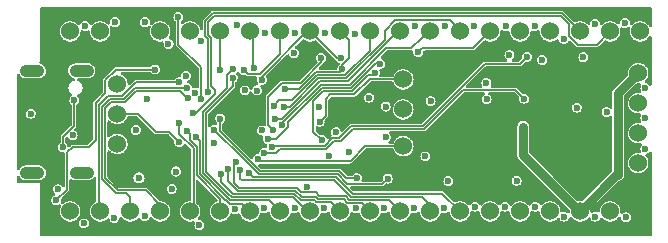
<source format=gbl>
G04 #@! TF.GenerationSoftware,KiCad,Pcbnew,(6.0.7-1)-1*
G04 #@! TF.CreationDate,2023-01-12T11:00:53-05:00*
G04 #@! TF.ProjectId,F405_pill,46343035-5f70-4696-9c6c-2e6b69636164,rev?*
G04 #@! TF.SameCoordinates,Original*
G04 #@! TF.FileFunction,Copper,L4,Bot*
G04 #@! TF.FilePolarity,Positive*
%FSLAX46Y46*%
G04 Gerber Fmt 4.6, Leading zero omitted, Abs format (unit mm)*
G04 Created by KiCad (PCBNEW (6.0.7-1)-1) date 2023-01-12 11:00:53*
%MOMM*%
%LPD*%
G01*
G04 APERTURE LIST*
G04 #@! TA.AperFunction,ComponentPad*
%ADD10C,1.524000*%
G04 #@! TD*
G04 #@! TA.AperFunction,ComponentPad*
%ADD11O,2.100000X1.050000*%
G04 #@! TD*
G04 #@! TA.AperFunction,ViaPad*
%ADD12C,0.600000*%
G04 #@! TD*
G04 #@! TA.AperFunction,Conductor*
%ADD13C,0.160000*%
G04 #@! TD*
G04 #@! TA.AperFunction,Conductor*
%ADD14C,0.800000*%
G04 #@! TD*
G04 APERTURE END LIST*
D10*
X146982000Y-88222000D03*
X146982000Y-85682000D03*
X146982000Y-83142000D03*
X146982000Y-80602000D03*
X127090000Y-81120000D03*
X127090000Y-83660000D03*
X127090000Y-89310000D03*
X127090000Y-86770000D03*
X147147000Y-77057000D03*
X144607000Y-77057000D03*
X142067000Y-77057000D03*
X139527000Y-77057000D03*
X136987000Y-77057000D03*
X134447000Y-77057000D03*
X131907000Y-77057000D03*
X129367000Y-77057000D03*
X126827000Y-77057000D03*
X124287000Y-77057000D03*
X121747000Y-77057000D03*
X119207000Y-77057000D03*
X116667000Y-77057000D03*
X114127000Y-77057000D03*
X111587000Y-77057000D03*
X109047000Y-77057000D03*
X106507000Y-77057000D03*
X103967000Y-77057000D03*
X101427000Y-77057000D03*
X98887000Y-77057000D03*
X98887000Y-92297000D03*
X101427000Y-92297000D03*
X103967000Y-92297000D03*
X106507000Y-92297000D03*
X109047000Y-92297000D03*
X111587000Y-92297000D03*
X114103395Y-92306993D03*
X116667000Y-92297000D03*
X119207000Y-92297000D03*
X121747000Y-92297000D03*
X124287000Y-92297000D03*
X126827000Y-92297000D03*
X129367000Y-92297000D03*
X131907000Y-92297000D03*
X134447000Y-92297000D03*
X136987000Y-92297000D03*
X139527000Y-92297000D03*
X142067000Y-92297000D03*
X144607000Y-92297000D03*
X147147000Y-92297000D03*
X102882000Y-81502000D03*
X102882000Y-84042000D03*
X102882000Y-86582000D03*
X102882000Y-89122000D03*
D11*
X99862000Y-80392000D03*
X99862000Y-89032000D03*
X95682000Y-80392000D03*
X95682000Y-89032000D03*
D12*
X128960000Y-87640000D03*
X118940000Y-90214152D03*
X145850000Y-76360000D03*
X99100000Y-85875000D03*
X113660000Y-82060000D03*
X140680000Y-77690000D03*
X142330000Y-79250000D03*
X138210000Y-76620000D03*
X115390000Y-77180000D03*
X134150000Y-82810000D03*
X144300000Y-83900000D03*
X115330000Y-92050000D03*
X128030000Y-92050000D03*
X133170000Y-91900000D03*
X138847972Y-79474343D03*
X123065943Y-92050000D03*
X105220000Y-76280000D03*
X119980000Y-83450000D03*
X125490000Y-92050000D03*
X141782000Y-83512000D03*
X145950000Y-92800000D03*
X112850000Y-92130000D03*
X121400000Y-85600000D03*
X129400000Y-82960000D03*
X135700000Y-91900000D03*
X109430000Y-82260000D03*
X107475000Y-90400000D03*
X122480000Y-87300000D03*
X136682000Y-89712000D03*
X108690000Y-80830000D03*
X134130000Y-81430000D03*
X128080000Y-76620000D03*
X111060000Y-86530000D03*
X133090000Y-76620000D03*
X109820000Y-93470000D03*
X105430000Y-82810000D03*
X143310000Y-76420000D03*
X112990000Y-76510000D03*
X117900000Y-92050000D03*
X117900000Y-77180000D03*
X102630000Y-92850000D03*
X125610000Y-86040000D03*
X147590000Y-81880000D03*
X114692787Y-82067272D03*
X117831068Y-78900000D03*
X147590000Y-84390000D03*
X123000000Y-77250000D03*
X124210000Y-82670000D03*
X105200000Y-92690000D03*
X136080000Y-79070000D03*
X115110000Y-85450000D03*
X120460000Y-77220000D03*
X140730000Y-92740000D03*
X130900000Y-89740000D03*
X100050000Y-93310000D03*
X120760000Y-87574500D03*
X109972088Y-77855560D03*
X120410000Y-92050000D03*
X95550000Y-84020000D03*
X100150000Y-76610000D03*
X104710000Y-89460000D03*
X102670000Y-76270000D03*
X107210000Y-78110000D03*
X147590000Y-87000000D03*
X107850000Y-88925000D03*
X135760000Y-76620000D03*
X130640000Y-76620000D03*
X143360000Y-92740000D03*
X104450000Y-85400000D03*
X125590000Y-83420000D03*
X130550000Y-92050000D03*
X97860000Y-90440000D03*
X138280000Y-91900000D03*
X146120000Y-84150000D03*
X132170000Y-89870000D03*
X133910000Y-89910000D03*
X145280000Y-80910000D03*
X115450000Y-81920000D03*
X107280000Y-89500000D03*
X117370000Y-80050000D03*
X107810000Y-92610000D03*
X95520000Y-85990000D03*
X134540000Y-85770000D03*
X108107692Y-86429808D03*
X114780942Y-87870942D03*
X99240000Y-82890000D03*
X137250000Y-85126000D03*
X98250000Y-86860000D03*
X106060000Y-80290000D03*
X97710000Y-91370000D03*
X108140000Y-81347638D03*
X108800000Y-81850000D03*
X108864000Y-82733000D03*
X108089000Y-84808000D03*
X108750000Y-85480000D03*
X109530000Y-86040000D03*
X120213256Y-86273256D03*
X124687906Y-80559500D03*
X125130000Y-79800000D03*
X115640942Y-86169058D03*
X120130000Y-79280000D03*
X116100000Y-85440000D03*
X116839000Y-84978000D03*
X116264000Y-84453500D03*
X116135884Y-83364355D03*
X116990000Y-83430000D03*
X121920000Y-80278500D03*
X117050000Y-81920000D03*
X121840000Y-79330000D03*
X115110000Y-81170000D03*
X114439655Y-80189655D03*
X128350000Y-78810000D03*
X113580000Y-80360000D03*
X111560000Y-80290000D03*
X111590000Y-84440000D03*
X123150000Y-89472804D03*
X111100000Y-85390000D03*
X125760000Y-89520000D03*
X108049122Y-75859122D03*
X109980000Y-82770000D03*
X110530000Y-82210000D03*
X109260000Y-83992500D03*
X111640000Y-89160000D03*
X112262500Y-88736649D03*
X112892025Y-88154020D03*
X113276592Y-88780072D03*
X114000000Y-89075000D03*
X137320000Y-82750000D03*
X115330000Y-87350000D03*
X115947094Y-86842906D03*
X137560000Y-79210000D03*
X120000000Y-84710000D03*
X112690500Y-80240000D03*
X112650000Y-80980000D03*
D13*
X115670000Y-80870000D02*
X116490000Y-80050000D01*
X116490000Y-80050000D02*
X117370000Y-80050000D01*
X115450000Y-81920000D02*
X115670000Y-81700000D01*
X115670000Y-81700000D02*
X115670000Y-80870000D01*
X106163000Y-85583000D02*
X104622000Y-84042000D01*
X108107692Y-86429808D02*
X108107692Y-86406718D01*
X104622000Y-84042000D02*
X102882000Y-84042000D01*
X107283974Y-85583000D02*
X106163000Y-85583000D01*
X108107692Y-86406718D02*
X107283974Y-85583000D01*
X122525500Y-88074500D02*
X114984500Y-88074500D01*
X123870000Y-86770000D02*
X122640000Y-88000000D01*
X122600000Y-88000000D02*
X122525500Y-88074500D01*
X122640000Y-88000000D02*
X122600000Y-88000000D01*
X114984500Y-88074500D02*
X114780942Y-87870942D01*
X127090000Y-86770000D02*
X123870000Y-86770000D01*
X98250000Y-86860000D02*
X98250000Y-86017893D01*
D14*
X145282000Y-82302000D02*
X146982000Y-80602000D01*
X145120000Y-89212000D02*
X145282000Y-89212000D01*
D13*
X99200000Y-85067892D02*
X99200000Y-82930000D01*
D14*
X137250000Y-87554000D02*
X137250000Y-85126000D01*
D13*
X99200000Y-82930000D02*
X99240000Y-82890000D01*
D14*
X142014000Y-92318000D02*
X145120000Y-89212000D01*
X142014000Y-92318000D02*
X137250000Y-87554000D01*
D13*
X98250000Y-86017893D02*
X99200000Y-85067892D01*
D14*
X145282000Y-89212000D02*
X145282000Y-82302000D01*
D13*
X106060000Y-80290000D02*
X102761810Y-80290000D01*
X101860000Y-82260000D02*
X101034000Y-83086000D01*
X101034000Y-83086000D02*
X101034000Y-86236000D01*
X102761810Y-80290000D02*
X101860000Y-81191810D01*
X98637330Y-88860000D02*
X98632000Y-88860000D01*
X98632000Y-90448000D02*
X97710000Y-91370000D01*
X101860000Y-81191810D02*
X101860000Y-82260000D01*
X99121999Y-86830000D02*
X98651999Y-87300000D01*
X98632000Y-88860000D02*
X98632000Y-90448000D01*
X98651999Y-87300000D02*
X98651999Y-88845331D01*
X100440000Y-86830000D02*
X99121999Y-86830000D01*
X98651999Y-88845331D02*
X98637330Y-88860000D01*
X101034000Y-86236000D02*
X100440000Y-86830000D01*
X101294000Y-83296000D02*
X101294000Y-92164000D01*
X101294000Y-92164000D02*
X101427000Y-92297000D01*
X102072000Y-82518000D02*
X103302000Y-82518000D01*
X108140000Y-81347638D02*
X104472362Y-81347638D01*
X104472362Y-81347638D02*
X103302000Y-82518000D01*
X102072000Y-82518000D02*
X101294000Y-83296000D01*
X108800000Y-81850000D02*
X104337696Y-81850000D01*
X101574000Y-83450020D02*
X102246020Y-82778000D01*
X102246020Y-82778000D02*
X103409696Y-82778000D01*
X103967000Y-92297000D02*
X103967000Y-91117000D01*
X102802304Y-90760000D02*
X101574000Y-89531696D01*
X103967000Y-91117000D02*
X103610000Y-90760000D01*
X103610000Y-90760000D02*
X102802304Y-90760000D01*
X101574000Y-89531696D02*
X101574000Y-83450020D01*
X104337696Y-81850000D02*
X103409696Y-82778000D01*
X106507000Y-91727000D02*
X105280000Y-90500000D01*
X101854000Y-83566000D02*
X102362000Y-83058000D01*
X102362000Y-83058000D02*
X103497392Y-83058000D01*
X105280000Y-90500000D02*
X102910000Y-90500000D01*
X108773000Y-82733000D02*
X108864000Y-82733000D01*
X102910000Y-90500000D02*
X101854000Y-89444000D01*
X101854000Y-89444000D02*
X101854000Y-83566000D01*
X108162696Y-82122696D02*
X108773000Y-82733000D01*
X103497392Y-83058000D02*
X104432696Y-82122696D01*
X106507000Y-92297000D02*
X106507000Y-91727000D01*
X104432696Y-82122696D02*
X108162696Y-82122696D01*
X109047000Y-92297000D02*
X109328999Y-92015001D01*
X108089000Y-85733000D02*
X109328999Y-86972999D01*
X109328999Y-92015001D02*
X109328999Y-86972999D01*
X108089000Y-85733000D02*
X108089000Y-84808000D01*
X108990000Y-85720000D02*
X108990000Y-86266304D01*
X108990000Y-86266304D02*
X109589000Y-86865304D01*
X111587000Y-91250088D02*
X109589000Y-89252088D01*
X108750000Y-85480000D02*
X108990000Y-85720000D01*
X111587000Y-92297000D02*
X111587000Y-91250088D01*
X109589000Y-86865304D02*
X109589000Y-88639000D01*
X109589000Y-89252088D02*
X109589000Y-88639000D01*
X109849000Y-89144392D02*
X112024608Y-91320000D01*
X112060000Y-91320000D02*
X112381799Y-91641799D01*
X112381799Y-91641799D02*
X113438201Y-91641799D01*
X112024608Y-91320000D02*
X112060000Y-91320000D01*
X109849000Y-86359000D02*
X109849000Y-89144392D01*
X109530000Y-86040000D02*
X109849000Y-86359000D01*
X113438201Y-91641799D02*
X114103395Y-92306993D01*
X124507406Y-80740000D02*
X124115392Y-80740000D01*
X124115392Y-80740000D02*
X122776889Y-82078503D01*
X120334586Y-82078502D02*
X119480000Y-82933088D01*
X124687906Y-80559500D02*
X124507406Y-80740000D01*
X119480000Y-82933088D02*
X119480000Y-85540000D01*
X119480000Y-85540000D02*
X120213256Y-86273256D01*
X122776889Y-82078503D02*
X120334586Y-82078502D01*
X124763848Y-79723848D02*
X125053848Y-79723848D01*
X117339000Y-85185106D02*
X117339000Y-84706392D01*
X117339000Y-84706392D02*
X120226890Y-81818502D01*
X122669194Y-81818502D02*
X124763848Y-79723848D01*
X115640942Y-86169058D02*
X116355048Y-86169058D01*
X120226890Y-81818502D02*
X122669194Y-81818502D01*
X125053848Y-79723848D02*
X125130000Y-79800000D01*
X116355048Y-86169058D02*
X117339000Y-85185106D01*
X115635884Y-84975884D02*
X116100000Y-85440000D01*
X118402304Y-81420000D02*
X120130000Y-79692304D01*
X115635884Y-82574116D02*
X115635884Y-84975884D01*
X118402304Y-81420000D02*
X116790000Y-81420000D01*
X116790000Y-81420000D02*
X115635884Y-82574116D01*
X120130000Y-79280000D02*
X120130000Y-79692304D01*
X122561498Y-81558502D02*
X125660000Y-78460000D01*
X120120002Y-81558502D02*
X122561498Y-81558502D01*
X127777107Y-78460000D02*
X128640000Y-77597107D01*
X120120000Y-81558500D02*
X120120002Y-81558502D01*
X116839000Y-84978000D02*
X116839000Y-84838696D01*
X129163000Y-77057000D02*
X129367000Y-77057000D01*
X128640000Y-77597107D02*
X128640000Y-77580000D01*
X116839000Y-84838696D02*
X120119196Y-81558500D01*
X120119196Y-81558500D02*
X120120000Y-81558500D01*
X128640000Y-77580000D02*
X129163000Y-77057000D01*
X125660000Y-78460000D02*
X127777107Y-78460000D01*
X125730000Y-77945392D02*
X125734608Y-77945392D01*
X125734608Y-77945392D02*
X126623000Y-77057000D01*
X126623000Y-77057000D02*
X126827000Y-77057000D01*
X120011500Y-81298500D02*
X122376891Y-81298501D01*
X116264000Y-84453500D02*
X116856500Y-84453500D01*
X122376891Y-81298501D02*
X125730000Y-77945392D01*
X116856500Y-84453500D02*
X120011500Y-81298500D01*
X116590239Y-82910000D02*
X116135884Y-83364355D01*
X124234000Y-77110000D02*
X124287000Y-77057000D01*
X120822500Y-80778500D02*
X122161500Y-80778500D01*
X124234000Y-78706000D02*
X124234000Y-77110000D01*
X120802000Y-80758000D02*
X120822500Y-80778500D01*
X119816608Y-80758000D02*
X120802000Y-80758000D01*
X117664608Y-82910000D02*
X119816608Y-80758000D01*
X117664608Y-82910000D02*
X116590239Y-82910000D01*
X122161500Y-80778500D02*
X124234000Y-78706000D01*
X131051489Y-76095489D02*
X131854000Y-76898000D01*
X125500000Y-77000000D02*
X126404511Y-76095489D01*
X128968728Y-76095489D02*
X131051489Y-76095489D01*
X116990000Y-83430000D02*
X117512304Y-83430000D01*
X125500000Y-77807696D02*
X125500000Y-77000000D01*
X122269196Y-81038500D02*
X125500000Y-77807696D01*
X126404511Y-76095489D02*
X127225272Y-76095489D01*
X119903804Y-81038500D02*
X122269196Y-81038500D01*
X131854000Y-76898000D02*
X131854000Y-77078000D01*
X127229783Y-76100000D02*
X128964217Y-76100000D01*
X128964217Y-76100000D02*
X128968728Y-76095489D01*
X127225272Y-76095489D02*
X127229783Y-76100000D01*
X117512304Y-83430000D02*
X119903804Y-81038500D01*
X122510000Y-79338823D02*
X122510000Y-77820000D01*
X121920000Y-79928824D02*
X122510000Y-79338823D01*
X118270000Y-81920000D02*
X117050000Y-81920000D01*
X119692000Y-80498000D02*
X121700500Y-80498000D01*
X118270000Y-81920000D02*
X119692000Y-80498000D01*
X121920000Y-80278500D02*
X121700500Y-80498000D01*
X122510000Y-77820000D02*
X121747000Y-77057000D01*
X121920000Y-80278500D02*
X121920000Y-79928824D01*
X118928736Y-77057000D02*
X119207000Y-77057000D01*
X118957534Y-77057000D02*
X119207000Y-77057000D01*
X121840000Y-79330000D02*
X121480000Y-79330000D01*
X121480000Y-79330000D02*
X119207000Y-77057000D01*
X119207000Y-77057000D02*
X118966961Y-77057000D01*
X115110000Y-80913961D02*
X115110000Y-81170000D01*
X118966961Y-77057000D02*
X115110000Y-80913961D01*
X114439655Y-80189655D02*
X114350000Y-80100000D01*
X114350000Y-80100000D02*
X114350000Y-77354000D01*
X114350000Y-77354000D02*
X114074000Y-77078000D01*
X128350000Y-78810000D02*
X128670000Y-78490000D01*
X133014000Y-78490000D02*
X134447000Y-77057000D01*
X128670000Y-78490000D02*
X133014000Y-78490000D01*
X114966610Y-80689655D02*
X113909655Y-80689655D01*
X116667000Y-78989265D02*
X114966610Y-80689655D01*
X116667000Y-77057000D02*
X116667000Y-78989265D01*
X113909655Y-80689655D02*
X113580000Y-80360000D01*
X111560000Y-80290000D02*
X111490000Y-80290000D01*
X111587000Y-80263000D02*
X111587000Y-77057000D01*
X111560000Y-80290000D02*
X111587000Y-80263000D01*
X122262804Y-89472804D02*
X121644743Y-88854743D01*
X114925257Y-88854743D02*
X114260257Y-88189743D01*
X121644743Y-88854743D02*
X114925257Y-88854743D01*
X114260257Y-88189743D02*
X114260257Y-88182561D01*
X111600000Y-84450000D02*
X111590000Y-84440000D01*
X123150000Y-89472804D02*
X122262804Y-89472804D01*
X111600000Y-85522304D02*
X111600000Y-84450000D01*
X111600000Y-85522304D02*
X114260257Y-88182561D01*
X123605392Y-89960000D02*
X125320000Y-89960000D01*
X113480000Y-87777182D02*
X114852818Y-89150000D01*
X114852818Y-89150000D02*
X121527696Y-89150000D01*
X122330000Y-89952304D02*
X123597696Y-89952304D01*
X123597696Y-89952304D02*
X123605392Y-89960000D01*
X111100000Y-85390000D02*
X113480000Y-87770000D01*
X121527696Y-89150000D02*
X122330000Y-89952304D01*
X113480000Y-87770000D02*
X113480000Y-87777182D01*
X125320000Y-89960000D02*
X125760000Y-89520000D01*
X108049122Y-78179122D02*
X108049122Y-75859122D01*
X109980000Y-82770000D02*
X109980000Y-80110000D01*
X109980000Y-80110000D02*
X108049122Y-78179122D01*
X110530000Y-77706365D02*
X110306817Y-77483183D01*
X110975855Y-75496449D02*
X140506449Y-75496449D01*
X110314031Y-76158273D02*
X110314031Y-77475969D01*
X140506449Y-75496449D02*
X142067000Y-77057000D01*
X110314031Y-77475969D02*
X110306817Y-77483183D01*
X110975855Y-75496449D02*
X110314031Y-76158273D01*
X110530000Y-82210000D02*
X110530000Y-77706365D01*
X141105489Y-76463185D02*
X141105489Y-77455272D01*
X111160000Y-82020000D02*
X110820000Y-81680000D01*
X110574031Y-77364031D02*
X110574031Y-76265969D01*
X110574031Y-76265969D02*
X111044031Y-75795969D01*
X143474000Y-78190000D02*
X144607000Y-77057000D01*
X110820000Y-77610000D02*
X110574031Y-77364031D01*
X109260000Y-83992500D02*
X109517500Y-83992500D01*
X109517500Y-83992500D02*
X111160000Y-82350000D01*
X110820000Y-81680000D02*
X110820000Y-77610000D01*
X111044031Y-75795969D02*
X140438273Y-75795969D01*
X140438273Y-75795969D02*
X141105489Y-76463185D01*
X141105489Y-77455272D02*
X141840217Y-78190000D01*
X141840217Y-78190000D02*
X143474000Y-78190000D01*
X111160000Y-82350000D02*
X111160000Y-82020000D01*
X118389803Y-91355000D02*
X117849803Y-90815000D01*
X119575000Y-91355000D02*
X118389803Y-91355000D01*
X112665000Y-90815000D02*
X111640000Y-89790000D01*
X121747000Y-92297000D02*
X120970000Y-91520000D01*
X119740000Y-91520000D02*
X119575000Y-91355000D01*
X111640000Y-89790000D02*
X111640000Y-89160000D01*
X117849803Y-90815000D02*
X112665000Y-90815000D01*
X120970000Y-91520000D02*
X119740000Y-91520000D01*
X112262500Y-89745196D02*
X112262500Y-88736649D01*
X124287000Y-92297000D02*
X123560000Y-91570000D01*
X119705000Y-91095000D02*
X118500000Y-91095000D01*
X117959999Y-90554999D02*
X113072304Y-90555000D01*
X119870000Y-91260000D02*
X119705000Y-91095000D01*
X122042190Y-91260000D02*
X119870000Y-91260000D01*
X118500000Y-91095000D02*
X117959999Y-90554999D01*
X123560000Y-91570000D02*
X122352190Y-91570000D01*
X113072304Y-90555000D02*
X112262500Y-89745196D01*
X122352190Y-91570000D02*
X122042190Y-91260000D01*
X119683652Y-90693652D02*
X118466348Y-90693652D01*
X112776592Y-88269453D02*
X112892025Y-88154020D01*
X122520002Y-91310000D02*
X122210002Y-91000000D01*
X118067696Y-90295000D02*
X113180000Y-90295000D01*
X119990000Y-91000000D02*
X119683652Y-90693652D01*
X125840000Y-91310000D02*
X122520002Y-91310000D01*
X113180000Y-90295000D02*
X112776592Y-89891592D01*
X118466348Y-90693652D02*
X118067696Y-90295000D01*
X122210002Y-91000000D02*
X119990000Y-91000000D01*
X112776592Y-89891592D02*
X112776592Y-88269453D01*
X126827000Y-92297000D02*
X125840000Y-91310000D01*
X122630002Y-91050000D02*
X121250002Y-89670000D01*
X128680000Y-91050000D02*
X129367000Y-91737000D01*
X122630002Y-91050000D02*
X128680000Y-91050000D01*
X129367000Y-91560000D02*
X129367000Y-92120000D01*
X113276592Y-88780072D02*
X113276592Y-89536592D01*
X121250002Y-89670000D02*
X113410000Y-89670000D01*
X113410000Y-89670000D02*
X113276592Y-89536592D01*
X122800000Y-90790000D02*
X121420000Y-89410000D01*
X121420000Y-89410000D02*
X114335000Y-89410000D01*
X131907000Y-92297000D02*
X130400000Y-90790000D01*
X114335000Y-89410000D02*
X114000000Y-89075000D01*
X130400000Y-90790000D02*
X122800000Y-90790000D01*
X136588848Y-82018848D02*
X137320000Y-82750000D01*
X128825696Y-85332000D02*
X132138848Y-82018848D01*
X121254000Y-86366000D02*
X121776000Y-86366000D01*
X116636744Y-87033256D02*
X120586743Y-87033257D01*
X132138848Y-82018848D02*
X136588848Y-82018848D01*
X122810000Y-85332000D02*
X128825696Y-85332000D01*
X121776000Y-86366000D02*
X122810000Y-85332000D01*
X120586743Y-87033257D02*
X121254000Y-86366000D01*
X116320000Y-87350000D02*
X116636744Y-87033256D01*
X115330000Y-87350000D02*
X116320000Y-87350000D01*
X121094000Y-86106000D02*
X121666000Y-86106000D01*
X115947094Y-86842906D02*
X116016744Y-86773256D01*
X116016744Y-86773256D02*
X120426744Y-86773256D01*
X120426744Y-86773256D02*
X121094000Y-86106000D01*
X133970000Y-79820000D02*
X128718000Y-85072000D01*
X122700000Y-85072000D02*
X128718000Y-85072000D01*
X136950000Y-79820000D02*
X133970000Y-79820000D01*
X137560000Y-79210000D02*
X136950000Y-79820000D01*
X121666000Y-86106000D02*
X122700000Y-85072000D01*
X120510000Y-82790000D02*
X120510000Y-84200000D01*
X120510000Y-84200000D02*
X120000000Y-84710000D01*
X122940000Y-82400000D02*
X120900000Y-82400000D01*
X120900000Y-82400000D02*
X120510000Y-82790000D01*
X124300000Y-81120000D02*
X127090000Y-81120000D01*
X124260000Y-81080000D02*
X124300000Y-81120000D01*
X124260000Y-81080000D02*
X122940000Y-82400000D01*
X112132304Y-91060000D02*
X110109000Y-89036696D01*
X112682893Y-80240000D02*
X112690500Y-80240000D01*
X112167696Y-91060000D02*
X112132304Y-91060000D01*
X110108999Y-83871001D02*
X112150000Y-81830000D01*
X110109000Y-89036696D02*
X110108999Y-83871001D01*
X115720000Y-91350000D02*
X112457696Y-91350000D01*
X112150000Y-81830000D02*
X112150000Y-80772893D01*
X112150000Y-80772893D02*
X112682893Y-80240000D01*
X116667000Y-92297000D02*
X115720000Y-91350000D01*
X112457696Y-91350000D02*
X112167696Y-91060000D01*
X119207000Y-92297000D02*
X118964107Y-92297000D01*
X118964107Y-92297000D02*
X117742107Y-91075000D01*
X112275392Y-90800000D02*
X112240000Y-90800000D01*
X112550392Y-91075000D02*
X112275392Y-90800000D01*
X110369000Y-88929000D02*
X110369000Y-83978696D01*
X117742107Y-91075000D02*
X112550392Y-91075000D01*
X112240000Y-90800000D02*
X110369000Y-88929000D01*
X110369000Y-83978696D02*
X112650000Y-81697696D01*
X112650000Y-81697696D02*
X112650000Y-80980000D01*
G04 #@! TA.AperFunction,Conductor*
G36*
X148073087Y-75009291D02*
G01*
X148119580Y-75062947D01*
X148130966Y-75115289D01*
X148130966Y-76566041D01*
X148110964Y-76634162D01*
X148057308Y-76680655D01*
X147987034Y-76690759D01*
X147922454Y-76661265D01*
X147895847Y-76629041D01*
X147851924Y-76552964D01*
X147848621Y-76547243D01*
X147839357Y-76536954D01*
X147731719Y-76417410D01*
X147731717Y-76417409D01*
X147727304Y-76412507D01*
X147668253Y-76369604D01*
X147585968Y-76309820D01*
X147585967Y-76309819D01*
X147580626Y-76305939D01*
X147574598Y-76303255D01*
X147574596Y-76303254D01*
X147421026Y-76234880D01*
X147421024Y-76234879D01*
X147414995Y-76232195D01*
X147308674Y-76209596D01*
X147244109Y-76195872D01*
X147244105Y-76195872D01*
X147237652Y-76194500D01*
X147056348Y-76194500D01*
X147049895Y-76195872D01*
X147049891Y-76195872D01*
X146985326Y-76209596D01*
X146879005Y-76232195D01*
X146872976Y-76234879D01*
X146872974Y-76234880D01*
X146719405Y-76303254D01*
X146719403Y-76303255D01*
X146713375Y-76305939D01*
X146708034Y-76309819D01*
X146708033Y-76309820D01*
X146663562Y-76342130D01*
X146566696Y-76412507D01*
X146562281Y-76417410D01*
X146562277Y-76417414D01*
X146488174Y-76499714D01*
X146427728Y-76536954D01*
X146356745Y-76535602D01*
X146297760Y-76496089D01*
X146269502Y-76430958D01*
X146270089Y-76395695D01*
X146274191Y-76369794D01*
X146274191Y-76369793D01*
X146275742Y-76360000D01*
X146254905Y-76228438D01*
X146248107Y-76215095D01*
X146204666Y-76129839D01*
X146194433Y-76109755D01*
X146100245Y-76015567D01*
X145981562Y-75955095D01*
X145850000Y-75934258D01*
X145718438Y-75955095D01*
X145599755Y-76015567D01*
X145505567Y-76109755D01*
X145495334Y-76129839D01*
X145451894Y-76215095D01*
X145445095Y-76228438D01*
X145424258Y-76360000D01*
X145422696Y-76359753D01*
X145405807Y-76417273D01*
X145352151Y-76463766D01*
X145281877Y-76473870D01*
X145217297Y-76444376D01*
X145206173Y-76433463D01*
X145191719Y-76417410D01*
X145191717Y-76417409D01*
X145187304Y-76412507D01*
X145128253Y-76369604D01*
X145045968Y-76309820D01*
X145045967Y-76309819D01*
X145040626Y-76305939D01*
X145034598Y-76303255D01*
X145034596Y-76303254D01*
X144881026Y-76234880D01*
X144881024Y-76234879D01*
X144874995Y-76232195D01*
X144768674Y-76209596D01*
X144704109Y-76195872D01*
X144704105Y-76195872D01*
X144697652Y-76194500D01*
X144516348Y-76194500D01*
X144509895Y-76195872D01*
X144509891Y-76195872D01*
X144445326Y-76209596D01*
X144339005Y-76232195D01*
X144332976Y-76234879D01*
X144332974Y-76234880D01*
X144179405Y-76303254D01*
X144179403Y-76303255D01*
X144173375Y-76305939D01*
X144168034Y-76309819D01*
X144168033Y-76309820D01*
X144123562Y-76342130D01*
X144026696Y-76412507D01*
X144022283Y-76417409D01*
X144022281Y-76417410D01*
X143953827Y-76493436D01*
X143893381Y-76530675D01*
X143822397Y-76529323D01*
X143763413Y-76489809D01*
X143735155Y-76424679D01*
X143735112Y-76423980D01*
X143735742Y-76420000D01*
X143714905Y-76288438D01*
X143704791Y-76268587D01*
X143658933Y-76178587D01*
X143654433Y-76169755D01*
X143560245Y-76075567D01*
X143441562Y-76015095D01*
X143310000Y-75994258D01*
X143178438Y-76015095D01*
X143059755Y-76075567D01*
X142965567Y-76169755D01*
X142961067Y-76178587D01*
X142915210Y-76268587D01*
X142905095Y-76288438D01*
X142893327Y-76362744D01*
X142891146Y-76376512D01*
X142860734Y-76440665D01*
X142800466Y-76478192D01*
X142729477Y-76477179D01*
X142673061Y-76441113D01*
X142651719Y-76417410D01*
X142651717Y-76417409D01*
X142647304Y-76412507D01*
X142588253Y-76369604D01*
X142505968Y-76309820D01*
X142505967Y-76309819D01*
X142500626Y-76305939D01*
X142494598Y-76303255D01*
X142494596Y-76303254D01*
X142341026Y-76234880D01*
X142341024Y-76234879D01*
X142334995Y-76232195D01*
X142228674Y-76209596D01*
X142164109Y-76195872D01*
X142164105Y-76195872D01*
X142157652Y-76194500D01*
X141976348Y-76194500D01*
X141969895Y-76195872D01*
X141969891Y-76195872D01*
X141905326Y-76209596D01*
X141799005Y-76232195D01*
X141792978Y-76234878D01*
X141792970Y-76234881D01*
X141669468Y-76289869D01*
X141599101Y-76299304D01*
X141534803Y-76269198D01*
X141529123Y-76263858D01*
X140654709Y-75389444D01*
X140639592Y-75371172D01*
X140639411Y-75370905D01*
X140639410Y-75370904D01*
X140630842Y-75358297D01*
X140598798Y-75341115D01*
X140593110Y-75337870D01*
X140562041Y-75319054D01*
X140557072Y-75318741D01*
X140552681Y-75316387D01*
X140549214Y-75315949D01*
X140516645Y-75315949D01*
X140508733Y-75315700D01*
X140500930Y-75315209D01*
X140473529Y-75313485D01*
X140473600Y-75312358D01*
X140467995Y-75311752D01*
X140467995Y-75315949D01*
X111005017Y-75315949D01*
X110981407Y-75313717D01*
X110981103Y-75313659D01*
X110966126Y-75310802D01*
X110931343Y-75321303D01*
X110925008Y-75323036D01*
X110889727Y-75331702D01*
X110885991Y-75334995D01*
X110881223Y-75336435D01*
X110878461Y-75338577D01*
X110855446Y-75361592D01*
X110849678Y-75367010D01*
X110823202Y-75390352D01*
X110822455Y-75389504D01*
X110818064Y-75393040D01*
X110821031Y-75396007D01*
X110207024Y-76010015D01*
X110188750Y-76025133D01*
X110188489Y-76025310D01*
X110188488Y-76025311D01*
X110175879Y-76033880D01*
X110158697Y-76065924D01*
X110155452Y-76071612D01*
X110136636Y-76102681D01*
X110136323Y-76107650D01*
X110133969Y-76112041D01*
X110133531Y-76115508D01*
X110133531Y-76148077D01*
X110133282Y-76155988D01*
X110131067Y-76191193D01*
X110129940Y-76191122D01*
X110129334Y-76196727D01*
X110133531Y-76196727D01*
X110133531Y-76814358D01*
X110113529Y-76882479D01*
X110059873Y-76928972D01*
X109989599Y-76939076D01*
X109925019Y-76909582D01*
X109887698Y-76853294D01*
X109841315Y-76710542D01*
X109841314Y-76710539D01*
X109839273Y-76704257D01*
X109833462Y-76694191D01*
X109751924Y-76552964D01*
X109748621Y-76547243D01*
X109739357Y-76536954D01*
X109631719Y-76417410D01*
X109631717Y-76417409D01*
X109627304Y-76412507D01*
X109568253Y-76369604D01*
X109485968Y-76309820D01*
X109485967Y-76309819D01*
X109480626Y-76305939D01*
X109474598Y-76303255D01*
X109474596Y-76303254D01*
X109321026Y-76234880D01*
X109321024Y-76234879D01*
X109314995Y-76232195D01*
X109208674Y-76209596D01*
X109144109Y-76195872D01*
X109144105Y-76195872D01*
X109137652Y-76194500D01*
X108956348Y-76194500D01*
X108949895Y-76195872D01*
X108949891Y-76195872D01*
X108885326Y-76209596D01*
X108779005Y-76232195D01*
X108772976Y-76234879D01*
X108772974Y-76234880D01*
X108619405Y-76303254D01*
X108619403Y-76303255D01*
X108613375Y-76305939D01*
X108608034Y-76309819D01*
X108608033Y-76309820D01*
X108563562Y-76342130D01*
X108466696Y-76412507D01*
X108452523Y-76428248D01*
X108449259Y-76431873D01*
X108388813Y-76469113D01*
X108317829Y-76467761D01*
X108258844Y-76428248D01*
X108230586Y-76363117D01*
X108229622Y-76347563D01*
X108229622Y-76316305D01*
X108249624Y-76248184D01*
X108284500Y-76216632D01*
X108282507Y-76213888D01*
X108290535Y-76208055D01*
X108299367Y-76203555D01*
X108393555Y-76109367D01*
X108434119Y-76029755D01*
X108449526Y-75999518D01*
X108449526Y-75999517D01*
X108454027Y-75990684D01*
X108474864Y-75859122D01*
X108454027Y-75727560D01*
X108393555Y-75608877D01*
X108299367Y-75514689D01*
X108180684Y-75454217D01*
X108049122Y-75433380D01*
X107917560Y-75454217D01*
X107798877Y-75514689D01*
X107704689Y-75608877D01*
X107644217Y-75727560D01*
X107623380Y-75859122D01*
X107644217Y-75990684D01*
X107648718Y-75999517D01*
X107648718Y-75999518D01*
X107664125Y-76029755D01*
X107704689Y-76109367D01*
X107798877Y-76203555D01*
X107807709Y-76208055D01*
X107815737Y-76213888D01*
X107813505Y-76216960D01*
X107851438Y-76252784D01*
X107868622Y-76316305D01*
X107868622Y-77979362D01*
X107848620Y-78047483D01*
X107794964Y-78093976D01*
X107724690Y-78104080D01*
X107660110Y-78074586D01*
X107621726Y-78014860D01*
X107618173Y-77999072D01*
X107617680Y-77995956D01*
X107614905Y-77978438D01*
X107554433Y-77859755D01*
X107460245Y-77765567D01*
X107341562Y-77705095D01*
X107331771Y-77703544D01*
X107331767Y-77703543D01*
X107327660Y-77702893D01*
X107323071Y-77700718D01*
X107322336Y-77700479D01*
X107322367Y-77700384D01*
X107263505Y-77672483D01*
X107225976Y-77612217D01*
X107226988Y-77541227D01*
X107238247Y-77515444D01*
X107295969Y-77415466D01*
X107295970Y-77415465D01*
X107299273Y-77409743D01*
X107339469Y-77286032D01*
X107353259Y-77243591D01*
X107353259Y-77243590D01*
X107355299Y-77237312D01*
X107374251Y-77057000D01*
X107367594Y-76993661D01*
X107355989Y-76883252D01*
X107355989Y-76883251D01*
X107355299Y-76876688D01*
X107349957Y-76860245D01*
X107301315Y-76710542D01*
X107301314Y-76710539D01*
X107299273Y-76704257D01*
X107293462Y-76694191D01*
X107211924Y-76552964D01*
X107208621Y-76547243D01*
X107199357Y-76536954D01*
X107091719Y-76417410D01*
X107091717Y-76417409D01*
X107087304Y-76412507D01*
X107028253Y-76369604D01*
X106945968Y-76309820D01*
X106945967Y-76309819D01*
X106940626Y-76305939D01*
X106934598Y-76303255D01*
X106934596Y-76303254D01*
X106781026Y-76234880D01*
X106781024Y-76234879D01*
X106774995Y-76232195D01*
X106668674Y-76209596D01*
X106604109Y-76195872D01*
X106604105Y-76195872D01*
X106597652Y-76194500D01*
X106416348Y-76194500D01*
X106409895Y-76195872D01*
X106409891Y-76195872D01*
X106345326Y-76209596D01*
X106239005Y-76232195D01*
X106232976Y-76234879D01*
X106232974Y-76234880D01*
X106079405Y-76303254D01*
X106079403Y-76303255D01*
X106073375Y-76305939D01*
X106068034Y-76309819D01*
X106068033Y-76309820D01*
X106023562Y-76342130D01*
X105926696Y-76412507D01*
X105922285Y-76417406D01*
X105922276Y-76417414D01*
X105844933Y-76503313D01*
X105784487Y-76540553D01*
X105713503Y-76539201D01*
X105654519Y-76499688D01*
X105626261Y-76434557D01*
X105626848Y-76399292D01*
X105630128Y-76378587D01*
X105645742Y-76280000D01*
X105641432Y-76252784D01*
X105626456Y-76158231D01*
X105624905Y-76148438D01*
X105610620Y-76120401D01*
X105585773Y-76071638D01*
X105564433Y-76029755D01*
X105470245Y-75935567D01*
X105351562Y-75875095D01*
X105220000Y-75854258D01*
X105088438Y-75875095D01*
X104969755Y-75935567D01*
X104875567Y-76029755D01*
X104854227Y-76071638D01*
X104829381Y-76120401D01*
X104815095Y-76148438D01*
X104813544Y-76158231D01*
X104798569Y-76252784D01*
X104794258Y-76280000D01*
X104815095Y-76411562D01*
X104819596Y-76420395D01*
X104819596Y-76420396D01*
X104832261Y-76445252D01*
X104875567Y-76530245D01*
X104969755Y-76624433D01*
X104981737Y-76630538D01*
X105069146Y-76675075D01*
X105088438Y-76684905D01*
X105220000Y-76705742D01*
X105351562Y-76684905D01*
X105370855Y-76675075D01*
X105458263Y-76630538D01*
X105470245Y-76624433D01*
X105499709Y-76594969D01*
X105562021Y-76560943D01*
X105632836Y-76566008D01*
X105689672Y-76608555D01*
X105714483Y-76675075D01*
X105708637Y-76723000D01*
X105664044Y-76860245D01*
X105658701Y-76876688D01*
X105658011Y-76883251D01*
X105658011Y-76883252D01*
X105646406Y-76993661D01*
X105639749Y-77057000D01*
X105658701Y-77237312D01*
X105660741Y-77243590D01*
X105660741Y-77243591D01*
X105674531Y-77286032D01*
X105714727Y-77409743D01*
X105718030Y-77415465D01*
X105718031Y-77415466D01*
X105752983Y-77476004D01*
X105805379Y-77566757D01*
X105809797Y-77571664D01*
X105809798Y-77571665D01*
X105916348Y-77690000D01*
X105926696Y-77701493D01*
X105932035Y-77705372D01*
X106024217Y-77772346D01*
X106073374Y-77808061D01*
X106079402Y-77810745D01*
X106079404Y-77810746D01*
X106217883Y-77872401D01*
X106239005Y-77881805D01*
X106326498Y-77900402D01*
X106409891Y-77918128D01*
X106409895Y-77918128D01*
X106416348Y-77919500D01*
X106597652Y-77919500D01*
X106604105Y-77918128D01*
X106604109Y-77918128D01*
X106642657Y-77909934D01*
X106713448Y-77915336D01*
X106770081Y-77958153D01*
X106794574Y-78024791D01*
X106793303Y-78052891D01*
X106784258Y-78110000D01*
X106785809Y-78119793D01*
X106789209Y-78141262D01*
X106805095Y-78241562D01*
X106809596Y-78250395D01*
X106809596Y-78250396D01*
X106830000Y-78290441D01*
X106865567Y-78360245D01*
X106959755Y-78454433D01*
X107078438Y-78514905D01*
X107210000Y-78535742D01*
X107341562Y-78514905D01*
X107460245Y-78454433D01*
X107554433Y-78360245D01*
X107590000Y-78290441D01*
X107610404Y-78250396D01*
X107610404Y-78250395D01*
X107614905Y-78241562D01*
X107619849Y-78210344D01*
X107650261Y-78146192D01*
X107710529Y-78108665D01*
X107781518Y-78109678D01*
X107840690Y-78148910D01*
X107864920Y-78193638D01*
X107873968Y-78223607D01*
X107875709Y-78229968D01*
X107880727Y-78250396D01*
X107884375Y-78265250D01*
X107887668Y-78268986D01*
X107889108Y-78273754D01*
X107891250Y-78276515D01*
X107914258Y-78299523D01*
X107919677Y-78305293D01*
X107943025Y-78331776D01*
X107942178Y-78332523D01*
X107945713Y-78336914D01*
X107948681Y-78333946D01*
X109762595Y-80147860D01*
X109796621Y-80210172D01*
X109799500Y-80236955D01*
X109799500Y-81770717D01*
X109779498Y-81838838D01*
X109725842Y-81885331D01*
X109655568Y-81895435D01*
X109616297Y-81882984D01*
X109570396Y-81859596D01*
X109570395Y-81859596D01*
X109561562Y-81855095D01*
X109449788Y-81837392D01*
X109439793Y-81835809D01*
X109430000Y-81834258D01*
X109352757Y-81846492D01*
X109282347Y-81837392D01*
X109228033Y-81791670D01*
X109208598Y-81741755D01*
X109206456Y-81728230D01*
X109206456Y-81728229D01*
X109204905Y-81718438D01*
X109144433Y-81599755D01*
X109050245Y-81505567D01*
X108973087Y-81466253D01*
X108940396Y-81449596D01*
X108940395Y-81449596D01*
X108931562Y-81445095D01*
X108915967Y-81442625D01*
X108851813Y-81412215D01*
X108814284Y-81351948D01*
X108815296Y-81280959D01*
X108854527Y-81221785D01*
X108878470Y-81205910D01*
X108931410Y-81178935D01*
X108931412Y-81178934D01*
X108940245Y-81174433D01*
X109034433Y-81080245D01*
X109073687Y-81003205D01*
X109090404Y-80970396D01*
X109090404Y-80970395D01*
X109094905Y-80961562D01*
X109115742Y-80830000D01*
X109094905Y-80698438D01*
X109087255Y-80683423D01*
X109038933Y-80588587D01*
X109034433Y-80579755D01*
X108940245Y-80485567D01*
X108884400Y-80457113D01*
X108830396Y-80429596D01*
X108830395Y-80429596D01*
X108821562Y-80425095D01*
X108755781Y-80414677D01*
X108699793Y-80405809D01*
X108690000Y-80404258D01*
X108680207Y-80405809D01*
X108624219Y-80414676D01*
X108558438Y-80425095D01*
X108549605Y-80429596D01*
X108549604Y-80429596D01*
X108495600Y-80457113D01*
X108439755Y-80485567D01*
X108345567Y-80579755D01*
X108341067Y-80588587D01*
X108292746Y-80683423D01*
X108285095Y-80698438D01*
X108283544Y-80708231D01*
X108266292Y-80817157D01*
X108235880Y-80881311D01*
X108175612Y-80918838D01*
X108146113Y-80922864D01*
X108140000Y-80921896D01*
X108008438Y-80942733D01*
X107999605Y-80947234D01*
X107999604Y-80947234D01*
X107990704Y-80951769D01*
X107889755Y-81003205D01*
X107795567Y-81097393D01*
X107791067Y-81106225D01*
X107785234Y-81114253D01*
X107782162Y-81112021D01*
X107746338Y-81149954D01*
X107682817Y-81167138D01*
X104501524Y-81167138D01*
X104477914Y-81164906D01*
X104477610Y-81164848D01*
X104462633Y-81161991D01*
X104427850Y-81172492D01*
X104421516Y-81174225D01*
X104396273Y-81180425D01*
X104396272Y-81180425D01*
X104386234Y-81182891D01*
X104382498Y-81186184D01*
X104377730Y-81187624D01*
X104374969Y-81189766D01*
X104351961Y-81212774D01*
X104346191Y-81218193D01*
X104319708Y-81241541D01*
X104318961Y-81240694D01*
X104314570Y-81244229D01*
X104317538Y-81247197D01*
X103963656Y-81601079D01*
X103901344Y-81635105D01*
X103830529Y-81630040D01*
X103773693Y-81587493D01*
X103748882Y-81520973D01*
X103748561Y-81511984D01*
X103748561Y-81508565D01*
X103749251Y-81502000D01*
X103745494Y-81466253D01*
X103730989Y-81328252D01*
X103730989Y-81328251D01*
X103730299Y-81321688D01*
X103721402Y-81294304D01*
X103682453Y-81174433D01*
X103674273Y-81149257D01*
X103657382Y-81120000D01*
X103586924Y-80997964D01*
X103583621Y-80992243D01*
X103572749Y-80980168D01*
X103466719Y-80862410D01*
X103466717Y-80862409D01*
X103462304Y-80857507D01*
X103394535Y-80808270D01*
X103320968Y-80754820D01*
X103320967Y-80754819D01*
X103315626Y-80750939D01*
X103309598Y-80748255D01*
X103309596Y-80748254D01*
X103240074Y-80717301D01*
X103227285Y-80711607D01*
X103173189Y-80665627D01*
X103152540Y-80597699D01*
X103171892Y-80529391D01*
X103225103Y-80482390D01*
X103278534Y-80470500D01*
X105602817Y-80470500D01*
X105670938Y-80490502D01*
X105702490Y-80525378D01*
X105705234Y-80523385D01*
X105711067Y-80531413D01*
X105715567Y-80540245D01*
X105809755Y-80634433D01*
X105818588Y-80638933D01*
X105818587Y-80638933D01*
X105918747Y-80689967D01*
X105928438Y-80694905D01*
X105969270Y-80701372D01*
X106012577Y-80708231D01*
X106060000Y-80715742D01*
X106107424Y-80708231D01*
X106150730Y-80701372D01*
X106191562Y-80694905D01*
X106201254Y-80689967D01*
X106301413Y-80638933D01*
X106301412Y-80638933D01*
X106310245Y-80634433D01*
X106404433Y-80540245D01*
X106455829Y-80439374D01*
X106460404Y-80430396D01*
X106460404Y-80430395D01*
X106464905Y-80421562D01*
X106482113Y-80312914D01*
X106484191Y-80299793D01*
X106485742Y-80290000D01*
X106480285Y-80255542D01*
X106466456Y-80168231D01*
X106464905Y-80158438D01*
X106459877Y-80148569D01*
X106417778Y-80065947D01*
X106404433Y-80039755D01*
X106310245Y-79945567D01*
X106213828Y-79896440D01*
X106200396Y-79889596D01*
X106200395Y-79889596D01*
X106191562Y-79885095D01*
X106060000Y-79864258D01*
X105928438Y-79885095D01*
X105919605Y-79889596D01*
X105919604Y-79889596D01*
X105906172Y-79896440D01*
X105809755Y-79945567D01*
X105715567Y-80039755D01*
X105711067Y-80048587D01*
X105705234Y-80056615D01*
X105702162Y-80054383D01*
X105666338Y-80092316D01*
X105602817Y-80109500D01*
X102790972Y-80109500D01*
X102767362Y-80107268D01*
X102767058Y-80107210D01*
X102752081Y-80104353D01*
X102717298Y-80114854D01*
X102710964Y-80116587D01*
X102685721Y-80122787D01*
X102685720Y-80122787D01*
X102675682Y-80125253D01*
X102671946Y-80128546D01*
X102667178Y-80129986D01*
X102664417Y-80132128D01*
X102641409Y-80155136D01*
X102635639Y-80160555D01*
X102609156Y-80183903D01*
X102608409Y-80183056D01*
X102604018Y-80186591D01*
X102606986Y-80189559D01*
X101752995Y-81043550D01*
X101734723Y-81058667D01*
X101734456Y-81058848D01*
X101734455Y-81058849D01*
X101721848Y-81067417D01*
X101704666Y-81099461D01*
X101701421Y-81105149D01*
X101682605Y-81136218D01*
X101682292Y-81141187D01*
X101679938Y-81145578D01*
X101679500Y-81149045D01*
X101679500Y-81181614D01*
X101679251Y-81189525D01*
X101677036Y-81224730D01*
X101675909Y-81224659D01*
X101675303Y-81230264D01*
X101679500Y-81230264D01*
X101679500Y-82133044D01*
X101659498Y-82201165D01*
X101642595Y-82222139D01*
X100926991Y-82937743D01*
X100908721Y-82952858D01*
X100895848Y-82961607D01*
X100878666Y-82993651D01*
X100875421Y-82999339D01*
X100856605Y-83030408D01*
X100856292Y-83035377D01*
X100853938Y-83039768D01*
X100853500Y-83043235D01*
X100853500Y-83075804D01*
X100853251Y-83083715D01*
X100851036Y-83118920D01*
X100849909Y-83118849D01*
X100849303Y-83124454D01*
X100853500Y-83124454D01*
X100853500Y-86109045D01*
X100833498Y-86177166D01*
X100816595Y-86198140D01*
X100402140Y-86612595D01*
X100339828Y-86646621D01*
X100313045Y-86649500D01*
X99151161Y-86649500D01*
X99127551Y-86647268D01*
X99127247Y-86647210D01*
X99112270Y-86644353D01*
X99077487Y-86654854D01*
X99071152Y-86656587D01*
X99035871Y-86665253D01*
X99032135Y-86668546D01*
X99027367Y-86669986D01*
X99024605Y-86672128D01*
X99001590Y-86695143D01*
X98995822Y-86700561D01*
X98969346Y-86723903D01*
X98968599Y-86723055D01*
X98964208Y-86726591D01*
X98967175Y-86729558D01*
X98872613Y-86824120D01*
X98810303Y-86858144D01*
X98739487Y-86853080D01*
X98682651Y-86810534D01*
X98659070Y-86754735D01*
X98656456Y-86738230D01*
X98656456Y-86738229D01*
X98654905Y-86728438D01*
X98643965Y-86706966D01*
X98617775Y-86655567D01*
X98594433Y-86609755D01*
X98500245Y-86515567D01*
X98491413Y-86511067D01*
X98483385Y-86505234D01*
X98485617Y-86502162D01*
X98447684Y-86466338D01*
X98430500Y-86402817D01*
X98430500Y-86144848D01*
X98450502Y-86076727D01*
X98467405Y-86055753D01*
X98512215Y-86010943D01*
X98574527Y-85976917D01*
X98645342Y-85981982D01*
X98702178Y-86024529D01*
X98713577Y-86042835D01*
X98755567Y-86125245D01*
X98849755Y-86219433D01*
X98858588Y-86223933D01*
X98858587Y-86223933D01*
X98959116Y-86275155D01*
X98968438Y-86279905D01*
X98978231Y-86281456D01*
X99084241Y-86298246D01*
X99100000Y-86300742D01*
X99115760Y-86298246D01*
X99221769Y-86281456D01*
X99231562Y-86279905D01*
X99240885Y-86275155D01*
X99341413Y-86223933D01*
X99341412Y-86223933D01*
X99350245Y-86219433D01*
X99444433Y-86125245D01*
X99487630Y-86040466D01*
X99500404Y-86015396D01*
X99500404Y-86015395D01*
X99504905Y-86006562D01*
X99525742Y-85875000D01*
X99522767Y-85856213D01*
X99506456Y-85753231D01*
X99504905Y-85743438D01*
X99496745Y-85727422D01*
X99467612Y-85670247D01*
X99444433Y-85624755D01*
X99350245Y-85530567D01*
X99267835Y-85488577D01*
X99216220Y-85439829D01*
X99199154Y-85370914D01*
X99222055Y-85303712D01*
X99235943Y-85287215D01*
X99307011Y-85216147D01*
X99325284Y-85201030D01*
X99325539Y-85200857D01*
X99325540Y-85200856D01*
X99338152Y-85192285D01*
X99355323Y-85160262D01*
X99358572Y-85154566D01*
X99372037Y-85132333D01*
X99372037Y-85132332D01*
X99377396Y-85123484D01*
X99377709Y-85118513D01*
X99380062Y-85114124D01*
X99380500Y-85110657D01*
X99380500Y-85078094D01*
X99380749Y-85070183D01*
X99382964Y-85034972D01*
X99384091Y-85035043D01*
X99384697Y-85029438D01*
X99380500Y-85029438D01*
X99380500Y-83367564D01*
X99400502Y-83299443D01*
X99449297Y-83255297D01*
X99490245Y-83234433D01*
X99584433Y-83140245D01*
X99629695Y-83051413D01*
X99640404Y-83030396D01*
X99640404Y-83030395D01*
X99644905Y-83021562D01*
X99656513Y-82948272D01*
X99664191Y-82899793D01*
X99665742Y-82890000D01*
X99644905Y-82758438D01*
X99636934Y-82742793D01*
X99597605Y-82665607D01*
X99584433Y-82639755D01*
X99525201Y-82580523D01*
X99491175Y-82518211D01*
X99496240Y-82447396D01*
X99538787Y-82390560D01*
X99566077Y-82375019D01*
X99574546Y-82371511D01*
X99634841Y-82346536D01*
X99735111Y-82269596D01*
X99753736Y-82255305D01*
X99760282Y-82250282D01*
X99769782Y-82237902D01*
X99799759Y-82198834D01*
X99856536Y-82124841D01*
X99917044Y-81978762D01*
X99937682Y-81822000D01*
X99917044Y-81665238D01*
X99856536Y-81519159D01*
X99760282Y-81393718D01*
X99634841Y-81297464D01*
X99544175Y-81259909D01*
X99488894Y-81215361D01*
X99466473Y-81147997D01*
X99484031Y-81079206D01*
X99535993Y-81030828D01*
X99592393Y-81017500D01*
X100426350Y-81017500D01*
X100430275Y-81017004D01*
X100430278Y-81017004D01*
X100535933Y-81003657D01*
X100535935Y-81003657D01*
X100543792Y-81002664D01*
X100615234Y-80974378D01*
X100683363Y-80947404D01*
X100683366Y-80947403D01*
X100690732Y-80944486D01*
X100705979Y-80933409D01*
X100812173Y-80856254D01*
X100818587Y-80851594D01*
X100828506Y-80839604D01*
X100914271Y-80735932D01*
X100914274Y-80735928D01*
X100919324Y-80729823D01*
X100986614Y-80586826D01*
X100988099Y-80579042D01*
X101014742Y-80439374D01*
X101014742Y-80439372D01*
X101016227Y-80431588D01*
X101006304Y-80273862D01*
X100984402Y-80206456D01*
X100959916Y-80131095D01*
X100959915Y-80131092D01*
X100957467Y-80123559D01*
X100872786Y-79990123D01*
X100840279Y-79959596D01*
X100763358Y-79887362D01*
X100757582Y-79881938D01*
X100619092Y-79805803D01*
X100466019Y-79766500D01*
X99297650Y-79766500D01*
X99293725Y-79766996D01*
X99293722Y-79766996D01*
X99188067Y-79780343D01*
X99188065Y-79780343D01*
X99180208Y-79781336D01*
X99157803Y-79790207D01*
X99040637Y-79836596D01*
X99040634Y-79836597D01*
X99033268Y-79839514D01*
X99026857Y-79844172D01*
X99026855Y-79844173D01*
X98954916Y-79896440D01*
X98905413Y-79932406D01*
X98900360Y-79938514D01*
X98809729Y-80048068D01*
X98809726Y-80048072D01*
X98804676Y-80054177D01*
X98737386Y-80197174D01*
X98735901Y-80204957D01*
X98735901Y-80204958D01*
X98713724Y-80321217D01*
X98707773Y-80352412D01*
X98717696Y-80510138D01*
X98720147Y-80517681D01*
X98762922Y-80649327D01*
X98766533Y-80660441D01*
X98851214Y-80793877D01*
X98856993Y-80799304D01*
X98856994Y-80799305D01*
X98929469Y-80867364D01*
X98966418Y-80902062D01*
X99104908Y-80978197D01*
X99170908Y-80995143D01*
X99231914Y-81031458D01*
X99263602Y-81094990D01*
X99255912Y-81165569D01*
X99211284Y-81220786D01*
X99176806Y-81236750D01*
X99175238Y-81236956D01*
X99029159Y-81297464D01*
X98903718Y-81393718D01*
X98807464Y-81519159D01*
X98746956Y-81665238D01*
X98726318Y-81822000D01*
X98746956Y-81978762D01*
X98807464Y-82124841D01*
X98864241Y-82198834D01*
X98894219Y-82237902D01*
X98903718Y-82250282D01*
X98910264Y-82255305D01*
X98933333Y-82273006D01*
X98991001Y-82317256D01*
X99010880Y-82332510D01*
X99052747Y-82389848D01*
X99056969Y-82460719D01*
X99022205Y-82522622D01*
X99005933Y-82534295D01*
X99006615Y-82535234D01*
X98998587Y-82541067D01*
X98989755Y-82545567D01*
X98895567Y-82639755D01*
X98882395Y-82665607D01*
X98843067Y-82742793D01*
X98835095Y-82758438D01*
X98814258Y-82890000D01*
X98815809Y-82899793D01*
X98823487Y-82948272D01*
X98835095Y-83021562D01*
X98839596Y-83030395D01*
X98839596Y-83030396D01*
X98850305Y-83051413D01*
X98895567Y-83140245D01*
X98982595Y-83227273D01*
X99016621Y-83289585D01*
X99019500Y-83316368D01*
X99019500Y-84940937D01*
X98999498Y-85009058D01*
X98982595Y-85030032D01*
X98142991Y-85869636D01*
X98124721Y-85884751D01*
X98111848Y-85893500D01*
X98094666Y-85925544D01*
X98091421Y-85931232D01*
X98072605Y-85962301D01*
X98072292Y-85967270D01*
X98069938Y-85971661D01*
X98069500Y-85975128D01*
X98069500Y-86007697D01*
X98069251Y-86015608D01*
X98067036Y-86050813D01*
X98065909Y-86050742D01*
X98065303Y-86056347D01*
X98069500Y-86056347D01*
X98069500Y-86402817D01*
X98049498Y-86470938D01*
X98014622Y-86502490D01*
X98016615Y-86505234D01*
X98008587Y-86511067D01*
X97999755Y-86515567D01*
X97905567Y-86609755D01*
X97882225Y-86655567D01*
X97856036Y-86706966D01*
X97845095Y-86728438D01*
X97843544Y-86738230D01*
X97843544Y-86738231D01*
X97832093Y-86810534D01*
X97824258Y-86860000D01*
X97845095Y-86991562D01*
X97849596Y-87000395D01*
X97849596Y-87000396D01*
X97873732Y-87047765D01*
X97905567Y-87110245D01*
X97999755Y-87204433D01*
X98033420Y-87221586D01*
X98090483Y-87250661D01*
X98118438Y-87264905D01*
X98128231Y-87266456D01*
X98231665Y-87282838D01*
X98250000Y-87285742D01*
X98325790Y-87273738D01*
X98396199Y-87282838D01*
X98450513Y-87328559D01*
X98471499Y-87398187D01*
X98471499Y-88745638D01*
X98459809Y-88792176D01*
X98460929Y-88792534D01*
X98457408Y-88803566D01*
X98451938Y-88813768D01*
X98451500Y-88817235D01*
X98451500Y-88826446D01*
X98450106Y-88826446D01*
X98448763Y-88830655D01*
X98449082Y-88832746D01*
X98447564Y-88836700D01*
X98449316Y-88851845D01*
X98449316Y-88851846D01*
X98450665Y-88863503D01*
X98451500Y-88877984D01*
X98451500Y-90149823D01*
X98431498Y-90217944D01*
X98377842Y-90264437D01*
X98307568Y-90274541D01*
X98242988Y-90245047D01*
X98213233Y-90207026D01*
X98208933Y-90198587D01*
X98204433Y-90189755D01*
X98110245Y-90095567D01*
X98022909Y-90051067D01*
X98000396Y-90039596D01*
X98000395Y-90039596D01*
X97991562Y-90035095D01*
X97860000Y-90014258D01*
X97728438Y-90035095D01*
X97719605Y-90039596D01*
X97719604Y-90039596D01*
X97697091Y-90051067D01*
X97609755Y-90095567D01*
X97515567Y-90189755D01*
X97455095Y-90308438D01*
X97434258Y-90440000D01*
X97455095Y-90571562D01*
X97459596Y-90580395D01*
X97459596Y-90580396D01*
X97475848Y-90612292D01*
X97515567Y-90690245D01*
X97596236Y-90770914D01*
X97630262Y-90833226D01*
X97625197Y-90904041D01*
X97582650Y-90960877D01*
X97564344Y-90972276D01*
X97459755Y-91025567D01*
X97365567Y-91119755D01*
X97361067Y-91128587D01*
X97315930Y-91217174D01*
X97305095Y-91238438D01*
X97284258Y-91370000D01*
X97305095Y-91501562D01*
X97309596Y-91510395D01*
X97309596Y-91510396D01*
X97336184Y-91562578D01*
X97365567Y-91620245D01*
X97459755Y-91714433D01*
X97506022Y-91738007D01*
X97552106Y-91761488D01*
X97578438Y-91774905D01*
X97710000Y-91795742D01*
X97841562Y-91774905D01*
X97853972Y-91768582D01*
X97959761Y-91714680D01*
X98029538Y-91701576D01*
X98095323Y-91728276D01*
X98136229Y-91786304D01*
X98139269Y-91857235D01*
X98126083Y-91889946D01*
X98094727Y-91944257D01*
X98038701Y-92116688D01*
X98038011Y-92123251D01*
X98038011Y-92123252D01*
X98023470Y-92261596D01*
X98019749Y-92297000D01*
X98020439Y-92303562D01*
X98020439Y-92303565D01*
X98034754Y-92439755D01*
X98038701Y-92477312D01*
X98040741Y-92483590D01*
X98040741Y-92483591D01*
X98057414Y-92534905D01*
X98094727Y-92649743D01*
X98098030Y-92655465D01*
X98098031Y-92655466D01*
X98117969Y-92690000D01*
X98185379Y-92806757D01*
X98189797Y-92811664D01*
X98189798Y-92811665D01*
X98302278Y-92936586D01*
X98306696Y-92941493D01*
X98312035Y-92945372D01*
X98434617Y-93034433D01*
X98453374Y-93048061D01*
X98459402Y-93050745D01*
X98459404Y-93050746D01*
X98605387Y-93115742D01*
X98619005Y-93121805D01*
X98692478Y-93137422D01*
X98789891Y-93158128D01*
X98789895Y-93158128D01*
X98796348Y-93159500D01*
X98977652Y-93159500D01*
X98984105Y-93158128D01*
X98984109Y-93158128D01*
X99081522Y-93137422D01*
X99154995Y-93121805D01*
X99168613Y-93115742D01*
X99314596Y-93050746D01*
X99314598Y-93050745D01*
X99320626Y-93048061D01*
X99339384Y-93034433D01*
X99461965Y-92945372D01*
X99467304Y-92941493D01*
X99471723Y-92936586D01*
X99584202Y-92811665D01*
X99584203Y-92811664D01*
X99588621Y-92806757D01*
X99656031Y-92690000D01*
X99675969Y-92655466D01*
X99675970Y-92655465D01*
X99679273Y-92649743D01*
X99716586Y-92534905D01*
X99733259Y-92483591D01*
X99733259Y-92483590D01*
X99735299Y-92477312D01*
X99739247Y-92439755D01*
X99753561Y-92303565D01*
X99753561Y-92303562D01*
X99754251Y-92297000D01*
X99750530Y-92261596D01*
X99735989Y-92123252D01*
X99735989Y-92123251D01*
X99735299Y-92116688D01*
X99679273Y-91944257D01*
X99664367Y-91918438D01*
X99591924Y-91792964D01*
X99588621Y-91787243D01*
X99581823Y-91779693D01*
X99471719Y-91657410D01*
X99471717Y-91657409D01*
X99467304Y-91652507D01*
X99361843Y-91575885D01*
X99325968Y-91549820D01*
X99325967Y-91549819D01*
X99320626Y-91545939D01*
X99314598Y-91543255D01*
X99314596Y-91543254D01*
X99161026Y-91474880D01*
X99161024Y-91474879D01*
X99154995Y-91472195D01*
X99066323Y-91453347D01*
X98984109Y-91435872D01*
X98984105Y-91435872D01*
X98977652Y-91434500D01*
X98796348Y-91434500D01*
X98789895Y-91435872D01*
X98789891Y-91435872D01*
X98707677Y-91453347D01*
X98619005Y-91472195D01*
X98612976Y-91474879D01*
X98612974Y-91474880D01*
X98459405Y-91543254D01*
X98459403Y-91543255D01*
X98453375Y-91545939D01*
X98448034Y-91549819D01*
X98448033Y-91549820D01*
X98406366Y-91580093D01*
X98306696Y-91652507D01*
X98305772Y-91651236D01*
X98248967Y-91678490D01*
X98178514Y-91669719D01*
X98123987Y-91624251D01*
X98102699Y-91556522D01*
X98108843Y-91515198D01*
X98110402Y-91510399D01*
X98114905Y-91501562D01*
X98135742Y-91370000D01*
X98122476Y-91286240D01*
X98131576Y-91215829D01*
X98157830Y-91177435D01*
X98739005Y-90596260D01*
X98757277Y-90581143D01*
X98757544Y-90580962D01*
X98757545Y-90580961D01*
X98770152Y-90572393D01*
X98787334Y-90540349D01*
X98790579Y-90534661D01*
X98809395Y-90503592D01*
X98809708Y-90498623D01*
X98812062Y-90494232D01*
X98812500Y-90490765D01*
X98812500Y-90458196D01*
X98812749Y-90450284D01*
X98814964Y-90415080D01*
X98816091Y-90415151D01*
X98816697Y-90409546D01*
X98812500Y-90409546D01*
X98812500Y-89670499D01*
X98832502Y-89602378D01*
X98886158Y-89555885D01*
X98956432Y-89545781D01*
X98999199Y-89560083D01*
X99104908Y-89618197D01*
X99257981Y-89657500D01*
X100426350Y-89657500D01*
X100430275Y-89657004D01*
X100430278Y-89657004D01*
X100535933Y-89643657D01*
X100535935Y-89643657D01*
X100543792Y-89642664D01*
X100605588Y-89618197D01*
X100683363Y-89587404D01*
X100683366Y-89587403D01*
X100690732Y-89584486D01*
X100703299Y-89575356D01*
X100812173Y-89496254D01*
X100818587Y-89491594D01*
X100890415Y-89404768D01*
X100949248Y-89365030D01*
X101020226Y-89363407D01*
X101080814Y-89400416D01*
X101111775Y-89464306D01*
X101113500Y-89485083D01*
X101113500Y-91410630D01*
X101093498Y-91478751D01*
X101038750Y-91525736D01*
X100999407Y-91543253D01*
X100999404Y-91543254D01*
X100993375Y-91545939D01*
X100988034Y-91549819D01*
X100988033Y-91549820D01*
X100946366Y-91580093D01*
X100846696Y-91652507D01*
X100842283Y-91657409D01*
X100842281Y-91657410D01*
X100732177Y-91779693D01*
X100725379Y-91787243D01*
X100722076Y-91792964D01*
X100649634Y-91918438D01*
X100634727Y-91944257D01*
X100578701Y-92116688D01*
X100578011Y-92123251D01*
X100578011Y-92123252D01*
X100563470Y-92261596D01*
X100559749Y-92297000D01*
X100560439Y-92303562D01*
X100560439Y-92303565D01*
X100574754Y-92439755D01*
X100578701Y-92477312D01*
X100580741Y-92483590D01*
X100580741Y-92483591D01*
X100597414Y-92534905D01*
X100634727Y-92649743D01*
X100638030Y-92655465D01*
X100638031Y-92655466D01*
X100657969Y-92690000D01*
X100725379Y-92806757D01*
X100729797Y-92811664D01*
X100729798Y-92811665D01*
X100842278Y-92936586D01*
X100846696Y-92941493D01*
X100852035Y-92945372D01*
X100974617Y-93034433D01*
X100993374Y-93048061D01*
X100999402Y-93050745D01*
X100999404Y-93050746D01*
X101145387Y-93115742D01*
X101159005Y-93121805D01*
X101232478Y-93137422D01*
X101329891Y-93158128D01*
X101329895Y-93158128D01*
X101336348Y-93159500D01*
X101517652Y-93159500D01*
X101524105Y-93158128D01*
X101524109Y-93158128D01*
X101621522Y-93137422D01*
X101694995Y-93121805D01*
X101708613Y-93115742D01*
X101854596Y-93050746D01*
X101854598Y-93050745D01*
X101860626Y-93048061D01*
X101879384Y-93034433D01*
X102001965Y-92945372D01*
X102007304Y-92941493D01*
X102011719Y-92936589D01*
X102011723Y-92936586D01*
X102012945Y-92935229D01*
X102013848Y-92934672D01*
X102016631Y-92932167D01*
X102017089Y-92932676D01*
X102073391Y-92897989D01*
X102144374Y-92899341D01*
X102203359Y-92938854D01*
X102224351Y-92976867D01*
X102225095Y-92981562D01*
X102285567Y-93100245D01*
X102379755Y-93194433D01*
X102498438Y-93254905D01*
X102630000Y-93275742D01*
X102761562Y-93254905D01*
X102880245Y-93194433D01*
X102974433Y-93100245D01*
X103034905Y-92981562D01*
X103039054Y-92955365D01*
X103051602Y-92876141D01*
X103082015Y-92811988D01*
X103142283Y-92774461D01*
X103213272Y-92775475D01*
X103269687Y-92811542D01*
X103382276Y-92936586D01*
X103382285Y-92936594D01*
X103386696Y-92941493D01*
X103392035Y-92945372D01*
X103514617Y-93034433D01*
X103533374Y-93048061D01*
X103539402Y-93050745D01*
X103539404Y-93050746D01*
X103685387Y-93115742D01*
X103699005Y-93121805D01*
X103772478Y-93137422D01*
X103869891Y-93158128D01*
X103869895Y-93158128D01*
X103876348Y-93159500D01*
X104057652Y-93159500D01*
X104064105Y-93158128D01*
X104064109Y-93158128D01*
X104161522Y-93137422D01*
X104234995Y-93121805D01*
X104248613Y-93115742D01*
X104394596Y-93050746D01*
X104394598Y-93050745D01*
X104400626Y-93048061D01*
X104419384Y-93034433D01*
X104541965Y-92945372D01*
X104547304Y-92941493D01*
X104551723Y-92936586D01*
X104621900Y-92858646D01*
X104682346Y-92821407D01*
X104753330Y-92822759D01*
X104812314Y-92862273D01*
X104827803Y-92885755D01*
X104828786Y-92887685D01*
X104851065Y-92931411D01*
X104851068Y-92931415D01*
X104855567Y-92940245D01*
X104949755Y-93034433D01*
X104980788Y-93050245D01*
X105047886Y-93084433D01*
X105068438Y-93094905D01*
X105200000Y-93115742D01*
X105331562Y-93094905D01*
X105352115Y-93084433D01*
X105419212Y-93050245D01*
X105450245Y-93034433D01*
X105544433Y-92940245D01*
X105598983Y-92833185D01*
X105647730Y-92781571D01*
X105716645Y-92764505D01*
X105783847Y-92787406D01*
X105804392Y-92807646D01*
X105805379Y-92806757D01*
X105922278Y-92936586D01*
X105926696Y-92941493D01*
X105932035Y-92945372D01*
X106054617Y-93034433D01*
X106073374Y-93048061D01*
X106079402Y-93050745D01*
X106079404Y-93050746D01*
X106225387Y-93115742D01*
X106239005Y-93121805D01*
X106312478Y-93137422D01*
X106409891Y-93158128D01*
X106409895Y-93158128D01*
X106416348Y-93159500D01*
X106597652Y-93159500D01*
X106604105Y-93158128D01*
X106604109Y-93158128D01*
X106701522Y-93137422D01*
X106774995Y-93121805D01*
X106788613Y-93115742D01*
X106934596Y-93050746D01*
X106934598Y-93050745D01*
X106940626Y-93048061D01*
X106959384Y-93034433D01*
X107081965Y-92945372D01*
X107087304Y-92941493D01*
X107091723Y-92936586D01*
X107204202Y-92811665D01*
X107204203Y-92811664D01*
X107208621Y-92806757D01*
X107276031Y-92690000D01*
X107295969Y-92655466D01*
X107295970Y-92655465D01*
X107299273Y-92649743D01*
X107336586Y-92534905D01*
X107353259Y-92483591D01*
X107353259Y-92483590D01*
X107355299Y-92477312D01*
X107359247Y-92439755D01*
X107373561Y-92303565D01*
X107373561Y-92303562D01*
X107374251Y-92297000D01*
X107370530Y-92261596D01*
X107355989Y-92123252D01*
X107355989Y-92123251D01*
X107355299Y-92116688D01*
X107299273Y-91944257D01*
X107284367Y-91918438D01*
X107211924Y-91792964D01*
X107208621Y-91787243D01*
X107201823Y-91779693D01*
X107091719Y-91657410D01*
X107091717Y-91657409D01*
X107087304Y-91652507D01*
X106981843Y-91575885D01*
X106945968Y-91549820D01*
X106945967Y-91549819D01*
X106940626Y-91545939D01*
X106934598Y-91543255D01*
X106934596Y-91543254D01*
X106781026Y-91474880D01*
X106781024Y-91474879D01*
X106774995Y-91472195D01*
X106686323Y-91453347D01*
X106604109Y-91435872D01*
X106604105Y-91435872D01*
X106597652Y-91434500D01*
X106521955Y-91434500D01*
X106453834Y-91414498D01*
X106432860Y-91397595D01*
X105435265Y-90400000D01*
X107049258Y-90400000D01*
X107070095Y-90531562D01*
X107130567Y-90650245D01*
X107224755Y-90744433D01*
X107343438Y-90804905D01*
X107475000Y-90825742D01*
X107606562Y-90804905D01*
X107725245Y-90744433D01*
X107819433Y-90650245D01*
X107879905Y-90531562D01*
X107900742Y-90400000D01*
X107879905Y-90268438D01*
X107819433Y-90149755D01*
X107725245Y-90055567D01*
X107606562Y-89995095D01*
X107475000Y-89974258D01*
X107343438Y-89995095D01*
X107224755Y-90055567D01*
X107130567Y-90149755D01*
X107070095Y-90268438D01*
X107049258Y-90400000D01*
X105435265Y-90400000D01*
X105428260Y-90392995D01*
X105413143Y-90374723D01*
X105412962Y-90374456D01*
X105412961Y-90374455D01*
X105404393Y-90361848D01*
X105372349Y-90344666D01*
X105366661Y-90341421D01*
X105335592Y-90322605D01*
X105330623Y-90322292D01*
X105326232Y-90319938D01*
X105322765Y-90319500D01*
X105290196Y-90319500D01*
X105282284Y-90319251D01*
X105247080Y-90317036D01*
X105247151Y-90315909D01*
X105241546Y-90315303D01*
X105241546Y-90319500D01*
X103036957Y-90319500D01*
X102968836Y-90299498D01*
X102947862Y-90282596D01*
X102119458Y-89454193D01*
X104234697Y-89454193D01*
X104235861Y-89463095D01*
X104235861Y-89463098D01*
X104246686Y-89545879D01*
X104252172Y-89587828D01*
X104306451Y-89711187D01*
X104312228Y-89718060D01*
X104312229Y-89718061D01*
X104377854Y-89796130D01*
X104393172Y-89814353D01*
X104505362Y-89889033D01*
X104598464Y-89918120D01*
X104617963Y-89924212D01*
X104634002Y-89929223D01*
X104642972Y-89929387D01*
X104642976Y-89929388D01*
X104704742Y-89930520D01*
X104768752Y-89931693D01*
X104777812Y-89929223D01*
X104890117Y-89898606D01*
X104890120Y-89898605D01*
X104898779Y-89896244D01*
X104906429Y-89891547D01*
X104906431Y-89891546D01*
X105005979Y-89830424D01*
X105005982Y-89830421D01*
X105013631Y-89825725D01*
X105023925Y-89814353D01*
X105098045Y-89732466D01*
X105098046Y-89732465D01*
X105104073Y-89725806D01*
X105110293Y-89712969D01*
X105158921Y-89612599D01*
X105158921Y-89612598D01*
X105162836Y-89604518D01*
X105185196Y-89471614D01*
X105185338Y-89460000D01*
X105175090Y-89388438D01*
X105167505Y-89335474D01*
X105167504Y-89335471D01*
X105166232Y-89326588D01*
X105160010Y-89312902D01*
X105141550Y-89272302D01*
X105110450Y-89203902D01*
X105022475Y-89101803D01*
X104909382Y-89028499D01*
X104900785Y-89025928D01*
X104900783Y-89025927D01*
X104806514Y-88997735D01*
X104780259Y-88989883D01*
X104771283Y-88989828D01*
X104771282Y-88989828D01*
X104713847Y-88989477D01*
X104645489Y-88989060D01*
X104636858Y-88991527D01*
X104636856Y-88991527D01*
X104524536Y-89023628D01*
X104524534Y-89023629D01*
X104515905Y-89026095D01*
X104453617Y-89065396D01*
X104419989Y-89086614D01*
X104401924Y-89098012D01*
X104395981Y-89104741D01*
X104395980Y-89104742D01*
X104355888Y-89150138D01*
X104312709Y-89199029D01*
X104308895Y-89207152D01*
X104308894Y-89207154D01*
X104299658Y-89226826D01*
X104255432Y-89321025D01*
X104254052Y-89329890D01*
X104254051Y-89329892D01*
X104238565Y-89429353D01*
X104234697Y-89454193D01*
X102119458Y-89454193D01*
X102071405Y-89406140D01*
X102037380Y-89343827D01*
X102034500Y-89317044D01*
X102034500Y-88925000D01*
X107424258Y-88925000D01*
X107445095Y-89056562D01*
X107449596Y-89065395D01*
X107449596Y-89065396D01*
X107458631Y-89083128D01*
X107505567Y-89175245D01*
X107599755Y-89269433D01*
X107617721Y-89278587D01*
X107704343Y-89322723D01*
X107718438Y-89329905D01*
X107850000Y-89350742D01*
X107981562Y-89329905D01*
X107995658Y-89322723D01*
X108082279Y-89278587D01*
X108100245Y-89269433D01*
X108194433Y-89175245D01*
X108241369Y-89083128D01*
X108250404Y-89065396D01*
X108250404Y-89065395D01*
X108254905Y-89056562D01*
X108275742Y-88925000D01*
X108273328Y-88909755D01*
X108256456Y-88803231D01*
X108254905Y-88793438D01*
X108194433Y-88674755D01*
X108100245Y-88580567D01*
X108000662Y-88529827D01*
X107990396Y-88524596D01*
X107990395Y-88524596D01*
X107981562Y-88520095D01*
X107850000Y-88499258D01*
X107718438Y-88520095D01*
X107709605Y-88524596D01*
X107709604Y-88524596D01*
X107699338Y-88529827D01*
X107599755Y-88580567D01*
X107505567Y-88674755D01*
X107445095Y-88793438D01*
X107443544Y-88803231D01*
X107426673Y-88909755D01*
X107424258Y-88925000D01*
X102034500Y-88925000D01*
X102034500Y-87257983D01*
X102054502Y-87189862D01*
X102108158Y-87143369D01*
X102178432Y-87133265D01*
X102243012Y-87162759D01*
X102254136Y-87173673D01*
X102297277Y-87221586D01*
X102297281Y-87221589D01*
X102301696Y-87226493D01*
X102307035Y-87230372D01*
X102442178Y-87328559D01*
X102448374Y-87333061D01*
X102454402Y-87335745D01*
X102454404Y-87335746D01*
X102595547Y-87398587D01*
X102614005Y-87406805D01*
X102684406Y-87421769D01*
X102784891Y-87443128D01*
X102784895Y-87443128D01*
X102791348Y-87444500D01*
X102972652Y-87444500D01*
X102979105Y-87443128D01*
X102979109Y-87443128D01*
X103079594Y-87421769D01*
X103149995Y-87406805D01*
X103168453Y-87398587D01*
X103309596Y-87335746D01*
X103309598Y-87335745D01*
X103315626Y-87333061D01*
X103321823Y-87328559D01*
X103456965Y-87230372D01*
X103462304Y-87226493D01*
X103466723Y-87221586D01*
X103579202Y-87096665D01*
X103579203Y-87096664D01*
X103583621Y-87091757D01*
X103629335Y-87012578D01*
X103670969Y-86940466D01*
X103670970Y-86940465D01*
X103674273Y-86934743D01*
X103730299Y-86762312D01*
X103740732Y-86663056D01*
X103748561Y-86588565D01*
X103749251Y-86582000D01*
X103745695Y-86548168D01*
X103730989Y-86408252D01*
X103730989Y-86408251D01*
X103730299Y-86401688D01*
X103674273Y-86229257D01*
X103667376Y-86217310D01*
X103586924Y-86077964D01*
X103583621Y-86072243D01*
X103569308Y-86056347D01*
X103466719Y-85942410D01*
X103466717Y-85942409D01*
X103462304Y-85937507D01*
X103368888Y-85869636D01*
X103320968Y-85834820D01*
X103320967Y-85834819D01*
X103315626Y-85830939D01*
X103309598Y-85828255D01*
X103309596Y-85828254D01*
X103156026Y-85759880D01*
X103156024Y-85759879D01*
X103149995Y-85757195D01*
X103043712Y-85734604D01*
X102979109Y-85720872D01*
X102979105Y-85720872D01*
X102972652Y-85719500D01*
X102791348Y-85719500D01*
X102784895Y-85720872D01*
X102784891Y-85720872D01*
X102720288Y-85734604D01*
X102614005Y-85757195D01*
X102607976Y-85759879D01*
X102607974Y-85759880D01*
X102454405Y-85828254D01*
X102454403Y-85828255D01*
X102448375Y-85830939D01*
X102443034Y-85834819D01*
X102443033Y-85834820D01*
X102314199Y-85928423D01*
X102301696Y-85937507D01*
X102297281Y-85942410D01*
X102297277Y-85942414D01*
X102254136Y-85990327D01*
X102193690Y-86027567D01*
X102122707Y-86026215D01*
X102063722Y-85986702D01*
X102035464Y-85921571D01*
X102034500Y-85906017D01*
X102034500Y-85400000D01*
X104024258Y-85400000D01*
X104045095Y-85531562D01*
X104049596Y-85540395D01*
X104049596Y-85540396D01*
X104062384Y-85565493D01*
X104105567Y-85650245D01*
X104199755Y-85744433D01*
X104237176Y-85763500D01*
X104297886Y-85794433D01*
X104318438Y-85804905D01*
X104450000Y-85825742D01*
X104581562Y-85804905D01*
X104602115Y-85794433D01*
X104662824Y-85763500D01*
X104700245Y-85744433D01*
X104794433Y-85650245D01*
X104837616Y-85565493D01*
X104850404Y-85540396D01*
X104850404Y-85540395D01*
X104854905Y-85531562D01*
X104875742Y-85400000D01*
X104854905Y-85268438D01*
X104845276Y-85249539D01*
X104814814Y-85189755D01*
X104794433Y-85149755D01*
X104700245Y-85055567D01*
X104581562Y-84995095D01*
X104474656Y-84978163D01*
X104459793Y-84975809D01*
X104450000Y-84974258D01*
X104440207Y-84975809D01*
X104425344Y-84978163D01*
X104318438Y-84995095D01*
X104199755Y-85055567D01*
X104105567Y-85149755D01*
X104085186Y-85189755D01*
X104054725Y-85249539D01*
X104045095Y-85268438D01*
X104024258Y-85400000D01*
X102034500Y-85400000D01*
X102034500Y-84717983D01*
X102054502Y-84649862D01*
X102108158Y-84603369D01*
X102178432Y-84593265D01*
X102243012Y-84622759D01*
X102254136Y-84633673D01*
X102297277Y-84681586D01*
X102297281Y-84681589D01*
X102301696Y-84686493D01*
X102307035Y-84690372D01*
X102436499Y-84784433D01*
X102448374Y-84793061D01*
X102454402Y-84795745D01*
X102454404Y-84795746D01*
X102595138Y-84858405D01*
X102614005Y-84866805D01*
X102702677Y-84885653D01*
X102784891Y-84903128D01*
X102784895Y-84903128D01*
X102791348Y-84904500D01*
X102972652Y-84904500D01*
X102979105Y-84903128D01*
X102979109Y-84903128D01*
X103061323Y-84885653D01*
X103149995Y-84866805D01*
X103168862Y-84858405D01*
X103309596Y-84795746D01*
X103309598Y-84795745D01*
X103315626Y-84793061D01*
X103327502Y-84784433D01*
X103456965Y-84690372D01*
X103462304Y-84686493D01*
X103466723Y-84681586D01*
X103579202Y-84556665D01*
X103579203Y-84556664D01*
X103583621Y-84551757D01*
X103630490Y-84470578D01*
X103670969Y-84400466D01*
X103670970Y-84400465D01*
X103674273Y-84394743D01*
X103701950Y-84309563D01*
X103742022Y-84250958D01*
X103807419Y-84223321D01*
X103821782Y-84222500D01*
X104495045Y-84222500D01*
X104563166Y-84242502D01*
X104584140Y-84259405D01*
X106014740Y-85690005D01*
X106029857Y-85708277D01*
X106030038Y-85708544D01*
X106030039Y-85708545D01*
X106038607Y-85721152D01*
X106070651Y-85738334D01*
X106076339Y-85741579D01*
X106107408Y-85760395D01*
X106112377Y-85760708D01*
X106116768Y-85763062D01*
X106120235Y-85763500D01*
X106152804Y-85763500D01*
X106160716Y-85763749D01*
X106195920Y-85765964D01*
X106195849Y-85767091D01*
X106201454Y-85767697D01*
X106201454Y-85763500D01*
X107157019Y-85763500D01*
X107225140Y-85783502D01*
X107246114Y-85800405D01*
X107663019Y-86217310D01*
X107697045Y-86279622D01*
X107698373Y-86326115D01*
X107695783Y-86342471D01*
X107681950Y-86429808D01*
X107702787Y-86561370D01*
X107707288Y-86570203D01*
X107707288Y-86570204D01*
X107734805Y-86624208D01*
X107763259Y-86680053D01*
X107857447Y-86774241D01*
X107895539Y-86793650D01*
X107953425Y-86823144D01*
X107976130Y-86834713D01*
X108041911Y-86845131D01*
X108074210Y-86850247D01*
X108107692Y-86855550D01*
X108141175Y-86850247D01*
X108173473Y-86845131D01*
X108239254Y-86834713D01*
X108261960Y-86823144D01*
X108319845Y-86793650D01*
X108357937Y-86774241D01*
X108452125Y-86680053D01*
X108484329Y-86616849D01*
X108533077Y-86565234D01*
X108601992Y-86548168D01*
X108669194Y-86571069D01*
X108685690Y-86584956D01*
X109111595Y-87010861D01*
X109145620Y-87073173D01*
X109148499Y-87099956D01*
X109148499Y-91308500D01*
X109128497Y-91376621D01*
X109074841Y-91423114D01*
X109022499Y-91434500D01*
X108956348Y-91434500D01*
X108949895Y-91435872D01*
X108949891Y-91435872D01*
X108867677Y-91453347D01*
X108779005Y-91472195D01*
X108772976Y-91474879D01*
X108772974Y-91474880D01*
X108619405Y-91543254D01*
X108619403Y-91543255D01*
X108613375Y-91545939D01*
X108608034Y-91549819D01*
X108608033Y-91549820D01*
X108566366Y-91580093D01*
X108466696Y-91652507D01*
X108462283Y-91657409D01*
X108462281Y-91657410D01*
X108352177Y-91779693D01*
X108345379Y-91787243D01*
X108342076Y-91792964D01*
X108269634Y-91918438D01*
X108254727Y-91944257D01*
X108198701Y-92116688D01*
X108198011Y-92123251D01*
X108198011Y-92123252D01*
X108183470Y-92261596D01*
X108179749Y-92297000D01*
X108180439Y-92303562D01*
X108180439Y-92303565D01*
X108194754Y-92439755D01*
X108198701Y-92477312D01*
X108200741Y-92483590D01*
X108200741Y-92483591D01*
X108217414Y-92534905D01*
X108254727Y-92649743D01*
X108258030Y-92655465D01*
X108258031Y-92655466D01*
X108277969Y-92690000D01*
X108345379Y-92806757D01*
X108349797Y-92811664D01*
X108349798Y-92811665D01*
X108462278Y-92936586D01*
X108466696Y-92941493D01*
X108472035Y-92945372D01*
X108594617Y-93034433D01*
X108613374Y-93048061D01*
X108619402Y-93050745D01*
X108619404Y-93050746D01*
X108765387Y-93115742D01*
X108779005Y-93121805D01*
X108852478Y-93137422D01*
X108949891Y-93158128D01*
X108949895Y-93158128D01*
X108956348Y-93159500D01*
X109137652Y-93159500D01*
X109144105Y-93158128D01*
X109144109Y-93158128D01*
X109280613Y-93129113D01*
X109292648Y-93126555D01*
X109363438Y-93131957D01*
X109420071Y-93174774D01*
X109444564Y-93241412D01*
X109431111Y-93307005D01*
X109415095Y-93338438D01*
X109394258Y-93470000D01*
X109415095Y-93601562D01*
X109475567Y-93720245D01*
X109569755Y-93814433D01*
X109688438Y-93874905D01*
X109820000Y-93895742D01*
X109951562Y-93874905D01*
X110070245Y-93814433D01*
X110164433Y-93720245D01*
X110224905Y-93601562D01*
X110245742Y-93470000D01*
X110224905Y-93338438D01*
X110164433Y-93219755D01*
X110070245Y-93125567D01*
X109951562Y-93065095D01*
X109820000Y-93044258D01*
X109814216Y-93045174D01*
X109748257Y-93025807D01*
X109701764Y-92972151D01*
X109691660Y-92901877D01*
X109722743Y-92835498D01*
X109744198Y-92811670D01*
X109744202Y-92811665D01*
X109748621Y-92806757D01*
X109816031Y-92690000D01*
X109835969Y-92655466D01*
X109835970Y-92655465D01*
X109839273Y-92649743D01*
X109876586Y-92534905D01*
X109893259Y-92483591D01*
X109893259Y-92483590D01*
X109895299Y-92477312D01*
X109899247Y-92439755D01*
X109913561Y-92303565D01*
X109913561Y-92303562D01*
X109914251Y-92297000D01*
X109910530Y-92261596D01*
X109895989Y-92123252D01*
X109895989Y-92123251D01*
X109895299Y-92116688D01*
X109839273Y-91944257D01*
X109824367Y-91918438D01*
X109751924Y-91792964D01*
X109748621Y-91787243D01*
X109741823Y-91779693D01*
X109631719Y-91657410D01*
X109631717Y-91657409D01*
X109627304Y-91652507D01*
X109621965Y-91648628D01*
X109621961Y-91648624D01*
X109561439Y-91604653D01*
X109518084Y-91548431D01*
X109509499Y-91502717D01*
X109509499Y-89732042D01*
X109529501Y-89663921D01*
X109583157Y-89617428D01*
X109653431Y-89607324D01*
X109718011Y-89636818D01*
X109724594Y-89642947D01*
X111351861Y-91270214D01*
X111385887Y-91332526D01*
X111380822Y-91403341D01*
X111338275Y-91460177D01*
X111314016Y-91474415D01*
X111189468Y-91529869D01*
X111153375Y-91545939D01*
X111148034Y-91549819D01*
X111148033Y-91549820D01*
X111106366Y-91580093D01*
X111006696Y-91652507D01*
X111002283Y-91657409D01*
X111002281Y-91657410D01*
X110892177Y-91779693D01*
X110885379Y-91787243D01*
X110882076Y-91792964D01*
X110809634Y-91918438D01*
X110794727Y-91944257D01*
X110738701Y-92116688D01*
X110738011Y-92123251D01*
X110738011Y-92123252D01*
X110723470Y-92261596D01*
X110719749Y-92297000D01*
X110720439Y-92303562D01*
X110720439Y-92303565D01*
X110734754Y-92439755D01*
X110738701Y-92477312D01*
X110740741Y-92483590D01*
X110740741Y-92483591D01*
X110757414Y-92534905D01*
X110794727Y-92649743D01*
X110798030Y-92655465D01*
X110798031Y-92655466D01*
X110817969Y-92690000D01*
X110885379Y-92806757D01*
X110889797Y-92811664D01*
X110889798Y-92811665D01*
X111002278Y-92936586D01*
X111006696Y-92941493D01*
X111012035Y-92945372D01*
X111134617Y-93034433D01*
X111153374Y-93048061D01*
X111159402Y-93050745D01*
X111159404Y-93050746D01*
X111305387Y-93115742D01*
X111319005Y-93121805D01*
X111392478Y-93137422D01*
X111489891Y-93158128D01*
X111489895Y-93158128D01*
X111496348Y-93159500D01*
X111677652Y-93159500D01*
X111684105Y-93158128D01*
X111684109Y-93158128D01*
X111781522Y-93137422D01*
X111854995Y-93121805D01*
X111868613Y-93115742D01*
X112014596Y-93050746D01*
X112014598Y-93050745D01*
X112020626Y-93048061D01*
X112039384Y-93034433D01*
X112161965Y-92945372D01*
X112167304Y-92941493D01*
X112171723Y-92936586D01*
X112284202Y-92811665D01*
X112284203Y-92811664D01*
X112288621Y-92806757D01*
X112356031Y-92690000D01*
X112375969Y-92655466D01*
X112375970Y-92655465D01*
X112379273Y-92649743D01*
X112414377Y-92541702D01*
X112454450Y-92483097D01*
X112519847Y-92455460D01*
X112589804Y-92467567D01*
X112597576Y-92472254D01*
X112599755Y-92474433D01*
X112608586Y-92478933D01*
X112608588Y-92478934D01*
X112696545Y-92523750D01*
X112718438Y-92534905D01*
X112850000Y-92555742D01*
X112981562Y-92534905D01*
X113003455Y-92523750D01*
X113098065Y-92475544D01*
X113167842Y-92462440D01*
X113233627Y-92489140D01*
X113275101Y-92548875D01*
X113311122Y-92659736D01*
X113314425Y-92665458D01*
X113314426Y-92665459D01*
X113357462Y-92740000D01*
X113401774Y-92816750D01*
X113406192Y-92821657D01*
X113406193Y-92821658D01*
X113513106Y-92940396D01*
X113523091Y-92951486D01*
X113528430Y-92955365D01*
X113646865Y-93041413D01*
X113669769Y-93058054D01*
X113675797Y-93060738D01*
X113675799Y-93060739D01*
X113812955Y-93121805D01*
X113835400Y-93131798D01*
X113916015Y-93148933D01*
X114006286Y-93168121D01*
X114006290Y-93168121D01*
X114012743Y-93169493D01*
X114194047Y-93169493D01*
X114200500Y-93168121D01*
X114200504Y-93168121D01*
X114290775Y-93148933D01*
X114371390Y-93131798D01*
X114393835Y-93121805D01*
X114530991Y-93060739D01*
X114530993Y-93060738D01*
X114537021Y-93058054D01*
X114559926Y-93041413D01*
X114678360Y-92955365D01*
X114683699Y-92951486D01*
X114693685Y-92940396D01*
X114800597Y-92821658D01*
X114800598Y-92821657D01*
X114805016Y-92816750D01*
X114849328Y-92740000D01*
X114892364Y-92665459D01*
X114892365Y-92665458D01*
X114895668Y-92659736D01*
X114950185Y-92491949D01*
X114990258Y-92433343D01*
X115055655Y-92405706D01*
X115127221Y-92418618D01*
X115198438Y-92454905D01*
X115208231Y-92456456D01*
X115298469Y-92470748D01*
X115330000Y-92475742D01*
X115361532Y-92470748D01*
X115451769Y-92456456D01*
X115461562Y-92454905D01*
X115580245Y-92394433D01*
X115601347Y-92373331D01*
X115663659Y-92339305D01*
X115734474Y-92344370D01*
X115791310Y-92386917D01*
X115815752Y-92449255D01*
X115818701Y-92477312D01*
X115820741Y-92483590D01*
X115820741Y-92483591D01*
X115837414Y-92534905D01*
X115874727Y-92649743D01*
X115878030Y-92655465D01*
X115878031Y-92655466D01*
X115897969Y-92690000D01*
X115965379Y-92806757D01*
X115969797Y-92811664D01*
X115969798Y-92811665D01*
X116082278Y-92936586D01*
X116086696Y-92941493D01*
X116092035Y-92945372D01*
X116214617Y-93034433D01*
X116233374Y-93048061D01*
X116239402Y-93050745D01*
X116239404Y-93050746D01*
X116385387Y-93115742D01*
X116399005Y-93121805D01*
X116472478Y-93137422D01*
X116569891Y-93158128D01*
X116569895Y-93158128D01*
X116576348Y-93159500D01*
X116757652Y-93159500D01*
X116764105Y-93158128D01*
X116764109Y-93158128D01*
X116861522Y-93137422D01*
X116934995Y-93121805D01*
X116948613Y-93115742D01*
X117094596Y-93050746D01*
X117094598Y-93050745D01*
X117100626Y-93048061D01*
X117119384Y-93034433D01*
X117241965Y-92945372D01*
X117247304Y-92941493D01*
X117251723Y-92936586D01*
X117364202Y-92811665D01*
X117364203Y-92811664D01*
X117368621Y-92806757D01*
X117436031Y-92690000D01*
X117455969Y-92655466D01*
X117455970Y-92655465D01*
X117459273Y-92649743D01*
X117496586Y-92534905D01*
X117511913Y-92487734D01*
X117551986Y-92429128D01*
X117617383Y-92401491D01*
X117688948Y-92414403D01*
X117768438Y-92454905D01*
X117778231Y-92456456D01*
X117868469Y-92470748D01*
X117900000Y-92475742D01*
X117931532Y-92470748D01*
X118021769Y-92456456D01*
X118031562Y-92454905D01*
X118150245Y-92394433D01*
X118157260Y-92387418D01*
X118159070Y-92386103D01*
X118225938Y-92362243D01*
X118295089Y-92378321D01*
X118344571Y-92429234D01*
X118355311Y-92464566D01*
X118356637Y-92464284D01*
X118358010Y-92470741D01*
X118358701Y-92477312D01*
X118360741Y-92483590D01*
X118360741Y-92483591D01*
X118377414Y-92534905D01*
X118414727Y-92649743D01*
X118418030Y-92655465D01*
X118418031Y-92655466D01*
X118437969Y-92690000D01*
X118505379Y-92806757D01*
X118509797Y-92811664D01*
X118509798Y-92811665D01*
X118622278Y-92936586D01*
X118626696Y-92941493D01*
X118632035Y-92945372D01*
X118754617Y-93034433D01*
X118773374Y-93048061D01*
X118779402Y-93050745D01*
X118779404Y-93050746D01*
X118925387Y-93115742D01*
X118939005Y-93121805D01*
X119012478Y-93137422D01*
X119109891Y-93158128D01*
X119109895Y-93158128D01*
X119116348Y-93159500D01*
X119297652Y-93159500D01*
X119304105Y-93158128D01*
X119304109Y-93158128D01*
X119401522Y-93137422D01*
X119474995Y-93121805D01*
X119488613Y-93115742D01*
X119634596Y-93050746D01*
X119634598Y-93050745D01*
X119640626Y-93048061D01*
X119659384Y-93034433D01*
X119781965Y-92945372D01*
X119787304Y-92941493D01*
X119791723Y-92936586D01*
X119904202Y-92811665D01*
X119904203Y-92811664D01*
X119908621Y-92806757D01*
X119976031Y-92690000D01*
X119995969Y-92655466D01*
X119995970Y-92655465D01*
X119999273Y-92649743D01*
X120047652Y-92500848D01*
X120087724Y-92442243D01*
X120153121Y-92414606D01*
X120224686Y-92427518D01*
X120269601Y-92450403D01*
X120269605Y-92450404D01*
X120278438Y-92454905D01*
X120288231Y-92456456D01*
X120378469Y-92470748D01*
X120410000Y-92475742D01*
X120441532Y-92470748D01*
X120531769Y-92456456D01*
X120541562Y-92454905D01*
X120660245Y-92394433D01*
X120681347Y-92373331D01*
X120743659Y-92339305D01*
X120814474Y-92344370D01*
X120871310Y-92386917D01*
X120895752Y-92449255D01*
X120898701Y-92477312D01*
X120900741Y-92483590D01*
X120900741Y-92483591D01*
X120917414Y-92534905D01*
X120954727Y-92649743D01*
X120958030Y-92655465D01*
X120958031Y-92655466D01*
X120977969Y-92690000D01*
X121045379Y-92806757D01*
X121049797Y-92811664D01*
X121049798Y-92811665D01*
X121162278Y-92936586D01*
X121166696Y-92941493D01*
X121172035Y-92945372D01*
X121294617Y-93034433D01*
X121313374Y-93048061D01*
X121319402Y-93050745D01*
X121319404Y-93050746D01*
X121465387Y-93115742D01*
X121479005Y-93121805D01*
X121552478Y-93137422D01*
X121649891Y-93158128D01*
X121649895Y-93158128D01*
X121656348Y-93159500D01*
X121837652Y-93159500D01*
X121844105Y-93158128D01*
X121844109Y-93158128D01*
X121941522Y-93137422D01*
X122014995Y-93121805D01*
X122028613Y-93115742D01*
X122174596Y-93050746D01*
X122174598Y-93050745D01*
X122180626Y-93048061D01*
X122199384Y-93034433D01*
X122321965Y-92945372D01*
X122327304Y-92941493D01*
X122331723Y-92936586D01*
X122444202Y-92811665D01*
X122444203Y-92811664D01*
X122448621Y-92806757D01*
X122516031Y-92690000D01*
X122535969Y-92655466D01*
X122535970Y-92655465D01*
X122539273Y-92649743D01*
X122576586Y-92534905D01*
X122593259Y-92483591D01*
X122593259Y-92483590D01*
X122595299Y-92477312D01*
X122595990Y-92470741D01*
X122596532Y-92465590D01*
X122623548Y-92399935D01*
X122681771Y-92359307D01*
X122752716Y-92356607D01*
X122799512Y-92383183D01*
X122800666Y-92381594D01*
X122808686Y-92387421D01*
X122815698Y-92394433D01*
X122934381Y-92454905D01*
X122944174Y-92456456D01*
X123034412Y-92470748D01*
X123065943Y-92475742D01*
X123097475Y-92470748D01*
X123187712Y-92456456D01*
X123197505Y-92454905D01*
X123263098Y-92421484D01*
X123266748Y-92419624D01*
X123336525Y-92406520D01*
X123402310Y-92433220D01*
X123443783Y-92492954D01*
X123494727Y-92649743D01*
X123498030Y-92655465D01*
X123498031Y-92655466D01*
X123517969Y-92690000D01*
X123585379Y-92806757D01*
X123589797Y-92811664D01*
X123589798Y-92811665D01*
X123702278Y-92936586D01*
X123706696Y-92941493D01*
X123712035Y-92945372D01*
X123834617Y-93034433D01*
X123853374Y-93048061D01*
X123859402Y-93050745D01*
X123859404Y-93050746D01*
X124005387Y-93115742D01*
X124019005Y-93121805D01*
X124092478Y-93137422D01*
X124189891Y-93158128D01*
X124189895Y-93158128D01*
X124196348Y-93159500D01*
X124377652Y-93159500D01*
X124384105Y-93158128D01*
X124384109Y-93158128D01*
X124481522Y-93137422D01*
X124554995Y-93121805D01*
X124568613Y-93115742D01*
X124714596Y-93050746D01*
X124714598Y-93050745D01*
X124720626Y-93048061D01*
X124739384Y-93034433D01*
X124861965Y-92945372D01*
X124867304Y-92941493D01*
X124871723Y-92936586D01*
X124984202Y-92811665D01*
X124984203Y-92811664D01*
X124988621Y-92806757D01*
X125056031Y-92690000D01*
X125075969Y-92655466D01*
X125075970Y-92655465D01*
X125079273Y-92649743D01*
X125127652Y-92500848D01*
X125167724Y-92442243D01*
X125233121Y-92414606D01*
X125304686Y-92427518D01*
X125349601Y-92450403D01*
X125349605Y-92450404D01*
X125358438Y-92454905D01*
X125368231Y-92456456D01*
X125458469Y-92470748D01*
X125490000Y-92475742D01*
X125521532Y-92470748D01*
X125611769Y-92456456D01*
X125621562Y-92454905D01*
X125740245Y-92394433D01*
X125761347Y-92373331D01*
X125823659Y-92339305D01*
X125894474Y-92344370D01*
X125951310Y-92386917D01*
X125975752Y-92449255D01*
X125978701Y-92477312D01*
X125980741Y-92483590D01*
X125980741Y-92483591D01*
X125997414Y-92534905D01*
X126034727Y-92649743D01*
X126038030Y-92655465D01*
X126038031Y-92655466D01*
X126057969Y-92690000D01*
X126125379Y-92806757D01*
X126129797Y-92811664D01*
X126129798Y-92811665D01*
X126242278Y-92936586D01*
X126246696Y-92941493D01*
X126252035Y-92945372D01*
X126374617Y-93034433D01*
X126393374Y-93048061D01*
X126399402Y-93050745D01*
X126399404Y-93050746D01*
X126545387Y-93115742D01*
X126559005Y-93121805D01*
X126632478Y-93137422D01*
X126729891Y-93158128D01*
X126729895Y-93158128D01*
X126736348Y-93159500D01*
X126917652Y-93159500D01*
X126924105Y-93158128D01*
X126924109Y-93158128D01*
X127021522Y-93137422D01*
X127094995Y-93121805D01*
X127108613Y-93115742D01*
X127254596Y-93050746D01*
X127254598Y-93050745D01*
X127260626Y-93048061D01*
X127279384Y-93034433D01*
X127401965Y-92945372D01*
X127407304Y-92941493D01*
X127411723Y-92936586D01*
X127524202Y-92811665D01*
X127524203Y-92811664D01*
X127528621Y-92806757D01*
X127596031Y-92690000D01*
X127615969Y-92655466D01*
X127615970Y-92655465D01*
X127619273Y-92649743D01*
X127667652Y-92500848D01*
X127707724Y-92442243D01*
X127773121Y-92414606D01*
X127844686Y-92427518D01*
X127889601Y-92450403D01*
X127889605Y-92450404D01*
X127898438Y-92454905D01*
X127908231Y-92456456D01*
X127998469Y-92470748D01*
X128030000Y-92475742D01*
X128061532Y-92470748D01*
X128151769Y-92456456D01*
X128161562Y-92454905D01*
X128280245Y-92394433D01*
X128301347Y-92373331D01*
X128363659Y-92339305D01*
X128434474Y-92344370D01*
X128491310Y-92386917D01*
X128515752Y-92449255D01*
X128518701Y-92477312D01*
X128520741Y-92483590D01*
X128520741Y-92483591D01*
X128537414Y-92534905D01*
X128574727Y-92649743D01*
X128578030Y-92655465D01*
X128578031Y-92655466D01*
X128597969Y-92690000D01*
X128665379Y-92806757D01*
X128669797Y-92811664D01*
X128669798Y-92811665D01*
X128782278Y-92936586D01*
X128786696Y-92941493D01*
X128792035Y-92945372D01*
X128914617Y-93034433D01*
X128933374Y-93048061D01*
X128939402Y-93050745D01*
X128939404Y-93050746D01*
X129085387Y-93115742D01*
X129099005Y-93121805D01*
X129172478Y-93137422D01*
X129269891Y-93158128D01*
X129269895Y-93158128D01*
X129276348Y-93159500D01*
X129457652Y-93159500D01*
X129464105Y-93158128D01*
X129464109Y-93158128D01*
X129561522Y-93137422D01*
X129634995Y-93121805D01*
X129648613Y-93115742D01*
X129794596Y-93050746D01*
X129794598Y-93050745D01*
X129800626Y-93048061D01*
X129819384Y-93034433D01*
X129941965Y-92945372D01*
X129947304Y-92941493D01*
X129951723Y-92936586D01*
X130064202Y-92811665D01*
X130064203Y-92811664D01*
X130068621Y-92806757D01*
X130136031Y-92690000D01*
X130155969Y-92655466D01*
X130155970Y-92655465D01*
X130159273Y-92649743D01*
X130196586Y-92534905D01*
X130204811Y-92509592D01*
X130244885Y-92450986D01*
X130310281Y-92423349D01*
X130381847Y-92436261D01*
X130418438Y-92454905D01*
X130428231Y-92456456D01*
X130518469Y-92470748D01*
X130550000Y-92475742D01*
X130581532Y-92470748D01*
X130671769Y-92456456D01*
X130681562Y-92454905D01*
X130800245Y-92394433D01*
X130839445Y-92355233D01*
X130901757Y-92321207D01*
X130972572Y-92326272D01*
X131029408Y-92368819D01*
X131053850Y-92431158D01*
X131058701Y-92477312D01*
X131060741Y-92483590D01*
X131060741Y-92483591D01*
X131077414Y-92534905D01*
X131114727Y-92649743D01*
X131118030Y-92655465D01*
X131118031Y-92655466D01*
X131137969Y-92690000D01*
X131205379Y-92806757D01*
X131209797Y-92811664D01*
X131209798Y-92811665D01*
X131322278Y-92936586D01*
X131326696Y-92941493D01*
X131332035Y-92945372D01*
X131454617Y-93034433D01*
X131473374Y-93048061D01*
X131479402Y-93050745D01*
X131479404Y-93050746D01*
X131625387Y-93115742D01*
X131639005Y-93121805D01*
X131712478Y-93137422D01*
X131809891Y-93158128D01*
X131809895Y-93158128D01*
X131816348Y-93159500D01*
X131997652Y-93159500D01*
X132004105Y-93158128D01*
X132004109Y-93158128D01*
X132101522Y-93137422D01*
X132174995Y-93121805D01*
X132188613Y-93115742D01*
X132334596Y-93050746D01*
X132334598Y-93050745D01*
X132340626Y-93048061D01*
X132359384Y-93034433D01*
X132481965Y-92945372D01*
X132487304Y-92941493D01*
X132491723Y-92936586D01*
X132604202Y-92811665D01*
X132604203Y-92811664D01*
X132608621Y-92806757D01*
X132676031Y-92690000D01*
X132695969Y-92655466D01*
X132695970Y-92655465D01*
X132699273Y-92649743D01*
X132736586Y-92534905D01*
X132753259Y-92483591D01*
X132753259Y-92483590D01*
X132755299Y-92477312D01*
X132758985Y-92442243D01*
X132767728Y-92359062D01*
X132794742Y-92293405D01*
X132852963Y-92252776D01*
X132923908Y-92250073D01*
X132950238Y-92259965D01*
X133038438Y-92304905D01*
X133056679Y-92307794D01*
X133141367Y-92321207D01*
X133170000Y-92325742D01*
X133198634Y-92321207D01*
X133283321Y-92307794D01*
X133301562Y-92304905D01*
X133310395Y-92300404D01*
X133310399Y-92300403D01*
X133403049Y-92253196D01*
X133472826Y-92240092D01*
X133538610Y-92266793D01*
X133579516Y-92324820D01*
X133585560Y-92352290D01*
X133598701Y-92477312D01*
X133600741Y-92483590D01*
X133600741Y-92483591D01*
X133617414Y-92534905D01*
X133654727Y-92649743D01*
X133658030Y-92655465D01*
X133658031Y-92655466D01*
X133677969Y-92690000D01*
X133745379Y-92806757D01*
X133749797Y-92811664D01*
X133749798Y-92811665D01*
X133862278Y-92936586D01*
X133866696Y-92941493D01*
X133872035Y-92945372D01*
X133994617Y-93034433D01*
X134013374Y-93048061D01*
X134019402Y-93050745D01*
X134019404Y-93050746D01*
X134165387Y-93115742D01*
X134179005Y-93121805D01*
X134252478Y-93137422D01*
X134349891Y-93158128D01*
X134349895Y-93158128D01*
X134356348Y-93159500D01*
X134537652Y-93159500D01*
X134544105Y-93158128D01*
X134544109Y-93158128D01*
X134641522Y-93137422D01*
X134714995Y-93121805D01*
X134728613Y-93115742D01*
X134874596Y-93050746D01*
X134874598Y-93050745D01*
X134880626Y-93048061D01*
X134899384Y-93034433D01*
X135021965Y-92945372D01*
X135027304Y-92941493D01*
X135031723Y-92936586D01*
X135144202Y-92811665D01*
X135144203Y-92811664D01*
X135148621Y-92806757D01*
X135216031Y-92690000D01*
X135235969Y-92655466D01*
X135235970Y-92655465D01*
X135239273Y-92649743D01*
X135276586Y-92534905D01*
X135293259Y-92483591D01*
X135293259Y-92483590D01*
X135295299Y-92477312D01*
X135298685Y-92445095D01*
X135307220Y-92363899D01*
X135334234Y-92298242D01*
X135392456Y-92257613D01*
X135463401Y-92254910D01*
X135489733Y-92264803D01*
X135555361Y-92298242D01*
X135568438Y-92304905D01*
X135586679Y-92307794D01*
X135671367Y-92321207D01*
X135700000Y-92325742D01*
X135728634Y-92321207D01*
X135813321Y-92307794D01*
X135831562Y-92304905D01*
X135942540Y-92248359D01*
X136012316Y-92235255D01*
X136078100Y-92261955D01*
X136119007Y-92319982D01*
X136125052Y-92347455D01*
X136135015Y-92442243D01*
X136138701Y-92477312D01*
X136140741Y-92483590D01*
X136140741Y-92483591D01*
X136157414Y-92534905D01*
X136194727Y-92649743D01*
X136198030Y-92655465D01*
X136198031Y-92655466D01*
X136217969Y-92690000D01*
X136285379Y-92806757D01*
X136289797Y-92811664D01*
X136289798Y-92811665D01*
X136402278Y-92936586D01*
X136406696Y-92941493D01*
X136412035Y-92945372D01*
X136534617Y-93034433D01*
X136553374Y-93048061D01*
X136559402Y-93050745D01*
X136559404Y-93050746D01*
X136705387Y-93115742D01*
X136719005Y-93121805D01*
X136792478Y-93137422D01*
X136889891Y-93158128D01*
X136889895Y-93158128D01*
X136896348Y-93159500D01*
X137077652Y-93159500D01*
X137084105Y-93158128D01*
X137084109Y-93158128D01*
X137181522Y-93137422D01*
X137254995Y-93121805D01*
X137268613Y-93115742D01*
X137414596Y-93050746D01*
X137414598Y-93050745D01*
X137420626Y-93048061D01*
X137439384Y-93034433D01*
X137561965Y-92945372D01*
X137567304Y-92941493D01*
X137571723Y-92936586D01*
X137684202Y-92811665D01*
X137684203Y-92811664D01*
X137688621Y-92806757D01*
X137756031Y-92690000D01*
X137775969Y-92655466D01*
X137775970Y-92655465D01*
X137779273Y-92649743D01*
X137816586Y-92534905D01*
X137833259Y-92483591D01*
X137833259Y-92483590D01*
X137835299Y-92477312D01*
X137838985Y-92442243D01*
X137849253Y-92344554D01*
X137876267Y-92278897D01*
X137934488Y-92238268D01*
X138005433Y-92235565D01*
X138031766Y-92245458D01*
X138135361Y-92298242D01*
X138148438Y-92304905D01*
X138166679Y-92307794D01*
X138251367Y-92321207D01*
X138280000Y-92325742D01*
X138308634Y-92321207D01*
X138393321Y-92307794D01*
X138411562Y-92304905D01*
X138420397Y-92300403D01*
X138420401Y-92300402D01*
X138484572Y-92267705D01*
X138554348Y-92254600D01*
X138620133Y-92281300D01*
X138661040Y-92339327D01*
X138667085Y-92366800D01*
X138675315Y-92445095D01*
X138678701Y-92477312D01*
X138680741Y-92483590D01*
X138680741Y-92483591D01*
X138697414Y-92534905D01*
X138734727Y-92649743D01*
X138738030Y-92655465D01*
X138738031Y-92655466D01*
X138757969Y-92690000D01*
X138825379Y-92806757D01*
X138829797Y-92811664D01*
X138829798Y-92811665D01*
X138942278Y-92936586D01*
X138946696Y-92941493D01*
X138952035Y-92945372D01*
X139074617Y-93034433D01*
X139093374Y-93048061D01*
X139099402Y-93050745D01*
X139099404Y-93050746D01*
X139245387Y-93115742D01*
X139259005Y-93121805D01*
X139332478Y-93137422D01*
X139429891Y-93158128D01*
X139429895Y-93158128D01*
X139436348Y-93159500D01*
X139617652Y-93159500D01*
X139624105Y-93158128D01*
X139624109Y-93158128D01*
X139721522Y-93137422D01*
X139794995Y-93121805D01*
X139808613Y-93115742D01*
X139954596Y-93050746D01*
X139954598Y-93050745D01*
X139960626Y-93048061D01*
X139979384Y-93034433D01*
X140101965Y-92945372D01*
X140107304Y-92941493D01*
X140111719Y-92936590D01*
X140146472Y-92897993D01*
X140206919Y-92860754D01*
X140277902Y-92862106D01*
X140336887Y-92901620D01*
X140352375Y-92925102D01*
X140381065Y-92981411D01*
X140381068Y-92981415D01*
X140385567Y-92990245D01*
X140479755Y-93084433D01*
X140598438Y-93144905D01*
X140730000Y-93165742D01*
X140861562Y-93144905D01*
X140980245Y-93084433D01*
X141074433Y-92990245D01*
X141134905Y-92871562D01*
X141137149Y-92857393D01*
X141139466Y-92852506D01*
X141139521Y-92852336D01*
X141139543Y-92852343D01*
X141167562Y-92793240D01*
X141227830Y-92755713D01*
X141298819Y-92756727D01*
X141357991Y-92795960D01*
X141362392Y-92801583D01*
X141365379Y-92806757D01*
X141369800Y-92811667D01*
X141482278Y-92936586D01*
X141486696Y-92941493D01*
X141492035Y-92945372D01*
X141614617Y-93034433D01*
X141633374Y-93048061D01*
X141639402Y-93050745D01*
X141639404Y-93050746D01*
X141785387Y-93115742D01*
X141799005Y-93121805D01*
X141872478Y-93137422D01*
X141969891Y-93158128D01*
X141969895Y-93158128D01*
X141976348Y-93159500D01*
X142157652Y-93159500D01*
X142164105Y-93158128D01*
X142164109Y-93158128D01*
X142261522Y-93137422D01*
X142334995Y-93121805D01*
X142348613Y-93115742D01*
X142494596Y-93050746D01*
X142494598Y-93050745D01*
X142500626Y-93048061D01*
X142519384Y-93034433D01*
X142641965Y-92945372D01*
X142647304Y-92941493D01*
X142745344Y-92832609D01*
X142805788Y-92795370D01*
X142876772Y-92796722D01*
X142935757Y-92836235D01*
X142955026Y-92871127D01*
X142955095Y-92871562D01*
X143015567Y-92990245D01*
X143109755Y-93084433D01*
X143228438Y-93144905D01*
X143360000Y-93165742D01*
X143491562Y-93144905D01*
X143610245Y-93084433D01*
X143704433Y-92990245D01*
X143753527Y-92893893D01*
X143802274Y-92842279D01*
X143871189Y-92825213D01*
X143938391Y-92848114D01*
X143959429Y-92866786D01*
X144022281Y-92936590D01*
X144026696Y-92941493D01*
X144032035Y-92945372D01*
X144154617Y-93034433D01*
X144173374Y-93048061D01*
X144179402Y-93050745D01*
X144179404Y-93050746D01*
X144325387Y-93115742D01*
X144339005Y-93121805D01*
X144412478Y-93137422D01*
X144509891Y-93158128D01*
X144509895Y-93158128D01*
X144516348Y-93159500D01*
X144697652Y-93159500D01*
X144704105Y-93158128D01*
X144704109Y-93158128D01*
X144801522Y-93137422D01*
X144874995Y-93121805D01*
X144888613Y-93115742D01*
X145034596Y-93050746D01*
X145034598Y-93050745D01*
X145040626Y-93048061D01*
X145059384Y-93034433D01*
X145181965Y-92945372D01*
X145187304Y-92941493D01*
X145191719Y-92936590D01*
X145304204Y-92811663D01*
X145304206Y-92811661D01*
X145308621Y-92806757D01*
X145309193Y-92805766D01*
X145363812Y-92763648D01*
X145434548Y-92757573D01*
X145497340Y-92790704D01*
X145532251Y-92852524D01*
X145533975Y-92861352D01*
X145537849Y-92885809D01*
X145545095Y-92931562D01*
X145549596Y-92940395D01*
X145549596Y-92940396D01*
X145562421Y-92965567D01*
X145605567Y-93050245D01*
X145699755Y-93144433D01*
X145708588Y-93148933D01*
X145708587Y-93148933D01*
X145797886Y-93194433D01*
X145818438Y-93204905D01*
X145950000Y-93225742D01*
X146081562Y-93204905D01*
X146102115Y-93194433D01*
X146191413Y-93148933D01*
X146191412Y-93148933D01*
X146200245Y-93144433D01*
X146294433Y-93050245D01*
X146337579Y-92965567D01*
X146350404Y-92940396D01*
X146350404Y-92940395D01*
X146354905Y-92931562D01*
X146373894Y-92811667D01*
X146374191Y-92809793D01*
X146375742Y-92800000D01*
X146354905Y-92668438D01*
X146348296Y-92655466D01*
X146298933Y-92558587D01*
X146294433Y-92549755D01*
X146200245Y-92455567D01*
X146129703Y-92419624D01*
X146090396Y-92399596D01*
X146090395Y-92399596D01*
X146081562Y-92395095D01*
X145950000Y-92374258D01*
X145818438Y-92395095D01*
X145809605Y-92399596D01*
X145809604Y-92399596D01*
X145770297Y-92419624D01*
X145699755Y-92455567D01*
X145680740Y-92474582D01*
X145618428Y-92508608D01*
X145547613Y-92503543D01*
X145490777Y-92460996D01*
X145465966Y-92394476D01*
X145466335Y-92372316D01*
X145473561Y-92303565D01*
X145473561Y-92303562D01*
X145474251Y-92297000D01*
X145470530Y-92261596D01*
X145455989Y-92123252D01*
X145455989Y-92123251D01*
X145455299Y-92116688D01*
X145399273Y-91944257D01*
X145384367Y-91918438D01*
X145311924Y-91792964D01*
X145308621Y-91787243D01*
X145301823Y-91779693D01*
X145191719Y-91657410D01*
X145191717Y-91657409D01*
X145187304Y-91652507D01*
X145081843Y-91575885D01*
X145045968Y-91549820D01*
X145045967Y-91549819D01*
X145040626Y-91545939D01*
X145034598Y-91543255D01*
X145034596Y-91543254D01*
X144881026Y-91474880D01*
X144881024Y-91474879D01*
X144874995Y-91472195D01*
X144786323Y-91453347D01*
X144704109Y-91435872D01*
X144704105Y-91435872D01*
X144697652Y-91434500D01*
X144516348Y-91434500D01*
X144509895Y-91435872D01*
X144509891Y-91435872D01*
X144427677Y-91453347D01*
X144339005Y-91472195D01*
X144332976Y-91474879D01*
X144332974Y-91474880D01*
X144179405Y-91543254D01*
X144179403Y-91543255D01*
X144173375Y-91545939D01*
X144168034Y-91549819D01*
X144168033Y-91549820D01*
X144126366Y-91580093D01*
X144026696Y-91652507D01*
X144022283Y-91657409D01*
X144022281Y-91657410D01*
X143912177Y-91779693D01*
X143905379Y-91787243D01*
X143902076Y-91792964D01*
X143829634Y-91918438D01*
X143814727Y-91944257D01*
X143758701Y-92116688D01*
X143758011Y-92123251D01*
X143758011Y-92123252D01*
X143742496Y-92270861D01*
X143715482Y-92336518D01*
X143657261Y-92377147D01*
X143586315Y-92379850D01*
X143559984Y-92369957D01*
X143500399Y-92339597D01*
X143500395Y-92339596D01*
X143491562Y-92335095D01*
X143360000Y-92314258D01*
X143228438Y-92335095D01*
X143219605Y-92339596D01*
X143219604Y-92339596D01*
X143116355Y-92392204D01*
X143046578Y-92405308D01*
X142980793Y-92378608D01*
X142939887Y-92320580D01*
X142933842Y-92293109D01*
X142931938Y-92274992D01*
X142922325Y-92183540D01*
X142935097Y-92113702D01*
X142958540Y-92081274D01*
X145294574Y-89745240D01*
X145351035Y-89714409D01*
X145350623Y-89712969D01*
X145350624Y-89712969D01*
X145378482Y-89705007D01*
X145395241Y-89701429D01*
X145404644Y-89700083D01*
X145415029Y-89698596D01*
X145415030Y-89698596D01*
X145423918Y-89697323D01*
X145432092Y-89693607D01*
X145432094Y-89693606D01*
X145446788Y-89686925D01*
X145464312Y-89680477D01*
X145479845Y-89676038D01*
X145479849Y-89676036D01*
X145488471Y-89673572D01*
X145512975Y-89658111D01*
X145528058Y-89649974D01*
X145546252Y-89641702D01*
X145546255Y-89641700D01*
X145554428Y-89637984D01*
X145573464Y-89621581D01*
X145588477Y-89610473D01*
X145598156Y-89604366D01*
X145609720Y-89597070D01*
X145615663Y-89590341D01*
X145615665Y-89590339D01*
X145628897Y-89575356D01*
X145641091Y-89563310D01*
X145656236Y-89550260D01*
X145663037Y-89544400D01*
X145676704Y-89523314D01*
X145687991Y-89508444D01*
X145698683Y-89496338D01*
X145698683Y-89496337D01*
X145704623Y-89489612D01*
X145716934Y-89463391D01*
X145725254Y-89448413D01*
X145736131Y-89431631D01*
X145736132Y-89431628D01*
X145741015Y-89424095D01*
X145748215Y-89400019D01*
X145754871Y-89382589D01*
X145765553Y-89359837D01*
X145770010Y-89331213D01*
X145773793Y-89314495D01*
X145779522Y-89295340D01*
X145779523Y-89295332D01*
X145782093Y-89286739D01*
X145782301Y-89252818D01*
X145782332Y-89252075D01*
X145782500Y-89250991D01*
X145782500Y-89220574D01*
X145782502Y-89219804D01*
X145782800Y-89171067D01*
X145782969Y-89143376D01*
X145782589Y-89142047D01*
X145782500Y-89140737D01*
X145782500Y-82561504D01*
X145802502Y-82493383D01*
X145819405Y-82472409D01*
X146791535Y-81500279D01*
X146853847Y-81466253D01*
X146890219Y-81464260D01*
X146891348Y-81464500D01*
X147072652Y-81464500D01*
X147079107Y-81463128D01*
X147079116Y-81463127D01*
X147102604Y-81458134D01*
X147173395Y-81463535D01*
X147230028Y-81506351D01*
X147254522Y-81572988D01*
X147241069Y-81638583D01*
X147185095Y-81748438D01*
X147164258Y-81880000D01*
X147185095Y-82011562D01*
X147189596Y-82020395D01*
X147189596Y-82020396D01*
X147231926Y-82103473D01*
X147245030Y-82173250D01*
X147218330Y-82239035D01*
X147160302Y-82279941D01*
X147093464Y-82283923D01*
X147079114Y-82280873D01*
X147079109Y-82280872D01*
X147072652Y-82279500D01*
X146891348Y-82279500D01*
X146884895Y-82280872D01*
X146884891Y-82280872D01*
X146823586Y-82293903D01*
X146714005Y-82317195D01*
X146707976Y-82319879D01*
X146707974Y-82319880D01*
X146554405Y-82388254D01*
X146554403Y-82388255D01*
X146548375Y-82390939D01*
X146543034Y-82394819D01*
X146543033Y-82394820D01*
X146446569Y-82464905D01*
X146401696Y-82497507D01*
X146397283Y-82502409D01*
X146397281Y-82502410D01*
X146291630Y-82619747D01*
X146280379Y-82632243D01*
X146277076Y-82637964D01*
X146221141Y-82734847D01*
X146189727Y-82789257D01*
X146173814Y-82838231D01*
X146137320Y-82950551D01*
X146133701Y-82961688D01*
X146133011Y-82968251D01*
X146133011Y-82968252D01*
X146120445Y-83087809D01*
X146114749Y-83142000D01*
X146115439Y-83148565D01*
X146118296Y-83175742D01*
X146133701Y-83322312D01*
X146135741Y-83328590D01*
X146135741Y-83328591D01*
X146147540Y-83364905D01*
X146189727Y-83494743D01*
X146193030Y-83500465D01*
X146193031Y-83500466D01*
X146230715Y-83565736D01*
X146280379Y-83651757D01*
X146284797Y-83656664D01*
X146284798Y-83656665D01*
X146386176Y-83769256D01*
X146401696Y-83786493D01*
X146407035Y-83790372D01*
X146529178Y-83879114D01*
X146548374Y-83893061D01*
X146554402Y-83895745D01*
X146554404Y-83895746D01*
X146675079Y-83949474D01*
X146714005Y-83966805D01*
X146788819Y-83982707D01*
X146884891Y-84003128D01*
X146884895Y-84003128D01*
X146891348Y-84004500D01*
X147072652Y-84004500D01*
X147079108Y-84003128D01*
X147079115Y-84003127D01*
X147085461Y-84001778D01*
X147156252Y-84007179D01*
X147212885Y-84049995D01*
X147237379Y-84116632D01*
X147223926Y-84182226D01*
X147189597Y-84249601D01*
X147189596Y-84249605D01*
X147185095Y-84258438D01*
X147164258Y-84390000D01*
X147185095Y-84521562D01*
X147189596Y-84530395D01*
X147189596Y-84530396D01*
X147245567Y-84640245D01*
X147244183Y-84640950D01*
X147264360Y-84697505D01*
X147248278Y-84766656D01*
X147197363Y-84816135D01*
X147127780Y-84830233D01*
X147112371Y-84827942D01*
X147098834Y-84825065D01*
X147079109Y-84820872D01*
X147079105Y-84820872D01*
X147072652Y-84819500D01*
X146891348Y-84819500D01*
X146884895Y-84820872D01*
X146884891Y-84820872D01*
X146826202Y-84833347D01*
X146714005Y-84857195D01*
X146707976Y-84859879D01*
X146707974Y-84859880D01*
X146554405Y-84928254D01*
X146554403Y-84928255D01*
X146548375Y-84930939D01*
X146543034Y-84934819D01*
X146543033Y-84934820D01*
X146407035Y-85033628D01*
X146401696Y-85037507D01*
X146397283Y-85042409D01*
X146397281Y-85042410D01*
X146291134Y-85160298D01*
X146280379Y-85172243D01*
X146277076Y-85177964D01*
X146219618Y-85277485D01*
X146189727Y-85329257D01*
X146167293Y-85398303D01*
X146141323Y-85478231D01*
X146133701Y-85501688D01*
X146133011Y-85508251D01*
X146133011Y-85508252D01*
X146119835Y-85633614D01*
X146114749Y-85682000D01*
X146115439Y-85688565D01*
X146132584Y-85851680D01*
X146133701Y-85862312D01*
X146135741Y-85868590D01*
X146135741Y-85868591D01*
X146154232Y-85925500D01*
X146189727Y-86034743D01*
X146193030Y-86040465D01*
X146193031Y-86040466D01*
X146213966Y-86076727D01*
X146280379Y-86191757D01*
X146284797Y-86196664D01*
X146284798Y-86196665D01*
X146378510Y-86300742D01*
X146401696Y-86326493D01*
X146407035Y-86330372D01*
X146539088Y-86426314D01*
X146548374Y-86433061D01*
X146554402Y-86435745D01*
X146554404Y-86435746D01*
X146704192Y-86502436D01*
X146714005Y-86506805D01*
X146794300Y-86523872D01*
X146884891Y-86543128D01*
X146884895Y-86543128D01*
X146891348Y-86544500D01*
X147072652Y-86544500D01*
X147111414Y-86536261D01*
X147136830Y-86530859D01*
X147207620Y-86536261D01*
X147264253Y-86579078D01*
X147288746Y-86645716D01*
X147273325Y-86715017D01*
X147255773Y-86738346D01*
X147252577Y-86742745D01*
X147245567Y-86749755D01*
X147241067Y-86758587D01*
X147205051Y-86829273D01*
X147185095Y-86868438D01*
X147164258Y-87000000D01*
X147165809Y-87009793D01*
X147168084Y-87024158D01*
X147185095Y-87131562D01*
X147189596Y-87140395D01*
X147189596Y-87140396D01*
X147209188Y-87178847D01*
X147222292Y-87248624D01*
X147195592Y-87314408D01*
X147137565Y-87355315D01*
X147083754Y-87361360D01*
X147079104Y-87360871D01*
X147072652Y-87359500D01*
X146891348Y-87359500D01*
X146884895Y-87360872D01*
X146884891Y-87360872D01*
X146802677Y-87378347D01*
X146714005Y-87397195D01*
X146707976Y-87399879D01*
X146707974Y-87399880D01*
X146554405Y-87468254D01*
X146554403Y-87468255D01*
X146548375Y-87470939D01*
X146543034Y-87474819D01*
X146543033Y-87474820D01*
X146429569Y-87557256D01*
X146401696Y-87577507D01*
X146397283Y-87582409D01*
X146397281Y-87582410D01*
X146306350Y-87683399D01*
X146280379Y-87712243D01*
X146277076Y-87717964D01*
X146196241Y-87857975D01*
X146189727Y-87869257D01*
X146178165Y-87904841D01*
X146137529Y-88029908D01*
X146133701Y-88041688D01*
X146133011Y-88048251D01*
X146133011Y-88048252D01*
X146119504Y-88176761D01*
X146114749Y-88222000D01*
X146115439Y-88228565D01*
X146132461Y-88390510D01*
X146133701Y-88402312D01*
X146135741Y-88408590D01*
X146135741Y-88408591D01*
X146144924Y-88436852D01*
X146189727Y-88574743D01*
X146193030Y-88580465D01*
X146193031Y-88580466D01*
X146247173Y-88674243D01*
X146280379Y-88731757D01*
X146284797Y-88736664D01*
X146284798Y-88736665D01*
X146388508Y-88851846D01*
X146401696Y-88866493D01*
X146407035Y-88870372D01*
X146477791Y-88921779D01*
X146548374Y-88973061D01*
X146554402Y-88975745D01*
X146554404Y-88975746D01*
X146707974Y-89044120D01*
X146714005Y-89046805D01*
X146801470Y-89065396D01*
X146884891Y-89083128D01*
X146884895Y-89083128D01*
X146891348Y-89084500D01*
X147072652Y-89084500D01*
X147079105Y-89083128D01*
X147079109Y-89083128D01*
X147162530Y-89065396D01*
X147249995Y-89046805D01*
X147256026Y-89044120D01*
X147409596Y-88975746D01*
X147409598Y-88975745D01*
X147415626Y-88973061D01*
X147486210Y-88921779D01*
X147556965Y-88870372D01*
X147562304Y-88866493D01*
X147575493Y-88851846D01*
X147679202Y-88736665D01*
X147679203Y-88736664D01*
X147683621Y-88731757D01*
X147716827Y-88674243D01*
X147770969Y-88580466D01*
X147770970Y-88580465D01*
X147774273Y-88574743D01*
X147819076Y-88436852D01*
X147828259Y-88408591D01*
X147828259Y-88408590D01*
X147830299Y-88402312D01*
X147831540Y-88390510D01*
X147848561Y-88228565D01*
X147849251Y-88222000D01*
X147844496Y-88176761D01*
X147830989Y-88048252D01*
X147830989Y-88048251D01*
X147830299Y-88041688D01*
X147826472Y-88029908D01*
X147785835Y-87904841D01*
X147774273Y-87869257D01*
X147767760Y-87857975D01*
X147686924Y-87717964D01*
X147683621Y-87712243D01*
X147657650Y-87683399D01*
X147601447Y-87620979D01*
X147570730Y-87556971D01*
X147579495Y-87486518D01*
X147624958Y-87431987D01*
X147675373Y-87412221D01*
X147709566Y-87406805D01*
X147711770Y-87406456D01*
X147711771Y-87406456D01*
X147721562Y-87404905D01*
X147739387Y-87395823D01*
X147810674Y-87359500D01*
X147840245Y-87344433D01*
X147915871Y-87268807D01*
X147978183Y-87234781D01*
X148048998Y-87239846D01*
X148105834Y-87282393D01*
X148130645Y-87348913D01*
X148130966Y-87357902D01*
X148130966Y-94280903D01*
X148110964Y-94349024D01*
X148057308Y-94395517D01*
X148004966Y-94406903D01*
X96438902Y-94406903D01*
X96370781Y-94386901D01*
X96324288Y-94333245D01*
X96312902Y-94280903D01*
X96312902Y-93310000D01*
X99624258Y-93310000D01*
X99645095Y-93441562D01*
X99705567Y-93560245D01*
X99799755Y-93654433D01*
X99918438Y-93714905D01*
X100050000Y-93735742D01*
X100181562Y-93714905D01*
X100300245Y-93654433D01*
X100394433Y-93560245D01*
X100454905Y-93441562D01*
X100475742Y-93310000D01*
X100454905Y-93178438D01*
X100439872Y-93148933D01*
X100412343Y-93094905D01*
X100394433Y-93059755D01*
X100300245Y-92965567D01*
X100181562Y-92905095D01*
X100050000Y-92884258D01*
X99918438Y-92905095D01*
X99799755Y-92965567D01*
X99705567Y-93059755D01*
X99687657Y-93094905D01*
X99660129Y-93148933D01*
X99645095Y-93178438D01*
X99624258Y-93310000D01*
X96312902Y-93310000D01*
X96312902Y-89923328D01*
X96312984Y-89923130D01*
X96312667Y-89922365D01*
X96312100Y-89922130D01*
X96311902Y-89922048D01*
X96311704Y-89922130D01*
X94499749Y-89922130D01*
X94431628Y-89902128D01*
X94385135Y-89848472D01*
X94373749Y-89796130D01*
X94373749Y-89398841D01*
X94393751Y-89330720D01*
X94447407Y-89284227D01*
X94517681Y-89274123D01*
X94582261Y-89303617D01*
X94606133Y-89331326D01*
X94671214Y-89433877D01*
X94676993Y-89439304D01*
X94676994Y-89439305D01*
X94716505Y-89476409D01*
X94786418Y-89542062D01*
X94924908Y-89618197D01*
X95077981Y-89657500D01*
X96246350Y-89657500D01*
X96250275Y-89657004D01*
X96250278Y-89657004D01*
X96355933Y-89643657D01*
X96355935Y-89643657D01*
X96363792Y-89642664D01*
X96425588Y-89618197D01*
X96503363Y-89587404D01*
X96503366Y-89587403D01*
X96510732Y-89584486D01*
X96523299Y-89575356D01*
X96632173Y-89496254D01*
X96638587Y-89491594D01*
X96655116Y-89471614D01*
X96734271Y-89375932D01*
X96734274Y-89375928D01*
X96739324Y-89369823D01*
X96806614Y-89226826D01*
X96808099Y-89219042D01*
X96834742Y-89079374D01*
X96834742Y-89079372D01*
X96836227Y-89071588D01*
X96826304Y-88913862D01*
X96799268Y-88830655D01*
X96779916Y-88771095D01*
X96779915Y-88771092D01*
X96777467Y-88763559D01*
X96692786Y-88630123D01*
X96577582Y-88521938D01*
X96439092Y-88445803D01*
X96286019Y-88406500D01*
X95117650Y-88406500D01*
X95113725Y-88406996D01*
X95113722Y-88406996D01*
X95008067Y-88420343D01*
X95008065Y-88420343D01*
X95000208Y-88421336D01*
X94975454Y-88431137D01*
X94860637Y-88476596D01*
X94860634Y-88476597D01*
X94853268Y-88479514D01*
X94846857Y-88484172D01*
X94846855Y-88484173D01*
X94800130Y-88518121D01*
X94725413Y-88572406D01*
X94720360Y-88578514D01*
X94629729Y-88688068D01*
X94629726Y-88688072D01*
X94624676Y-88694177D01*
X94621302Y-88701348D01*
X94621299Y-88701352D01*
X94613757Y-88717380D01*
X94566654Y-88770501D01*
X94498309Y-88789724D01*
X94430422Y-88768945D01*
X94384545Y-88714761D01*
X94373749Y-88663732D01*
X94373749Y-84020000D01*
X95124258Y-84020000D01*
X95145095Y-84151562D01*
X95149596Y-84160395D01*
X95149596Y-84160396D01*
X95177113Y-84214400D01*
X95205567Y-84270245D01*
X95299755Y-84364433D01*
X95308588Y-84368933D01*
X95308587Y-84368933D01*
X95391268Y-84411061D01*
X95418438Y-84424905D01*
X95550000Y-84445742D01*
X95681562Y-84424905D01*
X95708733Y-84411061D01*
X95791413Y-84368933D01*
X95791412Y-84368933D01*
X95800245Y-84364433D01*
X95894433Y-84270245D01*
X95922887Y-84214400D01*
X95950404Y-84160396D01*
X95950404Y-84160395D01*
X95954905Y-84151562D01*
X95975742Y-84020000D01*
X95954905Y-83888438D01*
X95948591Y-83876045D01*
X95898933Y-83778587D01*
X95894433Y-83769755D01*
X95800245Y-83675567D01*
X95718212Y-83633769D01*
X95690396Y-83619596D01*
X95690395Y-83619596D01*
X95681562Y-83615095D01*
X95550000Y-83594258D01*
X95418438Y-83615095D01*
X95409605Y-83619596D01*
X95409604Y-83619596D01*
X95381788Y-83633769D01*
X95299755Y-83675567D01*
X95205567Y-83769755D01*
X95201067Y-83778587D01*
X95151410Y-83876045D01*
X95145095Y-83888438D01*
X95124258Y-84020000D01*
X94373749Y-84020000D01*
X94373749Y-80758841D01*
X94393751Y-80690720D01*
X94447407Y-80644227D01*
X94517681Y-80634123D01*
X94582261Y-80663617D01*
X94606133Y-80691326D01*
X94671214Y-80793877D01*
X94676993Y-80799304D01*
X94676994Y-80799305D01*
X94749469Y-80867364D01*
X94786418Y-80902062D01*
X94924908Y-80978197D01*
X95077981Y-81017500D01*
X96246350Y-81017500D01*
X96250275Y-81017004D01*
X96250278Y-81017004D01*
X96355933Y-81003657D01*
X96355935Y-81003657D01*
X96363792Y-81002664D01*
X96435234Y-80974378D01*
X96503363Y-80947404D01*
X96503366Y-80947403D01*
X96510732Y-80944486D01*
X96525979Y-80933409D01*
X96632173Y-80856254D01*
X96638587Y-80851594D01*
X96648506Y-80839604D01*
X96734271Y-80735932D01*
X96734274Y-80735928D01*
X96739324Y-80729823D01*
X96806614Y-80586826D01*
X96808099Y-80579042D01*
X96834742Y-80439374D01*
X96834742Y-80439372D01*
X96836227Y-80431588D01*
X96826304Y-80273862D01*
X96804402Y-80206456D01*
X96779916Y-80131095D01*
X96779915Y-80131092D01*
X96777467Y-80123559D01*
X96692786Y-79990123D01*
X96660279Y-79959596D01*
X96583358Y-79887362D01*
X96577582Y-79881938D01*
X96439092Y-79805803D01*
X96350710Y-79783110D01*
X96289704Y-79746795D01*
X96258016Y-79683263D01*
X96265706Y-79612684D01*
X96302970Y-79562972D01*
X96304243Y-79561946D01*
X96311704Y-79561946D01*
X96311902Y-79562028D01*
X96312667Y-79561711D01*
X96312902Y-79561144D01*
X96312984Y-79560946D01*
X96312902Y-79560748D01*
X96312902Y-77057000D01*
X98019749Y-77057000D01*
X98038701Y-77237312D01*
X98040741Y-77243590D01*
X98040741Y-77243591D01*
X98054531Y-77286032D01*
X98094727Y-77409743D01*
X98098030Y-77415465D01*
X98098031Y-77415466D01*
X98132983Y-77476004D01*
X98185379Y-77566757D01*
X98189797Y-77571664D01*
X98189798Y-77571665D01*
X98296348Y-77690000D01*
X98306696Y-77701493D01*
X98312035Y-77705372D01*
X98404217Y-77772346D01*
X98453374Y-77808061D01*
X98459402Y-77810745D01*
X98459404Y-77810746D01*
X98597883Y-77872401D01*
X98619005Y-77881805D01*
X98706498Y-77900402D01*
X98789891Y-77918128D01*
X98789895Y-77918128D01*
X98796348Y-77919500D01*
X98977652Y-77919500D01*
X98984105Y-77918128D01*
X98984109Y-77918128D01*
X99067502Y-77900402D01*
X99154995Y-77881805D01*
X99176117Y-77872401D01*
X99314596Y-77810746D01*
X99314598Y-77810745D01*
X99320626Y-77808061D01*
X99369784Y-77772346D01*
X99461965Y-77705372D01*
X99467304Y-77701493D01*
X99477653Y-77690000D01*
X99584202Y-77571665D01*
X99584203Y-77571664D01*
X99588621Y-77566757D01*
X99641017Y-77476004D01*
X99675969Y-77415466D01*
X99675970Y-77415465D01*
X99679273Y-77409743D01*
X99719469Y-77286032D01*
X99733259Y-77243591D01*
X99733259Y-77243590D01*
X99735299Y-77237312D01*
X99752716Y-77071604D01*
X99779729Y-77005947D01*
X99837951Y-76965318D01*
X99908896Y-76962615D01*
X99935229Y-76972508D01*
X100000086Y-77005554D01*
X100018438Y-77014905D01*
X100150000Y-77035742D01*
X100281562Y-77014905D01*
X100299915Y-77005554D01*
X100327591Y-76991452D01*
X100378060Y-76965737D01*
X100447836Y-76952633D01*
X100513620Y-76979333D01*
X100554527Y-77037360D01*
X100560572Y-77064833D01*
X100573900Y-77191632D01*
X100578701Y-77237312D01*
X100580741Y-77243590D01*
X100580741Y-77243591D01*
X100594531Y-77286032D01*
X100634727Y-77409743D01*
X100638030Y-77415465D01*
X100638031Y-77415466D01*
X100672983Y-77476004D01*
X100725379Y-77566757D01*
X100729797Y-77571664D01*
X100729798Y-77571665D01*
X100836348Y-77690000D01*
X100846696Y-77701493D01*
X100852035Y-77705372D01*
X100944217Y-77772346D01*
X100993374Y-77808061D01*
X100999402Y-77810745D01*
X100999404Y-77810746D01*
X101137883Y-77872401D01*
X101159005Y-77881805D01*
X101246498Y-77900402D01*
X101329891Y-77918128D01*
X101329895Y-77918128D01*
X101336348Y-77919500D01*
X101517652Y-77919500D01*
X101524105Y-77918128D01*
X101524109Y-77918128D01*
X101607502Y-77900402D01*
X101694995Y-77881805D01*
X101716117Y-77872401D01*
X101854596Y-77810746D01*
X101854598Y-77810745D01*
X101860626Y-77808061D01*
X101909784Y-77772346D01*
X102001965Y-77705372D01*
X102007304Y-77701493D01*
X102017653Y-77690000D01*
X102124202Y-77571665D01*
X102124203Y-77571664D01*
X102128621Y-77566757D01*
X102181017Y-77476004D01*
X102215969Y-77415466D01*
X102215970Y-77415465D01*
X102219273Y-77409743D01*
X102259469Y-77286032D01*
X102273259Y-77243591D01*
X102273259Y-77243590D01*
X102275299Y-77237312D01*
X102294251Y-77057000D01*
X102287594Y-76993661D01*
X102275989Y-76883252D01*
X102275989Y-76883251D01*
X102275299Y-76876688D01*
X102271033Y-76863559D01*
X102238134Y-76762304D01*
X102236107Y-76691336D01*
X102272769Y-76630538D01*
X102336482Y-76599213D01*
X102407016Y-76607307D01*
X102419728Y-76614486D01*
X102419755Y-76614433D01*
X102528221Y-76669699D01*
X102538438Y-76674905D01*
X102548231Y-76676456D01*
X102655548Y-76693453D01*
X102670000Y-76695742D01*
X102684453Y-76693453D01*
X102791769Y-76676456D01*
X102801562Y-76674905D01*
X102811780Y-76669699D01*
X102911413Y-76618933D01*
X102911412Y-76618933D01*
X102920245Y-76614433D01*
X103014433Y-76520245D01*
X103063126Y-76424679D01*
X103070404Y-76410396D01*
X103070404Y-76410395D01*
X103074905Y-76401562D01*
X103095742Y-76270000D01*
X103074905Y-76138438D01*
X103070225Y-76129252D01*
X103029908Y-76050127D01*
X103014433Y-76019755D01*
X102920245Y-75925567D01*
X102801562Y-75865095D01*
X102670000Y-75844258D01*
X102538438Y-75865095D01*
X102419755Y-75925567D01*
X102325567Y-76019755D01*
X102310092Y-76050127D01*
X102269776Y-76129252D01*
X102265095Y-76138438D01*
X102244258Y-76270000D01*
X102245809Y-76279793D01*
X102255682Y-76342130D01*
X102246582Y-76412541D01*
X102200860Y-76466855D01*
X102133032Y-76487827D01*
X102064632Y-76468800D01*
X102037596Y-76446150D01*
X102007304Y-76412507D01*
X101948253Y-76369604D01*
X101865968Y-76309820D01*
X101865967Y-76309819D01*
X101860626Y-76305939D01*
X101854598Y-76303255D01*
X101854596Y-76303254D01*
X101701026Y-76234880D01*
X101701024Y-76234879D01*
X101694995Y-76232195D01*
X101588674Y-76209596D01*
X101524109Y-76195872D01*
X101524105Y-76195872D01*
X101517652Y-76194500D01*
X101336348Y-76194500D01*
X101329895Y-76195872D01*
X101329891Y-76195872D01*
X101265326Y-76209596D01*
X101159005Y-76232195D01*
X101152976Y-76234879D01*
X101152974Y-76234880D01*
X100999405Y-76303254D01*
X100999403Y-76303255D01*
X100993375Y-76305939D01*
X100988034Y-76309819D01*
X100988033Y-76309820D01*
X100943562Y-76342130D01*
X100846696Y-76412507D01*
X100842283Y-76417409D01*
X100842281Y-76417410D01*
X100761369Y-76507272D01*
X100700923Y-76544511D01*
X100629939Y-76543159D01*
X100570955Y-76503645D01*
X100556566Y-76477592D01*
X100554905Y-76478438D01*
X100535659Y-76440665D01*
X100494433Y-76359755D01*
X100400245Y-76265567D01*
X100310038Y-76219604D01*
X100290396Y-76209596D01*
X100290395Y-76209596D01*
X100281562Y-76205095D01*
X100150000Y-76184258D01*
X100018438Y-76205095D01*
X100009605Y-76209596D01*
X100009604Y-76209596D01*
X99989962Y-76219604D01*
X99899755Y-76265567D01*
X99805567Y-76359755D01*
X99749847Y-76469113D01*
X99749390Y-76470009D01*
X99700642Y-76521624D01*
X99631727Y-76538690D01*
X99564525Y-76515789D01*
X99543487Y-76497116D01*
X99471724Y-76417414D01*
X99471715Y-76417406D01*
X99467304Y-76412507D01*
X99408253Y-76369604D01*
X99325968Y-76309820D01*
X99325967Y-76309819D01*
X99320626Y-76305939D01*
X99314598Y-76303255D01*
X99314596Y-76303254D01*
X99161026Y-76234880D01*
X99161024Y-76234879D01*
X99154995Y-76232195D01*
X99048674Y-76209596D01*
X98984109Y-76195872D01*
X98984105Y-76195872D01*
X98977652Y-76194500D01*
X98796348Y-76194500D01*
X98789895Y-76195872D01*
X98789891Y-76195872D01*
X98725326Y-76209596D01*
X98619005Y-76232195D01*
X98612976Y-76234879D01*
X98612974Y-76234880D01*
X98459405Y-76303254D01*
X98459403Y-76303255D01*
X98453375Y-76305939D01*
X98448034Y-76309819D01*
X98448033Y-76309820D01*
X98403562Y-76342130D01*
X98306696Y-76412507D01*
X98302283Y-76417409D01*
X98302281Y-76417410D01*
X98194643Y-76536954D01*
X98185379Y-76547243D01*
X98182076Y-76552964D01*
X98100539Y-76694191D01*
X98094727Y-76704257D01*
X98092686Y-76710539D01*
X98092685Y-76710542D01*
X98044044Y-76860245D01*
X98038701Y-76876688D01*
X98038011Y-76883251D01*
X98038011Y-76883252D01*
X98026406Y-76993661D01*
X98019749Y-77057000D01*
X96312902Y-77057000D01*
X96312902Y-75115289D01*
X96332904Y-75047168D01*
X96386560Y-75000675D01*
X96438902Y-74989289D01*
X148004966Y-74989289D01*
X148073087Y-75009291D01*
G37*
G04 #@! TD.AperFunction*
G04 #@! TA.AperFunction,Conductor*
G36*
X146239145Y-76669699D02*
G01*
X146295981Y-76712246D01*
X146320792Y-76778766D01*
X146314946Y-76826691D01*
X146308205Y-76847439D01*
X146298701Y-76876688D01*
X146298011Y-76883251D01*
X146298011Y-76883252D01*
X146286406Y-76993661D01*
X146279749Y-77057000D01*
X146298701Y-77237312D01*
X146300741Y-77243590D01*
X146300741Y-77243591D01*
X146314531Y-77286032D01*
X146354727Y-77409743D01*
X146358030Y-77415465D01*
X146358031Y-77415466D01*
X146392983Y-77476004D01*
X146445379Y-77566757D01*
X146449797Y-77571664D01*
X146449798Y-77571665D01*
X146556348Y-77690000D01*
X146566696Y-77701493D01*
X146572035Y-77705372D01*
X146664217Y-77772346D01*
X146713374Y-77808061D01*
X146719402Y-77810745D01*
X146719404Y-77810746D01*
X146857883Y-77872401D01*
X146879005Y-77881805D01*
X146966498Y-77900402D01*
X147049891Y-77918128D01*
X147049895Y-77918128D01*
X147056348Y-77919500D01*
X147237652Y-77919500D01*
X147244105Y-77918128D01*
X147244109Y-77918128D01*
X147327502Y-77900402D01*
X147414995Y-77881805D01*
X147436117Y-77872401D01*
X147574596Y-77810746D01*
X147574598Y-77810745D01*
X147580626Y-77808061D01*
X147629784Y-77772346D01*
X147721965Y-77705372D01*
X147727304Y-77701493D01*
X147737653Y-77690000D01*
X147844202Y-77571665D01*
X147844203Y-77571664D01*
X147848621Y-77566757D01*
X147895847Y-77484959D01*
X147947229Y-77435966D01*
X148016943Y-77422530D01*
X148082854Y-77448916D01*
X148124036Y-77506748D01*
X148130966Y-77547959D01*
X148130966Y-81522098D01*
X148110964Y-81590219D01*
X148057308Y-81636712D01*
X147987034Y-81646816D01*
X147922454Y-81617322D01*
X147915871Y-81611193D01*
X147840245Y-81535567D01*
X147721562Y-81475095D01*
X147711771Y-81473544D01*
X147711770Y-81473544D01*
X147695405Y-81470952D01*
X147630252Y-81460633D01*
X147566101Y-81430222D01*
X147528574Y-81369954D01*
X147529587Y-81298965D01*
X147562829Y-81246966D01*
X147562304Y-81246493D01*
X147565157Y-81243325D01*
X147565158Y-81243323D01*
X147670288Y-81126565D01*
X147679202Y-81116665D01*
X147679203Y-81116664D01*
X147683621Y-81111757D01*
X147746033Y-81003657D01*
X147770969Y-80960466D01*
X147770970Y-80960465D01*
X147774273Y-80954743D01*
X147807788Y-80851594D01*
X147828259Y-80788591D01*
X147828259Y-80788590D01*
X147830299Y-80782312D01*
X147832709Y-80759388D01*
X147848561Y-80608565D01*
X147849251Y-80602000D01*
X147835548Y-80471628D01*
X147830989Y-80428252D01*
X147830989Y-80428251D01*
X147830299Y-80421688D01*
X147812288Y-80366254D01*
X147790689Y-80299781D01*
X147774273Y-80249257D01*
X147768929Y-80240000D01*
X147686924Y-80097964D01*
X147683621Y-80092243D01*
X147679202Y-80087335D01*
X147566719Y-79962410D01*
X147566717Y-79962409D01*
X147562304Y-79957507D01*
X147515372Y-79923409D01*
X147420968Y-79854820D01*
X147420967Y-79854819D01*
X147415626Y-79850939D01*
X147409598Y-79848255D01*
X147409596Y-79848254D01*
X147256026Y-79779880D01*
X147256024Y-79779879D01*
X147249995Y-79777195D01*
X147153742Y-79756736D01*
X147079109Y-79740872D01*
X147079105Y-79740872D01*
X147072652Y-79739500D01*
X146891348Y-79739500D01*
X146884895Y-79740872D01*
X146884891Y-79740872D01*
X146810258Y-79756736D01*
X146714005Y-79777195D01*
X146707976Y-79779879D01*
X146707974Y-79779880D01*
X146554405Y-79848254D01*
X146554403Y-79848255D01*
X146548375Y-79850939D01*
X146543034Y-79854819D01*
X146543033Y-79854820D01*
X146425247Y-79940396D01*
X146401696Y-79957507D01*
X146397283Y-79962409D01*
X146397281Y-79962410D01*
X146284798Y-80087335D01*
X146280379Y-80092243D01*
X146277076Y-80097964D01*
X146195072Y-80240000D01*
X146189727Y-80249257D01*
X146173311Y-80299781D01*
X146151713Y-80366254D01*
X146133701Y-80421688D01*
X146133011Y-80428251D01*
X146133011Y-80428252D01*
X146128452Y-80471628D01*
X146114749Y-80602000D01*
X146115439Y-80608565D01*
X146116672Y-80620297D01*
X146122653Y-80677195D01*
X146123631Y-80686504D01*
X146110859Y-80756342D01*
X146087416Y-80788770D01*
X144977720Y-81898466D01*
X144968376Y-81905932D01*
X144968708Y-81906322D01*
X144961872Y-81912140D01*
X144954280Y-81916930D01*
X144948338Y-81923658D01*
X144948337Y-81923659D01*
X144919245Y-81956600D01*
X144913898Y-81962288D01*
X144902680Y-81973506D01*
X144899991Y-81977094D01*
X144899990Y-81977095D01*
X144896550Y-81981684D01*
X144890168Y-81989523D01*
X144870704Y-82011562D01*
X144859377Y-82024388D01*
X144855563Y-82032511D01*
X144853492Y-82035664D01*
X144845673Y-82048676D01*
X144843856Y-82051995D01*
X144838474Y-82059176D01*
X144835325Y-82067577D01*
X144835324Y-82067578D01*
X144822144Y-82102736D01*
X144818217Y-82112053D01*
X144802263Y-82146034D01*
X144802262Y-82146037D01*
X144798447Y-82154163D01*
X144797065Y-82163037D01*
X144795961Y-82166650D01*
X144792115Y-82181307D01*
X144791301Y-82185010D01*
X144788148Y-82193420D01*
X144784698Y-82239843D01*
X144783548Y-82249856D01*
X144781500Y-82263009D01*
X144781500Y-82278204D01*
X144781154Y-82287541D01*
X144777524Y-82336392D01*
X144779397Y-82345168D01*
X144780008Y-82354125D01*
X144780002Y-82354125D01*
X144781500Y-82368318D01*
X144781500Y-83482632D01*
X144761498Y-83550753D01*
X144707842Y-83597246D01*
X144637568Y-83607350D01*
X144572988Y-83577856D01*
X144566405Y-83571727D01*
X144550245Y-83555567D01*
X144483960Y-83521793D01*
X144440396Y-83499596D01*
X144440395Y-83499596D01*
X144431562Y-83495095D01*
X144300000Y-83474258D01*
X144168438Y-83495095D01*
X144159605Y-83499596D01*
X144159604Y-83499596D01*
X144116040Y-83521793D01*
X144049755Y-83555567D01*
X143955567Y-83649755D01*
X143951067Y-83658587D01*
X143902751Y-83753413D01*
X143895095Y-83768438D01*
X143874258Y-83900000D01*
X143895095Y-84031562D01*
X143899596Y-84040395D01*
X143899596Y-84040396D01*
X143912360Y-84065447D01*
X143955567Y-84150245D01*
X144049755Y-84244433D01*
X144079139Y-84259405D01*
X144158007Y-84299590D01*
X144168438Y-84304905D01*
X144208165Y-84311197D01*
X144252577Y-84318231D01*
X144300000Y-84325742D01*
X144347424Y-84318231D01*
X144391835Y-84311197D01*
X144431562Y-84304905D01*
X144441994Y-84299590D01*
X144520861Y-84259405D01*
X144550245Y-84244433D01*
X144566405Y-84228273D01*
X144628717Y-84194247D01*
X144699532Y-84199312D01*
X144756368Y-84241859D01*
X144781179Y-84308379D01*
X144781500Y-84317368D01*
X144781500Y-88785540D01*
X144761498Y-88853661D01*
X144750450Y-88868368D01*
X144745764Y-88873740D01*
X144738963Y-88879600D01*
X144734080Y-88887134D01*
X144728181Y-88893896D01*
X144728176Y-88893892D01*
X144719200Y-88904986D01*
X142226591Y-91397595D01*
X142164279Y-91431621D01*
X142137496Y-91434500D01*
X141976348Y-91434500D01*
X141969891Y-91435872D01*
X141969886Y-91435873D01*
X141929424Y-91444473D01*
X141858634Y-91439070D01*
X141814134Y-91410321D01*
X139806392Y-89402578D01*
X137787405Y-87383591D01*
X137753379Y-87321279D01*
X137750500Y-87294496D01*
X137750500Y-85090060D01*
X137744061Y-85045095D01*
X137736596Y-84992968D01*
X137736595Y-84992965D01*
X137735323Y-84984082D01*
X137730857Y-84974258D01*
X137711160Y-84930939D01*
X137675984Y-84853572D01*
X137643726Y-84816135D01*
X137588260Y-84751763D01*
X137588257Y-84751760D01*
X137582400Y-84744963D01*
X137462095Y-84666985D01*
X137324739Y-84625907D01*
X137315763Y-84625852D01*
X137315762Y-84625852D01*
X137255555Y-84625484D01*
X137181376Y-84625031D01*
X137043529Y-84664428D01*
X136922280Y-84740930D01*
X136916338Y-84747658D01*
X136916337Y-84747659D01*
X136912713Y-84751763D01*
X136827377Y-84848388D01*
X136766447Y-84978163D01*
X136749500Y-85087009D01*
X136749500Y-87483819D01*
X136748172Y-87495704D01*
X136748682Y-87495745D01*
X136747962Y-87504691D01*
X136745981Y-87513447D01*
X136746537Y-87522407D01*
X136749258Y-87566264D01*
X136749500Y-87574067D01*
X136749500Y-87589940D01*
X136750135Y-87594374D01*
X136750948Y-87600050D01*
X136751978Y-87610106D01*
X136753368Y-87632500D01*
X136754859Y-87656538D01*
X136757907Y-87664982D01*
X136758676Y-87668694D01*
X136762343Y-87683399D01*
X136763404Y-87687027D01*
X136764677Y-87695918D01*
X136783939Y-87738282D01*
X136787746Y-87747637D01*
X136800491Y-87782943D01*
X136800493Y-87782947D01*
X136803540Y-87791387D01*
X136808835Y-87798635D01*
X136810611Y-87801975D01*
X136818274Y-87815089D01*
X136820303Y-87818261D01*
X136824016Y-87826428D01*
X136829871Y-87833223D01*
X136829873Y-87833226D01*
X136854387Y-87861675D01*
X136860675Y-87869595D01*
X136868522Y-87880336D01*
X136879265Y-87891079D01*
X136885623Y-87897925D01*
X136917600Y-87935037D01*
X136925134Y-87939920D01*
X136931896Y-87945819D01*
X136931892Y-87945824D01*
X136942986Y-87954800D01*
X141165378Y-92177192D01*
X141199404Y-92239504D01*
X141201593Y-92279457D01*
X141199749Y-92297000D01*
X141200439Y-92303562D01*
X141200439Y-92310171D01*
X141197796Y-92310171D01*
X141187127Y-92368430D01*
X141138613Y-92420265D01*
X141069776Y-92437642D01*
X141002471Y-92415045D01*
X140989799Y-92404425D01*
X140987254Y-92402576D01*
X140980245Y-92395567D01*
X140885820Y-92347455D01*
X140870396Y-92339596D01*
X140870395Y-92339596D01*
X140861562Y-92335095D01*
X140730000Y-92314258D01*
X140598438Y-92335095D01*
X140589605Y-92339596D01*
X140589604Y-92339596D01*
X140571780Y-92348678D01*
X140502003Y-92361782D01*
X140436219Y-92335082D01*
X140395312Y-92277055D01*
X140389267Y-92249582D01*
X140389139Y-92248359D01*
X140378826Y-92150245D01*
X140375989Y-92123252D01*
X140375989Y-92123251D01*
X140375299Y-92116688D01*
X140319273Y-91944257D01*
X140304367Y-91918438D01*
X140231924Y-91792964D01*
X140228621Y-91787243D01*
X140221823Y-91779693D01*
X140111719Y-91657410D01*
X140111717Y-91657409D01*
X140107304Y-91652507D01*
X140001843Y-91575885D01*
X139965968Y-91549820D01*
X139965967Y-91549819D01*
X139960626Y-91545939D01*
X139954598Y-91543255D01*
X139954596Y-91543254D01*
X139801026Y-91474880D01*
X139801024Y-91474879D01*
X139794995Y-91472195D01*
X139706323Y-91453347D01*
X139624109Y-91435872D01*
X139624105Y-91435872D01*
X139617652Y-91434500D01*
X139436348Y-91434500D01*
X139429895Y-91435872D01*
X139429891Y-91435872D01*
X139347677Y-91453347D01*
X139259005Y-91472195D01*
X139252976Y-91474879D01*
X139252974Y-91474880D01*
X139099405Y-91543254D01*
X139099403Y-91543255D01*
X139093375Y-91545939D01*
X139088034Y-91549819D01*
X139088033Y-91549820D01*
X139046366Y-91580093D01*
X138946696Y-91652507D01*
X138942283Y-91657409D01*
X138942281Y-91657410D01*
X138864461Y-91743838D01*
X138804015Y-91781077D01*
X138733031Y-91779725D01*
X138674047Y-91740211D01*
X138658558Y-91716729D01*
X138628935Y-91658589D01*
X138628932Y-91658585D01*
X138624433Y-91649755D01*
X138530245Y-91555567D01*
X138431139Y-91505070D01*
X138420396Y-91499596D01*
X138420395Y-91499596D01*
X138411562Y-91495095D01*
X138308368Y-91478751D01*
X138289793Y-91475809D01*
X138280000Y-91474258D01*
X138270207Y-91475809D01*
X138251632Y-91478751D01*
X138148438Y-91495095D01*
X138139605Y-91499596D01*
X138139604Y-91499596D01*
X138128861Y-91505070D01*
X138029755Y-91555567D01*
X137935567Y-91649755D01*
X137907115Y-91705595D01*
X137884818Y-91749355D01*
X137836069Y-91800970D01*
X137767155Y-91818036D01*
X137699953Y-91795135D01*
X137678915Y-91776463D01*
X137571719Y-91657410D01*
X137571717Y-91657409D01*
X137567304Y-91652507D01*
X137461843Y-91575885D01*
X137425968Y-91549820D01*
X137425967Y-91549819D01*
X137420626Y-91545939D01*
X137414598Y-91543255D01*
X137414596Y-91543254D01*
X137261026Y-91474880D01*
X137261024Y-91474879D01*
X137254995Y-91472195D01*
X137166323Y-91453347D01*
X137084109Y-91435872D01*
X137084105Y-91435872D01*
X137077652Y-91434500D01*
X136896348Y-91434500D01*
X136889895Y-91435872D01*
X136889891Y-91435872D01*
X136807677Y-91453347D01*
X136719005Y-91472195D01*
X136712976Y-91474879D01*
X136712974Y-91474880D01*
X136559405Y-91543254D01*
X136559403Y-91543255D01*
X136553375Y-91545939D01*
X136548034Y-91549819D01*
X136548033Y-91549820D01*
X136506366Y-91580093D01*
X136406696Y-91652507D01*
X136402285Y-91657406D01*
X136402276Y-91657414D01*
X136298917Y-91772207D01*
X136238471Y-91809447D01*
X136167488Y-91808095D01*
X136108503Y-91768582D01*
X136093014Y-91745100D01*
X136070289Y-91700500D01*
X136044433Y-91649755D01*
X135950245Y-91555567D01*
X135851139Y-91505070D01*
X135840396Y-91499596D01*
X135840395Y-91499596D01*
X135831562Y-91495095D01*
X135728368Y-91478751D01*
X135709793Y-91475809D01*
X135700000Y-91474258D01*
X135690207Y-91475809D01*
X135671632Y-91478751D01*
X135568438Y-91495095D01*
X135559605Y-91499596D01*
X135559604Y-91499596D01*
X135548861Y-91505070D01*
X135449755Y-91555567D01*
X135355567Y-91649755D01*
X135351067Y-91658586D01*
X135351066Y-91658588D01*
X135319273Y-91720985D01*
X135270524Y-91772600D01*
X135201609Y-91789666D01*
X135134408Y-91766765D01*
X135113370Y-91748092D01*
X135031724Y-91657414D01*
X135031715Y-91657406D01*
X135027304Y-91652507D01*
X134921843Y-91575885D01*
X134885968Y-91549820D01*
X134885967Y-91549819D01*
X134880626Y-91545939D01*
X134874598Y-91543255D01*
X134874596Y-91543254D01*
X134721026Y-91474880D01*
X134721024Y-91474879D01*
X134714995Y-91472195D01*
X134626323Y-91453347D01*
X134544109Y-91435872D01*
X134544105Y-91435872D01*
X134537652Y-91434500D01*
X134356348Y-91434500D01*
X134349895Y-91435872D01*
X134349891Y-91435872D01*
X134267677Y-91453347D01*
X134179005Y-91472195D01*
X134172976Y-91474879D01*
X134172974Y-91474880D01*
X134019405Y-91543254D01*
X134019403Y-91543255D01*
X134013375Y-91545939D01*
X134008034Y-91549819D01*
X134008033Y-91549820D01*
X133966366Y-91580093D01*
X133866696Y-91652507D01*
X133862283Y-91657409D01*
X133862281Y-91657410D01*
X133765303Y-91765115D01*
X133704857Y-91802354D01*
X133633873Y-91801002D01*
X133574889Y-91761488D01*
X133559400Y-91738007D01*
X133524605Y-91669719D01*
X133514433Y-91649755D01*
X133420245Y-91555567D01*
X133321139Y-91505070D01*
X133310396Y-91499596D01*
X133310395Y-91499596D01*
X133301562Y-91495095D01*
X133198368Y-91478751D01*
X133179793Y-91475809D01*
X133170000Y-91474258D01*
X133160207Y-91475809D01*
X133141632Y-91478751D01*
X133038438Y-91495095D01*
X133029605Y-91499596D01*
X133029604Y-91499596D01*
X133018861Y-91505070D01*
X132919755Y-91555567D01*
X132825567Y-91649755D01*
X132821068Y-91658585D01*
X132821065Y-91658589D01*
X132785660Y-91728077D01*
X132736912Y-91779693D01*
X132667998Y-91796759D01*
X132600796Y-91773859D01*
X132579757Y-91755186D01*
X132491719Y-91657410D01*
X132491717Y-91657409D01*
X132487304Y-91652507D01*
X132381843Y-91575885D01*
X132345968Y-91549820D01*
X132345967Y-91549819D01*
X132340626Y-91545939D01*
X132334598Y-91543255D01*
X132334596Y-91543254D01*
X132181026Y-91474880D01*
X132181024Y-91474879D01*
X132174995Y-91472195D01*
X132086323Y-91453347D01*
X132004109Y-91435872D01*
X132004105Y-91435872D01*
X131997652Y-91434500D01*
X131816348Y-91434500D01*
X131809895Y-91435872D01*
X131809891Y-91435872D01*
X131727677Y-91453347D01*
X131639005Y-91472195D01*
X131632978Y-91474878D01*
X131632970Y-91474881D01*
X131509468Y-91529869D01*
X131439101Y-91539304D01*
X131374803Y-91509198D01*
X131369123Y-91503858D01*
X130548260Y-90682995D01*
X130533143Y-90664723D01*
X130532962Y-90664456D01*
X130532961Y-90664455D01*
X130524393Y-90651848D01*
X130492349Y-90634666D01*
X130486661Y-90631421D01*
X130455592Y-90612605D01*
X130450623Y-90612292D01*
X130446232Y-90609938D01*
X130442765Y-90609500D01*
X130410196Y-90609500D01*
X130402284Y-90609251D01*
X130367080Y-90607036D01*
X130367151Y-90605909D01*
X130361546Y-90605303D01*
X130361546Y-90609500D01*
X122926955Y-90609500D01*
X122858834Y-90589498D01*
X122837860Y-90572595D01*
X122613164Y-90347899D01*
X122579138Y-90285587D01*
X122584203Y-90214772D01*
X122626750Y-90157936D01*
X122693270Y-90133125D01*
X122702259Y-90132804D01*
X123523737Y-90132804D01*
X123548612Y-90136676D01*
X123549800Y-90137396D01*
X123554771Y-90137709D01*
X123559160Y-90140062D01*
X123562627Y-90140500D01*
X123595190Y-90140500D01*
X123603101Y-90140749D01*
X123638312Y-90142964D01*
X123638241Y-90144091D01*
X123643846Y-90144697D01*
X123643846Y-90140500D01*
X125290838Y-90140500D01*
X125314448Y-90142732D01*
X125329729Y-90145647D01*
X125364512Y-90135146D01*
X125370846Y-90133413D01*
X125396089Y-90127213D01*
X125396090Y-90127213D01*
X125406128Y-90124747D01*
X125409864Y-90121454D01*
X125414632Y-90120014D01*
X125417393Y-90117872D01*
X125440401Y-90094864D01*
X125446171Y-90089445D01*
X125472654Y-90066097D01*
X125473401Y-90066944D01*
X125477792Y-90063409D01*
X125474824Y-90060441D01*
X125567435Y-89967830D01*
X125629747Y-89933804D01*
X125676240Y-89932476D01*
X125760000Y-89945742D01*
X125891562Y-89924905D01*
X126010245Y-89864433D01*
X126104433Y-89770245D01*
X126119844Y-89740000D01*
X130474258Y-89740000D01*
X130495095Y-89871562D01*
X130499596Y-89880395D01*
X130499596Y-89880396D01*
X130522275Y-89924905D01*
X130555567Y-89990245D01*
X130649755Y-90084433D01*
X130658588Y-90088933D01*
X130658587Y-90088933D01*
X130758176Y-90139676D01*
X130768438Y-90144905D01*
X130900000Y-90165742D01*
X131031562Y-90144905D01*
X131041825Y-90139676D01*
X131141413Y-90088933D01*
X131141412Y-90088933D01*
X131150245Y-90084433D01*
X131244433Y-89990245D01*
X131277725Y-89924905D01*
X131300404Y-89880396D01*
X131300404Y-89880395D01*
X131304905Y-89871562D01*
X131325742Y-89740000D01*
X131321307Y-89712000D01*
X136256258Y-89712000D01*
X136277095Y-89843562D01*
X136281596Y-89852395D01*
X136281596Y-89852396D01*
X136284062Y-89857235D01*
X136337567Y-89962245D01*
X136431755Y-90056433D01*
X136472948Y-90077422D01*
X136522320Y-90102578D01*
X136550438Y-90116905D01*
X136682000Y-90137742D01*
X136813562Y-90116905D01*
X136841681Y-90102578D01*
X136891052Y-90077422D01*
X136932245Y-90056433D01*
X137026433Y-89962245D01*
X137079938Y-89857235D01*
X137082404Y-89852396D01*
X137082404Y-89852395D01*
X137086905Y-89843562D01*
X137107742Y-89712000D01*
X137086905Y-89580438D01*
X137067352Y-89542062D01*
X137050222Y-89508444D01*
X137026433Y-89461755D01*
X136932245Y-89367567D01*
X136858304Y-89329892D01*
X136822396Y-89311596D01*
X136822395Y-89311596D01*
X136813562Y-89307095D01*
X136682000Y-89286258D01*
X136550438Y-89307095D01*
X136541605Y-89311596D01*
X136541604Y-89311596D01*
X136505696Y-89329892D01*
X136431755Y-89367567D01*
X136337567Y-89461755D01*
X136313778Y-89508444D01*
X136296649Y-89542062D01*
X136277095Y-89580438D01*
X136256258Y-89712000D01*
X131321307Y-89712000D01*
X131304905Y-89608438D01*
X131298590Y-89596043D01*
X131254854Y-89510207D01*
X131244433Y-89489755D01*
X131150245Y-89395567D01*
X131031562Y-89335095D01*
X130926272Y-89318419D01*
X130909793Y-89315809D01*
X130900000Y-89314258D01*
X130890207Y-89315809D01*
X130873728Y-89318419D01*
X130768438Y-89335095D01*
X130649755Y-89395567D01*
X130555567Y-89489755D01*
X130545146Y-89510207D01*
X130501411Y-89596043D01*
X130495095Y-89608438D01*
X130474258Y-89740000D01*
X126119844Y-89740000D01*
X126139100Y-89702207D01*
X126160404Y-89660396D01*
X126160404Y-89660395D01*
X126164905Y-89651562D01*
X126177994Y-89568917D01*
X126184191Y-89529793D01*
X126185742Y-89520000D01*
X126183277Y-89504433D01*
X126167491Y-89404768D01*
X126164905Y-89388438D01*
X126154470Y-89367957D01*
X126122668Y-89305544D01*
X126104433Y-89269755D01*
X126010245Y-89175567D01*
X125941887Y-89140737D01*
X125900396Y-89119596D01*
X125900395Y-89119596D01*
X125891562Y-89115095D01*
X125760000Y-89094258D01*
X125628438Y-89115095D01*
X125619605Y-89119596D01*
X125619604Y-89119596D01*
X125578113Y-89140737D01*
X125509755Y-89175567D01*
X125415567Y-89269755D01*
X125397332Y-89305544D01*
X125365531Y-89367957D01*
X125355095Y-89388438D01*
X125352509Y-89404768D01*
X125336724Y-89504433D01*
X125334258Y-89520000D01*
X125335809Y-89529793D01*
X125347524Y-89603760D01*
X125338424Y-89674171D01*
X125312170Y-89712565D01*
X125282140Y-89742595D01*
X125219828Y-89776621D01*
X125193045Y-89779500D01*
X123679352Y-89779500D01*
X123654474Y-89775627D01*
X123653288Y-89774909D01*
X123648319Y-89774596D01*
X123643928Y-89772242D01*
X123640461Y-89771804D01*
X123635618Y-89771804D01*
X123632393Y-89770775D01*
X123573575Y-89731014D01*
X123545591Y-89665765D01*
X123550797Y-89612428D01*
X123554905Y-89604366D01*
X123557592Y-89587404D01*
X123574191Y-89482597D01*
X123575742Y-89472804D01*
X123554905Y-89341242D01*
X123547439Y-89326588D01*
X123507417Y-89248041D01*
X123494433Y-89222559D01*
X123400245Y-89128371D01*
X123338517Y-89096919D01*
X123290396Y-89072400D01*
X123290395Y-89072400D01*
X123281562Y-89067899D01*
X123150000Y-89047062D01*
X123018438Y-89067899D01*
X123009605Y-89072400D01*
X123009604Y-89072400D01*
X122961483Y-89096919D01*
X122899755Y-89128371D01*
X122805567Y-89222559D01*
X122801067Y-89231391D01*
X122795234Y-89239419D01*
X122792162Y-89237187D01*
X122756338Y-89275120D01*
X122692817Y-89292304D01*
X122389761Y-89292304D01*
X122321640Y-89272302D01*
X122300666Y-89255400D01*
X121793001Y-88747736D01*
X121777883Y-88729462D01*
X121777706Y-88729201D01*
X121777705Y-88729200D01*
X121769136Y-88716591D01*
X121737092Y-88699409D01*
X121731404Y-88696164D01*
X121700335Y-88677348D01*
X121695366Y-88677035D01*
X121690975Y-88674681D01*
X121687508Y-88674243D01*
X121654939Y-88674243D01*
X121647027Y-88673994D01*
X121611823Y-88671779D01*
X121611894Y-88670652D01*
X121606289Y-88670046D01*
X121606289Y-88674243D01*
X115052212Y-88674243D01*
X114984091Y-88654241D01*
X114963117Y-88637338D01*
X114818991Y-88493212D01*
X114784965Y-88430900D01*
X114790030Y-88360085D01*
X114832577Y-88303249D01*
X114888378Y-88279668D01*
X114912504Y-88275847D01*
X114925437Y-88269257D01*
X114990551Y-88255773D01*
X115017420Y-88257464D01*
X115017422Y-88257464D01*
X115017351Y-88258592D01*
X115022954Y-88259197D01*
X115022954Y-88255000D01*
X122496338Y-88255000D01*
X122519948Y-88257232D01*
X122535229Y-88260147D01*
X122570012Y-88249646D01*
X122576346Y-88247913D01*
X122601589Y-88241713D01*
X122601590Y-88241713D01*
X122611628Y-88239247D01*
X122615364Y-88235954D01*
X122620132Y-88234514D01*
X122622893Y-88232372D01*
X122645901Y-88209364D01*
X122651672Y-88203944D01*
X122661334Y-88195426D01*
X122698184Y-88176161D01*
X122697811Y-88175447D01*
X122707856Y-88170196D01*
X122710661Y-88169639D01*
X122714601Y-88167579D01*
X122716085Y-88167214D01*
X122716086Y-88167214D01*
X122726128Y-88164747D01*
X122729864Y-88161454D01*
X122734632Y-88160014D01*
X122737393Y-88157872D01*
X122760401Y-88134864D01*
X122766171Y-88129445D01*
X122792654Y-88106097D01*
X122793401Y-88106944D01*
X122797792Y-88103409D01*
X122794824Y-88100441D01*
X123255265Y-87640000D01*
X128534258Y-87640000D01*
X128555095Y-87771562D01*
X128615567Y-87890245D01*
X128709755Y-87984433D01*
X128828438Y-88044905D01*
X128960000Y-88065742D01*
X129091562Y-88044905D01*
X129210245Y-87984433D01*
X129304433Y-87890245D01*
X129364905Y-87771562D01*
X129385742Y-87640000D01*
X129379724Y-87602000D01*
X129367401Y-87524197D01*
X129364905Y-87508438D01*
X129352894Y-87484864D01*
X129331531Y-87442938D01*
X129304433Y-87389755D01*
X129210245Y-87295567D01*
X129109840Y-87244408D01*
X129100396Y-87239596D01*
X129100395Y-87239596D01*
X129091562Y-87235095D01*
X128960000Y-87214258D01*
X128828438Y-87235095D01*
X128819605Y-87239596D01*
X128819604Y-87239596D01*
X128810160Y-87244408D01*
X128709755Y-87295567D01*
X128615567Y-87389755D01*
X128588469Y-87442938D01*
X128567107Y-87484864D01*
X128555095Y-87508438D01*
X128552599Y-87524197D01*
X128540277Y-87602000D01*
X128534258Y-87640000D01*
X123255265Y-87640000D01*
X123907860Y-86987405D01*
X123970172Y-86953379D01*
X123996955Y-86950500D01*
X126150218Y-86950500D01*
X126218339Y-86970502D01*
X126264832Y-87024158D01*
X126270049Y-87037560D01*
X126297727Y-87122743D01*
X126301030Y-87128465D01*
X126301031Y-87128466D01*
X126352976Y-87218438D01*
X126388379Y-87279757D01*
X126392797Y-87284664D01*
X126392798Y-87284665D01*
X126502774Y-87406805D01*
X126509696Y-87414493D01*
X126515035Y-87418372D01*
X126647684Y-87514747D01*
X126656374Y-87521061D01*
X126662402Y-87523745D01*
X126662404Y-87523746D01*
X126811078Y-87589940D01*
X126822005Y-87594805D01*
X126910676Y-87613652D01*
X126992891Y-87631128D01*
X126992895Y-87631128D01*
X126999348Y-87632500D01*
X127180652Y-87632500D01*
X127187105Y-87631128D01*
X127187109Y-87631128D01*
X127269323Y-87613653D01*
X127357995Y-87594805D01*
X127368922Y-87589940D01*
X127517596Y-87523746D01*
X127517598Y-87523745D01*
X127523626Y-87521061D01*
X127532317Y-87514747D01*
X127664965Y-87418372D01*
X127670304Y-87414493D01*
X127677227Y-87406805D01*
X127787202Y-87284665D01*
X127787203Y-87284664D01*
X127791621Y-87279757D01*
X127827024Y-87218438D01*
X127878969Y-87128466D01*
X127878970Y-87128465D01*
X127882273Y-87122743D01*
X127916645Y-87016956D01*
X127936259Y-86956591D01*
X127936259Y-86956590D01*
X127938299Y-86950312D01*
X127940392Y-86930404D01*
X127956561Y-86776565D01*
X127957251Y-86770000D01*
X127946241Y-86665253D01*
X127938989Y-86596252D01*
X127938989Y-86596251D01*
X127938299Y-86589688D01*
X127932250Y-86571069D01*
X127885216Y-86426314D01*
X127882273Y-86417257D01*
X127875092Y-86404818D01*
X127794924Y-86265964D01*
X127791621Y-86260243D01*
X127763721Y-86229257D01*
X127674719Y-86130410D01*
X127674717Y-86130409D01*
X127670304Y-86125507D01*
X127566093Y-86049793D01*
X127528968Y-86022820D01*
X127528967Y-86022819D01*
X127523626Y-86018939D01*
X127517598Y-86016255D01*
X127517596Y-86016254D01*
X127364026Y-85947880D01*
X127364024Y-85947879D01*
X127357995Y-85945195D01*
X127246852Y-85921571D01*
X127187109Y-85908872D01*
X127187105Y-85908872D01*
X127180652Y-85907500D01*
X126999348Y-85907500D01*
X126992895Y-85908872D01*
X126992891Y-85908872D01*
X126933148Y-85921571D01*
X126822005Y-85945195D01*
X126815976Y-85947879D01*
X126815974Y-85947880D01*
X126662405Y-86016254D01*
X126662403Y-86016255D01*
X126656375Y-86018939D01*
X126651034Y-86022819D01*
X126651033Y-86022820D01*
X126522213Y-86116413D01*
X126509696Y-86125507D01*
X126505283Y-86130409D01*
X126505281Y-86130410D01*
X126416279Y-86229257D01*
X126388379Y-86260243D01*
X126385076Y-86265964D01*
X126304909Y-86404818D01*
X126297727Y-86417257D01*
X126295686Y-86423539D01*
X126295685Y-86423541D01*
X126291404Y-86436717D01*
X126270144Y-86502151D01*
X126270051Y-86502436D01*
X126229978Y-86561042D01*
X126164581Y-86588679D01*
X126150218Y-86589500D01*
X125959368Y-86589500D01*
X125891247Y-86569498D01*
X125844754Y-86515842D01*
X125834650Y-86445568D01*
X125864144Y-86380988D01*
X125870273Y-86374405D01*
X125954433Y-86290245D01*
X125994086Y-86212422D01*
X126010404Y-86180396D01*
X126010404Y-86180395D01*
X126014905Y-86171562D01*
X126035742Y-86040000D01*
X126014905Y-85908438D01*
X126003296Y-85885653D01*
X125965551Y-85811576D01*
X125954433Y-85789755D01*
X125892273Y-85727595D01*
X125858247Y-85665283D01*
X125863312Y-85594468D01*
X125905859Y-85537632D01*
X125972379Y-85512821D01*
X125981368Y-85512500D01*
X128796534Y-85512500D01*
X128820144Y-85514732D01*
X128835425Y-85517647D01*
X128870208Y-85507146D01*
X128876542Y-85505413D01*
X128901785Y-85499213D01*
X128901786Y-85499213D01*
X128911824Y-85496747D01*
X128915560Y-85493454D01*
X128920328Y-85492014D01*
X128923089Y-85489872D01*
X128946097Y-85466864D01*
X128951867Y-85461445D01*
X128978350Y-85438097D01*
X128979097Y-85438944D01*
X128983488Y-85435409D01*
X128980520Y-85432441D01*
X130900962Y-83512000D01*
X141356258Y-83512000D01*
X141377095Y-83643562D01*
X141381596Y-83652395D01*
X141381596Y-83652396D01*
X141387892Y-83664752D01*
X141437567Y-83762245D01*
X141531755Y-83856433D01*
X141566607Y-83874191D01*
X141635817Y-83909455D01*
X141650438Y-83916905D01*
X141782000Y-83937742D01*
X141913562Y-83916905D01*
X141928184Y-83909455D01*
X141997393Y-83874191D01*
X142032245Y-83856433D01*
X142126433Y-83762245D01*
X142176108Y-83664752D01*
X142182404Y-83652396D01*
X142182404Y-83652395D01*
X142186905Y-83643562D01*
X142207742Y-83512000D01*
X142186905Y-83380438D01*
X142180346Y-83367564D01*
X142148645Y-83305348D01*
X142126433Y-83261755D01*
X142032245Y-83167567D01*
X141947631Y-83124454D01*
X141922396Y-83111596D01*
X141922395Y-83111596D01*
X141913562Y-83107095D01*
X141815489Y-83091562D01*
X141791793Y-83087809D01*
X141782000Y-83086258D01*
X141772207Y-83087809D01*
X141748511Y-83091562D01*
X141650438Y-83107095D01*
X141641605Y-83111596D01*
X141641604Y-83111596D01*
X141616369Y-83124454D01*
X141531755Y-83167567D01*
X141437567Y-83261755D01*
X141415355Y-83305348D01*
X141383655Y-83367564D01*
X141377095Y-83380438D01*
X141356258Y-83512000D01*
X130900962Y-83512000D01*
X132176709Y-82236253D01*
X132239021Y-82202227D01*
X132265804Y-82199348D01*
X133897411Y-82199348D01*
X133965532Y-82219350D01*
X134012025Y-82273006D01*
X134022129Y-82343280D01*
X133992635Y-82407860D01*
X133954614Y-82437615D01*
X133899755Y-82465567D01*
X133805567Y-82559755D01*
X133781769Y-82606462D01*
X133756090Y-82656860D01*
X133745095Y-82678438D01*
X133724258Y-82810000D01*
X133745095Y-82941562D01*
X133749596Y-82950395D01*
X133749596Y-82950396D01*
X133769906Y-82990256D01*
X133805567Y-83060245D01*
X133899755Y-83154433D01*
X133908588Y-83158933D01*
X133908587Y-83158933D01*
X134008223Y-83209700D01*
X134018438Y-83214905D01*
X134150000Y-83235742D01*
X134281562Y-83214905D01*
X134291778Y-83209700D01*
X134391413Y-83158933D01*
X134391412Y-83158933D01*
X134400245Y-83154433D01*
X134494433Y-83060245D01*
X134530094Y-82990256D01*
X134550404Y-82950396D01*
X134550404Y-82950395D01*
X134554905Y-82941562D01*
X134575742Y-82810000D01*
X134554905Y-82678438D01*
X134543911Y-82656860D01*
X134518231Y-82606462D01*
X134494433Y-82559755D01*
X134400245Y-82465567D01*
X134345386Y-82437615D01*
X134293771Y-82388867D01*
X134276705Y-82319952D01*
X134299606Y-82252750D01*
X134355203Y-82208598D01*
X134402589Y-82199348D01*
X136461893Y-82199348D01*
X136530014Y-82219350D01*
X136550988Y-82236253D01*
X136872170Y-82557435D01*
X136906196Y-82619747D01*
X136907524Y-82666240D01*
X136897858Y-82727268D01*
X136894258Y-82750000D01*
X136915095Y-82881562D01*
X136919596Y-82890395D01*
X136919596Y-82890396D01*
X136933129Y-82916956D01*
X136975567Y-83000245D01*
X137069755Y-83094433D01*
X137103439Y-83111596D01*
X137163111Y-83142000D01*
X137188438Y-83154905D01*
X137320000Y-83175742D01*
X137451562Y-83154905D01*
X137476890Y-83142000D01*
X137536561Y-83111596D01*
X137570245Y-83094433D01*
X137664433Y-83000245D01*
X137706871Y-82916956D01*
X137720404Y-82890396D01*
X137720404Y-82890395D01*
X137724905Y-82881562D01*
X137745742Y-82750000D01*
X137742133Y-82727210D01*
X137726456Y-82628231D01*
X137724905Y-82618438D01*
X137719096Y-82607036D01*
X137673996Y-82518524D01*
X137664433Y-82499755D01*
X137570245Y-82405567D01*
X137471037Y-82355018D01*
X137460396Y-82349596D01*
X137460395Y-82349596D01*
X137451562Y-82345095D01*
X137346304Y-82328424D01*
X137329793Y-82325809D01*
X137320000Y-82324258D01*
X137310207Y-82325809D01*
X137243388Y-82336392D01*
X137236240Y-82337524D01*
X137165829Y-82328424D01*
X137127435Y-82302170D01*
X136737108Y-81911843D01*
X136721991Y-81893571D01*
X136721810Y-81893304D01*
X136721809Y-81893303D01*
X136713241Y-81880696D01*
X136681197Y-81863514D01*
X136675509Y-81860269D01*
X136644440Y-81841453D01*
X136639471Y-81841140D01*
X136635080Y-81838786D01*
X136631613Y-81838348D01*
X136599044Y-81838348D01*
X136591132Y-81838099D01*
X136579896Y-81837392D01*
X136555928Y-81835884D01*
X136555999Y-81834757D01*
X136550394Y-81834151D01*
X136550394Y-81838348D01*
X134599489Y-81838348D01*
X134531368Y-81818346D01*
X134484875Y-81764690D01*
X134474771Y-81694416D01*
X134487222Y-81655145D01*
X134487248Y-81655095D01*
X134510945Y-81608587D01*
X134530404Y-81570396D01*
X134530404Y-81570395D01*
X134534905Y-81561562D01*
X134555742Y-81430000D01*
X134534905Y-81298438D01*
X134515274Y-81259909D01*
X134487760Y-81205910D01*
X134474433Y-81179755D01*
X134380245Y-81085567D01*
X134287749Y-81038438D01*
X134270396Y-81029596D01*
X134270395Y-81029596D01*
X134261562Y-81025095D01*
X134130000Y-81004258D01*
X133998438Y-81025095D01*
X133989605Y-81029596D01*
X133989604Y-81029596D01*
X133972251Y-81038438D01*
X133879755Y-81085567D01*
X133785567Y-81179755D01*
X133772240Y-81205910D01*
X133744727Y-81259909D01*
X133725095Y-81298438D01*
X133704258Y-81430000D01*
X133725095Y-81561562D01*
X133729596Y-81570395D01*
X133729596Y-81570396D01*
X133749055Y-81608587D01*
X133772753Y-81655095D01*
X133772778Y-81655145D01*
X133785882Y-81724922D01*
X133759182Y-81790707D01*
X133701154Y-81831613D01*
X133660511Y-81838348D01*
X132511107Y-81838348D01*
X132442986Y-81818346D01*
X132396493Y-81764690D01*
X132386389Y-81694416D01*
X132415883Y-81629836D01*
X132422012Y-81623253D01*
X134007860Y-80037405D01*
X134070172Y-80003379D01*
X134096955Y-80000500D01*
X136920838Y-80000500D01*
X136944448Y-80002732D01*
X136959729Y-80005647D01*
X136994512Y-79995146D01*
X137000846Y-79993413D01*
X137026089Y-79987213D01*
X137026090Y-79987213D01*
X137036128Y-79984747D01*
X137039864Y-79981454D01*
X137044632Y-79980014D01*
X137047393Y-79977872D01*
X137070401Y-79954864D01*
X137076171Y-79949445D01*
X137102654Y-79926097D01*
X137103401Y-79926944D01*
X137107792Y-79923409D01*
X137104824Y-79920441D01*
X137367435Y-79657830D01*
X137429747Y-79623804D01*
X137476240Y-79622476D01*
X137517912Y-79629076D01*
X137560000Y-79635742D01*
X137691562Y-79614905D01*
X137709226Y-79605905D01*
X137786044Y-79566764D01*
X137810245Y-79554433D01*
X137890335Y-79474343D01*
X138422230Y-79474343D01*
X138443067Y-79605905D01*
X138447568Y-79614738D01*
X138447568Y-79614739D01*
X138465740Y-79650404D01*
X138503539Y-79724588D01*
X138597727Y-79818776D01*
X138716410Y-79879248D01*
X138726203Y-79880799D01*
X138833078Y-79897726D01*
X138847972Y-79900085D01*
X138862867Y-79897726D01*
X138969741Y-79880799D01*
X138979534Y-79879248D01*
X139098217Y-79818776D01*
X139192405Y-79724588D01*
X139230204Y-79650404D01*
X139248376Y-79614739D01*
X139248376Y-79614738D01*
X139252877Y-79605905D01*
X139273714Y-79474343D01*
X139252877Y-79342781D01*
X139234369Y-79306456D01*
X139212766Y-79264058D01*
X139205603Y-79250000D01*
X141904258Y-79250000D01*
X141905809Y-79259793D01*
X141907458Y-79270207D01*
X141925095Y-79381562D01*
X141929596Y-79390395D01*
X141929596Y-79390396D01*
X141936154Y-79403266D01*
X141985567Y-79500245D01*
X142079755Y-79594433D01*
X142128948Y-79619498D01*
X142163708Y-79637209D01*
X142198438Y-79654905D01*
X142226718Y-79659384D01*
X142283884Y-79668438D01*
X142330000Y-79675742D01*
X142376117Y-79668438D01*
X142433282Y-79659384D01*
X142461562Y-79654905D01*
X142496293Y-79637209D01*
X142531052Y-79619498D01*
X142580245Y-79594433D01*
X142674433Y-79500245D01*
X142723846Y-79403266D01*
X142730404Y-79390396D01*
X142730404Y-79390395D01*
X142734905Y-79381562D01*
X142752542Y-79270207D01*
X142754191Y-79259793D01*
X142755742Y-79250000D01*
X142734905Y-79118438D01*
X142709122Y-79067835D01*
X142678933Y-79008587D01*
X142674433Y-78999755D01*
X142580245Y-78905567D01*
X142501741Y-78865567D01*
X142470396Y-78849596D01*
X142470395Y-78849596D01*
X142461562Y-78845095D01*
X142330000Y-78824258D01*
X142198438Y-78845095D01*
X142189605Y-78849596D01*
X142189604Y-78849596D01*
X142158259Y-78865567D01*
X142079755Y-78905567D01*
X141985567Y-78999755D01*
X141981067Y-79008587D01*
X141950879Y-79067835D01*
X141925095Y-79118438D01*
X141904258Y-79250000D01*
X139205603Y-79250000D01*
X139192405Y-79224098D01*
X139098217Y-79129910D01*
X138999782Y-79079755D01*
X138988368Y-79073939D01*
X138988367Y-79073939D01*
X138979534Y-79069438D01*
X138847972Y-79048601D01*
X138716410Y-79069438D01*
X138707577Y-79073939D01*
X138707576Y-79073939D01*
X138696162Y-79079755D01*
X138597727Y-79129910D01*
X138503539Y-79224098D01*
X138483178Y-79264058D01*
X138461576Y-79306456D01*
X138443067Y-79342781D01*
X138422230Y-79474343D01*
X137890335Y-79474343D01*
X137904433Y-79460245D01*
X137964905Y-79341562D01*
X137985742Y-79210000D01*
X137964905Y-79078438D01*
X137959208Y-79067256D01*
X137908933Y-78968587D01*
X137904433Y-78959755D01*
X137810245Y-78865567D01*
X137729172Y-78824258D01*
X137700396Y-78809596D01*
X137700395Y-78809596D01*
X137691562Y-78805095D01*
X137560000Y-78784258D01*
X137428438Y-78805095D01*
X137419605Y-78809596D01*
X137419604Y-78809596D01*
X137390828Y-78824258D01*
X137309755Y-78865567D01*
X137215567Y-78959755D01*
X137211067Y-78968587D01*
X137160793Y-79067256D01*
X137155095Y-79078438D01*
X137134258Y-79210000D01*
X137135809Y-79219793D01*
X137147524Y-79293760D01*
X137138424Y-79364171D01*
X137112170Y-79402565D01*
X136912140Y-79602595D01*
X136849828Y-79636621D01*
X136823045Y-79639500D01*
X136405615Y-79639500D01*
X136337494Y-79619498D01*
X136291001Y-79565842D01*
X136280897Y-79495568D01*
X136310391Y-79430988D01*
X136326161Y-79416514D01*
X136330245Y-79414433D01*
X136424433Y-79320245D01*
X136466633Y-79237422D01*
X136480404Y-79210396D01*
X136480404Y-79210395D01*
X136484905Y-79201562D01*
X136505742Y-79070000D01*
X136484905Y-78938438D01*
X136478107Y-78925095D01*
X136446116Y-78862310D01*
X136424433Y-78819755D01*
X136330245Y-78725567D01*
X136235722Y-78677405D01*
X136220396Y-78669596D01*
X136220395Y-78669596D01*
X136211562Y-78665095D01*
X136080000Y-78644258D01*
X135948438Y-78665095D01*
X135939605Y-78669596D01*
X135939604Y-78669596D01*
X135924278Y-78677405D01*
X135829755Y-78725567D01*
X135735567Y-78819755D01*
X135713884Y-78862310D01*
X135681894Y-78925095D01*
X135675095Y-78938438D01*
X135654258Y-79070000D01*
X135675095Y-79201562D01*
X135679596Y-79210395D01*
X135679596Y-79210396D01*
X135693367Y-79237422D01*
X135735567Y-79320245D01*
X135829755Y-79414433D01*
X135831243Y-79415191D01*
X135871800Y-79467787D01*
X135877875Y-79538524D01*
X135844743Y-79601315D01*
X135782922Y-79636226D01*
X135754385Y-79639500D01*
X133999168Y-79639500D01*
X133975558Y-79637268D01*
X133975249Y-79637209D01*
X133975248Y-79637209D01*
X133960271Y-79634352D01*
X133925494Y-79644851D01*
X133919148Y-79646587D01*
X133893921Y-79652784D01*
X133893919Y-79652785D01*
X133883872Y-79655253D01*
X133880137Y-79658546D01*
X133875368Y-79659986D01*
X133872607Y-79662128D01*
X133849599Y-79685136D01*
X133843829Y-79690555D01*
X133817346Y-79713903D01*
X133816599Y-79713056D01*
X133812208Y-79716591D01*
X133815176Y-79719559D01*
X128680140Y-84854595D01*
X128617828Y-84888621D01*
X128591045Y-84891500D01*
X122729162Y-84891500D01*
X122705552Y-84889268D01*
X122705248Y-84889210D01*
X122690271Y-84886353D01*
X122655488Y-84896854D01*
X122649154Y-84898587D01*
X122623911Y-84904787D01*
X122623910Y-84904787D01*
X122613872Y-84907253D01*
X122610136Y-84910546D01*
X122605368Y-84911986D01*
X122602607Y-84914128D01*
X122579599Y-84937136D01*
X122573829Y-84942555D01*
X122547346Y-84965903D01*
X122546599Y-84965056D01*
X122542208Y-84968591D01*
X122545176Y-84971559D01*
X122008753Y-85507982D01*
X121946441Y-85542008D01*
X121875626Y-85536943D01*
X121818790Y-85494396D01*
X121805241Y-85468267D01*
X121804905Y-85468438D01*
X121772890Y-85405605D01*
X121744433Y-85349755D01*
X121650245Y-85255567D01*
X121556348Y-85207724D01*
X121540396Y-85199596D01*
X121540395Y-85199596D01*
X121531562Y-85195095D01*
X121400000Y-85174258D01*
X121268438Y-85195095D01*
X121259605Y-85199596D01*
X121259604Y-85199596D01*
X121243652Y-85207724D01*
X121149755Y-85255567D01*
X121055567Y-85349755D01*
X121051067Y-85358587D01*
X121000555Y-85457723D01*
X120995095Y-85468438D01*
X120974258Y-85600000D01*
X120995095Y-85731562D01*
X120999596Y-85740395D01*
X120999597Y-85740399D01*
X121027451Y-85795066D01*
X121040555Y-85864843D01*
X121013854Y-85930627D01*
X120998981Y-85946286D01*
X120996606Y-85948128D01*
X120973591Y-85971143D01*
X120967823Y-85976561D01*
X120941347Y-85999903D01*
X120940600Y-85999055D01*
X120936208Y-86002591D01*
X120939175Y-86005558D01*
X120803194Y-86141539D01*
X120740882Y-86175565D01*
X120670067Y-86170500D01*
X120613231Y-86127953D01*
X120601832Y-86109647D01*
X120601526Y-86109045D01*
X120557689Y-86023011D01*
X120463501Y-85928823D01*
X120359324Y-85875742D01*
X120353652Y-85872852D01*
X120353651Y-85872852D01*
X120344818Y-85868351D01*
X120213256Y-85847514D01*
X120203463Y-85849065D01*
X120158332Y-85856213D01*
X120129496Y-85860780D01*
X120059085Y-85851680D01*
X120020691Y-85825426D01*
X119697405Y-85502140D01*
X119663379Y-85439828D01*
X119660500Y-85413045D01*
X119660500Y-85214569D01*
X119680502Y-85146448D01*
X119734158Y-85099955D01*
X119804432Y-85089851D01*
X119843702Y-85102302D01*
X119859601Y-85110403D01*
X119859605Y-85110404D01*
X119868438Y-85114905D01*
X120000000Y-85135742D01*
X120131562Y-85114905D01*
X120142049Y-85109562D01*
X120203808Y-85078094D01*
X120250245Y-85054433D01*
X120344433Y-84960245D01*
X120404905Y-84841562D01*
X120425742Y-84710000D01*
X120412476Y-84626240D01*
X120421576Y-84555829D01*
X120447830Y-84517435D01*
X120617005Y-84348260D01*
X120635277Y-84333143D01*
X120635544Y-84332962D01*
X120635545Y-84332961D01*
X120648152Y-84324393D01*
X120665334Y-84292349D01*
X120668579Y-84286661D01*
X120687395Y-84255592D01*
X120687708Y-84250623D01*
X120690062Y-84246232D01*
X120690500Y-84242765D01*
X120690500Y-84210196D01*
X120690749Y-84202284D01*
X120692964Y-84167080D01*
X120694091Y-84167151D01*
X120694697Y-84161546D01*
X120690500Y-84161546D01*
X120690500Y-83420000D01*
X125164258Y-83420000D01*
X125185095Y-83551562D01*
X125189596Y-83560395D01*
X125189596Y-83560396D01*
X125197319Y-83575553D01*
X125245567Y-83670245D01*
X125339755Y-83764433D01*
X125458438Y-83824905D01*
X125590000Y-83845742D01*
X125721562Y-83824905D01*
X125840245Y-83764433D01*
X125934433Y-83670245D01*
X125987683Y-83565736D01*
X126036431Y-83514121D01*
X126037239Y-83513921D01*
X126154840Y-83513921D01*
X126172548Y-83519956D01*
X126216700Y-83575553D01*
X126225260Y-83636110D01*
X126222749Y-83660000D01*
X126223439Y-83666565D01*
X126239609Y-83820404D01*
X126241701Y-83840312D01*
X126243741Y-83846590D01*
X126243741Y-83846591D01*
X126260002Y-83896638D01*
X126297727Y-84012743D01*
X126301030Y-84018465D01*
X126301031Y-84018466D01*
X126324536Y-84059177D01*
X126388379Y-84169757D01*
X126392797Y-84174664D01*
X126392798Y-84174665D01*
X126498778Y-84292367D01*
X126509696Y-84304493D01*
X126656374Y-84411061D01*
X126662402Y-84413745D01*
X126662404Y-84413746D01*
X126815974Y-84482120D01*
X126822005Y-84484805D01*
X126910677Y-84503653D01*
X126992891Y-84521128D01*
X126992895Y-84521128D01*
X126999348Y-84522500D01*
X127180652Y-84522500D01*
X127187105Y-84521128D01*
X127187109Y-84521128D01*
X127269323Y-84503653D01*
X127357995Y-84484805D01*
X127364026Y-84482120D01*
X127517596Y-84413746D01*
X127517598Y-84413745D01*
X127523626Y-84411061D01*
X127670304Y-84304493D01*
X127681223Y-84292367D01*
X127787202Y-84174665D01*
X127787203Y-84174664D01*
X127791621Y-84169757D01*
X127855464Y-84059177D01*
X127878969Y-84018466D01*
X127878970Y-84018465D01*
X127882273Y-84012743D01*
X127919998Y-83896638D01*
X127936259Y-83846591D01*
X127936259Y-83846590D01*
X127938299Y-83840312D01*
X127940392Y-83820404D01*
X127956561Y-83666565D01*
X127957251Y-83660000D01*
X127942725Y-83521793D01*
X127938989Y-83486252D01*
X127938989Y-83486251D01*
X127938299Y-83479688D01*
X127930163Y-83454646D01*
X127884315Y-83313542D01*
X127882273Y-83307257D01*
X127878530Y-83300773D01*
X127794924Y-83155964D01*
X127791621Y-83150243D01*
X127782619Y-83140245D01*
X127674719Y-83020410D01*
X127674717Y-83020409D01*
X127670304Y-83015507D01*
X127593905Y-82960000D01*
X128974258Y-82960000D01*
X128975809Y-82969793D01*
X128976541Y-82974413D01*
X128995095Y-83091562D01*
X128999596Y-83100395D01*
X128999596Y-83100396D01*
X129023557Y-83147422D01*
X129055567Y-83210245D01*
X129149755Y-83304433D01*
X129171962Y-83315748D01*
X129257126Y-83359141D01*
X129268438Y-83364905D01*
X129400000Y-83385742D01*
X129531562Y-83364905D01*
X129542875Y-83359141D01*
X129628038Y-83315748D01*
X129650245Y-83304433D01*
X129744433Y-83210245D01*
X129776443Y-83147422D01*
X129800404Y-83100396D01*
X129800404Y-83100395D01*
X129804905Y-83091562D01*
X129823459Y-82974413D01*
X129824191Y-82969793D01*
X129825742Y-82960000D01*
X129816487Y-82901562D01*
X129810515Y-82863858D01*
X129804905Y-82828438D01*
X129793774Y-82806591D01*
X129756277Y-82733000D01*
X129744433Y-82709755D01*
X129650245Y-82615567D01*
X129591524Y-82585647D01*
X129540396Y-82559596D01*
X129540395Y-82559596D01*
X129531562Y-82555095D01*
X129400000Y-82534258D01*
X129268438Y-82555095D01*
X129259605Y-82559596D01*
X129259604Y-82559596D01*
X129208476Y-82585647D01*
X129149755Y-82615567D01*
X129055567Y-82709755D01*
X129043723Y-82733000D01*
X129006227Y-82806591D01*
X128995095Y-82828438D01*
X128989485Y-82863858D01*
X128983514Y-82901562D01*
X128974258Y-82960000D01*
X127593905Y-82960000D01*
X127580900Y-82950551D01*
X127528968Y-82912820D01*
X127528967Y-82912819D01*
X127523626Y-82908939D01*
X127517598Y-82906255D01*
X127517596Y-82906254D01*
X127364026Y-82837880D01*
X127364024Y-82837879D01*
X127357995Y-82835195D01*
X127269324Y-82816348D01*
X127187109Y-82798872D01*
X127187105Y-82798872D01*
X127180652Y-82797500D01*
X126999348Y-82797500D01*
X126992895Y-82798872D01*
X126992891Y-82798872D01*
X126910676Y-82816348D01*
X126822005Y-82835195D01*
X126815976Y-82837879D01*
X126815974Y-82837880D01*
X126662405Y-82906254D01*
X126662403Y-82906255D01*
X126656375Y-82908939D01*
X126651034Y-82912819D01*
X126651033Y-82912820D01*
X126576438Y-82967016D01*
X126509696Y-83015507D01*
X126505283Y-83020409D01*
X126505281Y-83020410D01*
X126397381Y-83140245D01*
X126388379Y-83150243D01*
X126385076Y-83155964D01*
X126301471Y-83300773D01*
X126297727Y-83307257D01*
X126264575Y-83409291D01*
X126258328Y-83428516D01*
X126218255Y-83487122D01*
X126154840Y-83513921D01*
X126037239Y-83513921D01*
X126082869Y-83502621D01*
X126030595Y-83454646D01*
X126014046Y-83409291D01*
X125996456Y-83298230D01*
X125996456Y-83298229D01*
X125994905Y-83288438D01*
X125985810Y-83270587D01*
X125954786Y-83209700D01*
X125934433Y-83169755D01*
X125840245Y-83075567D01*
X125776790Y-83043235D01*
X125730396Y-83019596D01*
X125730395Y-83019596D01*
X125721562Y-83015095D01*
X125590000Y-82994258D01*
X125458438Y-83015095D01*
X125449605Y-83019596D01*
X125449604Y-83019596D01*
X125403210Y-83043235D01*
X125339755Y-83075567D01*
X125245567Y-83169755D01*
X125225214Y-83209700D01*
X125194191Y-83270587D01*
X125185095Y-83288438D01*
X125164258Y-83420000D01*
X120690500Y-83420000D01*
X120690500Y-82916956D01*
X120710502Y-82848835D01*
X120727405Y-82827860D01*
X120885266Y-82670000D01*
X123784258Y-82670000D01*
X123785809Y-82679793D01*
X123793682Y-82729500D01*
X123805095Y-82801562D01*
X123865567Y-82920245D01*
X123959755Y-83014433D01*
X124078438Y-83074905D01*
X124210000Y-83095742D01*
X124341562Y-83074905D01*
X124460245Y-83014433D01*
X124554433Y-82920245D01*
X124614905Y-82801562D01*
X124626318Y-82729500D01*
X124634191Y-82679793D01*
X124635742Y-82670000D01*
X124614905Y-82538438D01*
X124609528Y-82527884D01*
X124576547Y-82463156D01*
X124554433Y-82419755D01*
X124460245Y-82325567D01*
X124370699Y-82279941D01*
X124350396Y-82269596D01*
X124350395Y-82269596D01*
X124341562Y-82265095D01*
X124210000Y-82244258D01*
X124078438Y-82265095D01*
X124069605Y-82269596D01*
X124069604Y-82269596D01*
X124049301Y-82279941D01*
X123959755Y-82325567D01*
X123865567Y-82419755D01*
X123843453Y-82463156D01*
X123810473Y-82527884D01*
X123805095Y-82538438D01*
X123784258Y-82670000D01*
X120885266Y-82670000D01*
X120937862Y-82617404D01*
X121000174Y-82583379D01*
X121026957Y-82580500D01*
X122910838Y-82580500D01*
X122934448Y-82582732D01*
X122949729Y-82585647D01*
X122984512Y-82575146D01*
X122990846Y-82573413D01*
X123016089Y-82567213D01*
X123016090Y-82567213D01*
X123026128Y-82564747D01*
X123029864Y-82561454D01*
X123034632Y-82560014D01*
X123037393Y-82557872D01*
X123060401Y-82534864D01*
X123066171Y-82529445D01*
X123092654Y-82506097D01*
X123093401Y-82506944D01*
X123097792Y-82503409D01*
X123094824Y-82500441D01*
X124257860Y-81337405D01*
X124320172Y-81303379D01*
X124327314Y-81302611D01*
X124332920Y-81302964D01*
X124335748Y-81301705D01*
X124346955Y-81300500D01*
X126150218Y-81300500D01*
X126218339Y-81320502D01*
X126264832Y-81374158D01*
X126270049Y-81387560D01*
X126274177Y-81400264D01*
X126295049Y-81464500D01*
X126297727Y-81472743D01*
X126301030Y-81478465D01*
X126301031Y-81478466D01*
X126363978Y-81587493D01*
X126388379Y-81629757D01*
X126392797Y-81634664D01*
X126392798Y-81634665D01*
X126504058Y-81758231D01*
X126509696Y-81764493D01*
X126515035Y-81768372D01*
X126650233Y-81866599D01*
X126656374Y-81871061D01*
X126662402Y-81873745D01*
X126662404Y-81873746D01*
X126815974Y-81942120D01*
X126822005Y-81944805D01*
X126891230Y-81959519D01*
X126992891Y-81981128D01*
X126992895Y-81981128D01*
X126999348Y-81982500D01*
X127180652Y-81982500D01*
X127187105Y-81981128D01*
X127187109Y-81981128D01*
X127288770Y-81959519D01*
X127357995Y-81944805D01*
X127364026Y-81942120D01*
X127517596Y-81873746D01*
X127517598Y-81873745D01*
X127523626Y-81871061D01*
X127529768Y-81866599D01*
X127664965Y-81768372D01*
X127670304Y-81764493D01*
X127675943Y-81758231D01*
X127787202Y-81634665D01*
X127787203Y-81634664D01*
X127791621Y-81629757D01*
X127816022Y-81587493D01*
X127878969Y-81478466D01*
X127878970Y-81478465D01*
X127882273Y-81472743D01*
X127938299Y-81300312D01*
X127939425Y-81289604D01*
X127956561Y-81126565D01*
X127957251Y-81120000D01*
X127953136Y-81080850D01*
X127938989Y-80946252D01*
X127938989Y-80946251D01*
X127938299Y-80939688D01*
X127932065Y-80920500D01*
X127895599Y-80808270D01*
X127882273Y-80767257D01*
X127878966Y-80761528D01*
X127794924Y-80615964D01*
X127791621Y-80610243D01*
X127783669Y-80601411D01*
X127674719Y-80480410D01*
X127674717Y-80480409D01*
X127670304Y-80475507D01*
X127574373Y-80405809D01*
X127528968Y-80372820D01*
X127528967Y-80372819D01*
X127523626Y-80368939D01*
X127517598Y-80366255D01*
X127517596Y-80366254D01*
X127364026Y-80297880D01*
X127364024Y-80297879D01*
X127357995Y-80295195D01*
X127269323Y-80276347D01*
X127187109Y-80258872D01*
X127187105Y-80258872D01*
X127180652Y-80257500D01*
X126999348Y-80257500D01*
X126992895Y-80258872D01*
X126992891Y-80258872D01*
X126910677Y-80276347D01*
X126822005Y-80295195D01*
X126815976Y-80297879D01*
X126815974Y-80297880D01*
X126662405Y-80366254D01*
X126662403Y-80366255D01*
X126656375Y-80368939D01*
X126651034Y-80372819D01*
X126651033Y-80372820D01*
X126575169Y-80427938D01*
X126509696Y-80475507D01*
X126505283Y-80480409D01*
X126505281Y-80480410D01*
X126396331Y-80601411D01*
X126388379Y-80610243D01*
X126385076Y-80615964D01*
X126301035Y-80761528D01*
X126297727Y-80767257D01*
X126295686Y-80773539D01*
X126295685Y-80773541D01*
X126285466Y-80804994D01*
X126270325Y-80851594D01*
X126270051Y-80852436D01*
X126229978Y-80911042D01*
X126164581Y-80938679D01*
X126150218Y-80939500D01*
X125171839Y-80939500D01*
X125103718Y-80919498D01*
X125057225Y-80865842D01*
X125047121Y-80795568D01*
X125059572Y-80756297D01*
X125088310Y-80699896D01*
X125088310Y-80699895D01*
X125092811Y-80691062D01*
X125113648Y-80559500D01*
X125110743Y-80541155D01*
X125094362Y-80437731D01*
X125092811Y-80427938D01*
X125078991Y-80400814D01*
X125065886Y-80331039D01*
X125092585Y-80265254D01*
X125150611Y-80224347D01*
X125171546Y-80219162D01*
X125251770Y-80206456D01*
X125251771Y-80206456D01*
X125261562Y-80204905D01*
X125272928Y-80199114D01*
X125348604Y-80160555D01*
X125380245Y-80144433D01*
X125474433Y-80050245D01*
X125508274Y-79983829D01*
X125530404Y-79940396D01*
X125530404Y-79940395D01*
X125534905Y-79931562D01*
X125555742Y-79800000D01*
X125534905Y-79668438D01*
X125518694Y-79636621D01*
X125485467Y-79571411D01*
X125474433Y-79549755D01*
X125380245Y-79455567D01*
X125299515Y-79414433D01*
X125270394Y-79399595D01*
X125270393Y-79399595D01*
X125261562Y-79395095D01*
X125251771Y-79393544D01*
X125243497Y-79390856D01*
X125184891Y-79350783D01*
X125157253Y-79285387D01*
X125169359Y-79215430D01*
X125193337Y-79181928D01*
X125697860Y-78677405D01*
X125760172Y-78643379D01*
X125786955Y-78640500D01*
X127747945Y-78640500D01*
X127771555Y-78642732D01*
X127786836Y-78645647D01*
X127798972Y-78641983D01*
X127865929Y-78657889D01*
X127915166Y-78709038D01*
X127928934Y-78778687D01*
X127927898Y-78787017D01*
X127924258Y-78810000D01*
X127945095Y-78941562D01*
X127949596Y-78950395D01*
X127949596Y-78950396D01*
X127972798Y-78995933D01*
X128005567Y-79060245D01*
X128099755Y-79154433D01*
X128108588Y-79158933D01*
X128108587Y-79158933D01*
X128209589Y-79210396D01*
X128218438Y-79214905D01*
X128350000Y-79235742D01*
X128481562Y-79214905D01*
X128490412Y-79210396D01*
X128591413Y-79158933D01*
X128591412Y-79158933D01*
X128600245Y-79154433D01*
X128694433Y-79060245D01*
X128727202Y-78995933D01*
X128750404Y-78950396D01*
X128750404Y-78950395D01*
X128754905Y-78941562D01*
X128775742Y-78810000D01*
X128774191Y-78800207D01*
X128774191Y-78796500D01*
X128794193Y-78728379D01*
X128847849Y-78681886D01*
X128900191Y-78670500D01*
X132984838Y-78670500D01*
X133008448Y-78672732D01*
X133023729Y-78675647D01*
X133058512Y-78665146D01*
X133064846Y-78663413D01*
X133090089Y-78657213D01*
X133090090Y-78657213D01*
X133100128Y-78654747D01*
X133103864Y-78651454D01*
X133108632Y-78650014D01*
X133111393Y-78647872D01*
X133134401Y-78624864D01*
X133140171Y-78619445D01*
X133166654Y-78596097D01*
X133167401Y-78596944D01*
X133171792Y-78593409D01*
X133168824Y-78590441D01*
X133909123Y-77850142D01*
X133971435Y-77816116D01*
X134042250Y-77821181D01*
X134049464Y-77824129D01*
X134063539Y-77830396D01*
X134172970Y-77879119D01*
X134172978Y-77879122D01*
X134179005Y-77881805D01*
X134266498Y-77900402D01*
X134349891Y-77918128D01*
X134349895Y-77918128D01*
X134356348Y-77919500D01*
X134537652Y-77919500D01*
X134544105Y-77918128D01*
X134544109Y-77918128D01*
X134627502Y-77900402D01*
X134714995Y-77881805D01*
X134736117Y-77872401D01*
X134874596Y-77810746D01*
X134874598Y-77810745D01*
X134880626Y-77808061D01*
X134929784Y-77772346D01*
X135021965Y-77705372D01*
X135027304Y-77701493D01*
X135037653Y-77690000D01*
X135144202Y-77571665D01*
X135144203Y-77571664D01*
X135148621Y-77566757D01*
X135201017Y-77476004D01*
X135235969Y-77415466D01*
X135235970Y-77415465D01*
X135239273Y-77409743D01*
X135279469Y-77286032D01*
X135293259Y-77243591D01*
X135293259Y-77243590D01*
X135295299Y-77237312D01*
X135314251Y-77057000D01*
X135316504Y-77057237D01*
X135333563Y-76999140D01*
X135387219Y-76952647D01*
X135457493Y-76942543D01*
X135508616Y-76963294D01*
X135509755Y-76964433D01*
X135628438Y-77024905D01*
X135638231Y-77026456D01*
X135722433Y-77039792D01*
X135760000Y-77045742D01*
X135797568Y-77039792D01*
X135881769Y-77026456D01*
X135891562Y-77024905D01*
X135929541Y-77005554D01*
X135941599Y-76999410D01*
X136011376Y-76986306D01*
X136077161Y-77013006D01*
X136118067Y-77071034D01*
X136124111Y-77098504D01*
X136138701Y-77237312D01*
X136140741Y-77243590D01*
X136140741Y-77243591D01*
X136154531Y-77286032D01*
X136194727Y-77409743D01*
X136198030Y-77415465D01*
X136198031Y-77415466D01*
X136232983Y-77476004D01*
X136285379Y-77566757D01*
X136289797Y-77571664D01*
X136289798Y-77571665D01*
X136396348Y-77690000D01*
X136406696Y-77701493D01*
X136412035Y-77705372D01*
X136504217Y-77772346D01*
X136553374Y-77808061D01*
X136559402Y-77810745D01*
X136559404Y-77810746D01*
X136697883Y-77872401D01*
X136719005Y-77881805D01*
X136806498Y-77900402D01*
X136889891Y-77918128D01*
X136889895Y-77918128D01*
X136896348Y-77919500D01*
X137077652Y-77919500D01*
X137084105Y-77918128D01*
X137084109Y-77918128D01*
X137167502Y-77900402D01*
X137254995Y-77881805D01*
X137276117Y-77872401D01*
X137414596Y-77810746D01*
X137414598Y-77810745D01*
X137420626Y-77808061D01*
X137469784Y-77772346D01*
X137561965Y-77705372D01*
X137567304Y-77701493D01*
X137577653Y-77690000D01*
X137684202Y-77571665D01*
X137684203Y-77571664D01*
X137688621Y-77566757D01*
X137741017Y-77476004D01*
X137775969Y-77415466D01*
X137775970Y-77415465D01*
X137779273Y-77409743D01*
X137819469Y-77286032D01*
X137833259Y-77243591D01*
X137833259Y-77243590D01*
X137835299Y-77237312D01*
X137849685Y-77100441D01*
X137876698Y-77034784D01*
X137934920Y-76994155D01*
X138005865Y-76991452D01*
X138032197Y-77001345D01*
X138069601Y-77020403D01*
X138069605Y-77020404D01*
X138078438Y-77024905D01*
X138088231Y-77026456D01*
X138172433Y-77039792D01*
X138210000Y-77045742D01*
X138247568Y-77039792D01*
X138331769Y-77026456D01*
X138341562Y-77024905D01*
X138369251Y-77010797D01*
X138451412Y-76968934D01*
X138451414Y-76968933D01*
X138460245Y-76964433D01*
X138463301Y-76961377D01*
X138527244Y-76938561D01*
X138596396Y-76954640D01*
X138645877Y-77005554D01*
X138658646Y-77057116D01*
X138659749Y-77057000D01*
X138678701Y-77237312D01*
X138680741Y-77243590D01*
X138680741Y-77243591D01*
X138694531Y-77286032D01*
X138734727Y-77409743D01*
X138738030Y-77415465D01*
X138738031Y-77415466D01*
X138772983Y-77476004D01*
X138825379Y-77566757D01*
X138829797Y-77571664D01*
X138829798Y-77571665D01*
X138936348Y-77690000D01*
X138946696Y-77701493D01*
X138952035Y-77705372D01*
X139044217Y-77772346D01*
X139093374Y-77808061D01*
X139099402Y-77810745D01*
X139099404Y-77810746D01*
X139237883Y-77872401D01*
X139259005Y-77881805D01*
X139346498Y-77900402D01*
X139429891Y-77918128D01*
X139429895Y-77918128D01*
X139436348Y-77919500D01*
X139617652Y-77919500D01*
X139624105Y-77918128D01*
X139624109Y-77918128D01*
X139707502Y-77900402D01*
X139794995Y-77881805D01*
X139816117Y-77872401D01*
X139954596Y-77810746D01*
X139954598Y-77810745D01*
X139960626Y-77808061D01*
X140009464Y-77772578D01*
X140074380Y-77725414D01*
X140141248Y-77701555D01*
X140210399Y-77717636D01*
X140259880Y-77768550D01*
X140272890Y-77807640D01*
X140275095Y-77821562D01*
X140279596Y-77830395D01*
X140279596Y-77830396D01*
X140286078Y-77843117D01*
X140335567Y-77940245D01*
X140429755Y-78034433D01*
X140451475Y-78045500D01*
X140517125Y-78078950D01*
X140548438Y-78094905D01*
X140558231Y-78096456D01*
X140661526Y-78112816D01*
X140680000Y-78115742D01*
X140698475Y-78112816D01*
X140801769Y-78096456D01*
X140811562Y-78094905D01*
X140842876Y-78078950D01*
X140908525Y-78045500D01*
X140930245Y-78034433D01*
X141024433Y-77940245D01*
X141028934Y-77931411D01*
X141028937Y-77931407D01*
X141050595Y-77888899D01*
X141099342Y-77837284D01*
X141168257Y-77820217D01*
X141235459Y-77843117D01*
X141251957Y-77857006D01*
X141691959Y-78297008D01*
X141707075Y-78315279D01*
X141715824Y-78328152D01*
X141729259Y-78335356D01*
X141747838Y-78345318D01*
X141753559Y-78348581D01*
X141784625Y-78367395D01*
X141789594Y-78367708D01*
X141793985Y-78370062D01*
X141797452Y-78370500D01*
X141830021Y-78370500D01*
X141837932Y-78370749D01*
X141869450Y-78372732D01*
X141873137Y-78372964D01*
X141873066Y-78374091D01*
X141878671Y-78374697D01*
X141878671Y-78370500D01*
X143444838Y-78370500D01*
X143468448Y-78372732D01*
X143483729Y-78375647D01*
X143518512Y-78365146D01*
X143524846Y-78363413D01*
X143550089Y-78357213D01*
X143550090Y-78357213D01*
X143560128Y-78354747D01*
X143563864Y-78351454D01*
X143568632Y-78350014D01*
X143571393Y-78347872D01*
X143594401Y-78324864D01*
X143600171Y-78319445D01*
X143626654Y-78296097D01*
X143627401Y-78296944D01*
X143631792Y-78293409D01*
X143628824Y-78290441D01*
X144069123Y-77850142D01*
X144131435Y-77816116D01*
X144202250Y-77821181D01*
X144209464Y-77824129D01*
X144223539Y-77830396D01*
X144332970Y-77879119D01*
X144332978Y-77879122D01*
X144339005Y-77881805D01*
X144426498Y-77900402D01*
X144509891Y-77918128D01*
X144509895Y-77918128D01*
X144516348Y-77919500D01*
X144697652Y-77919500D01*
X144704105Y-77918128D01*
X144704109Y-77918128D01*
X144787502Y-77900402D01*
X144874995Y-77881805D01*
X144896117Y-77872401D01*
X145034596Y-77810746D01*
X145034598Y-77810745D01*
X145040626Y-77808061D01*
X145089784Y-77772346D01*
X145181965Y-77705372D01*
X145187304Y-77701493D01*
X145197653Y-77690000D01*
X145304202Y-77571665D01*
X145304203Y-77571664D01*
X145308621Y-77566757D01*
X145361017Y-77476004D01*
X145395969Y-77415466D01*
X145395970Y-77415465D01*
X145399273Y-77409743D01*
X145439469Y-77286032D01*
X145453259Y-77243591D01*
X145453259Y-77243590D01*
X145455299Y-77237312D01*
X145474251Y-77057000D01*
X145467594Y-76993661D01*
X145455989Y-76883252D01*
X145455989Y-76883251D01*
X145455299Y-76876688D01*
X145453259Y-76870409D01*
X145451886Y-76863951D01*
X145453344Y-76863641D01*
X145451541Y-76800376D01*
X145488208Y-76739581D01*
X145551923Y-76708261D01*
X145622456Y-76716359D01*
X145630595Y-76720147D01*
X145718438Y-76764905D01*
X145850000Y-76785742D01*
X145981562Y-76764905D01*
X146100245Y-76704433D01*
X146107257Y-76697421D01*
X146115277Y-76691594D01*
X146116323Y-76693033D01*
X146168330Y-76664634D01*
X146239145Y-76669699D01*
G37*
G04 #@! TD.AperFunction*
G04 #@! TA.AperFunction,Conductor*
G36*
X118655369Y-77728023D02*
G01*
X118685398Y-77744143D01*
X118733854Y-77779348D01*
X118773374Y-77808061D01*
X118779402Y-77810745D01*
X118779404Y-77810746D01*
X118917883Y-77872401D01*
X118939005Y-77881805D01*
X119026498Y-77900402D01*
X119109891Y-77918128D01*
X119109895Y-77918128D01*
X119116348Y-77919500D01*
X119297652Y-77919500D01*
X119304105Y-77918128D01*
X119304109Y-77918128D01*
X119387502Y-77900402D01*
X119474995Y-77881805D01*
X119496117Y-77872401D01*
X119604533Y-77824131D01*
X119674900Y-77814697D01*
X119739197Y-77844803D01*
X119744877Y-77850143D01*
X121331745Y-79437011D01*
X121346862Y-79455284D01*
X121355607Y-79468152D01*
X121369043Y-79475357D01*
X121369045Y-79475358D01*
X121387621Y-79485318D01*
X121393342Y-79488581D01*
X121424407Y-79507394D01*
X121423806Y-79508386D01*
X121427629Y-79510969D01*
X121429377Y-79507708D01*
X121433768Y-79510062D01*
X121431779Y-79513772D01*
X121472207Y-79541080D01*
X121487388Y-79564193D01*
X121495567Y-79580245D01*
X121589755Y-79674433D01*
X121598588Y-79678933D01*
X121598587Y-79678933D01*
X121665174Y-79712861D01*
X121716789Y-79761609D01*
X121733855Y-79830524D01*
X121710954Y-79897726D01*
X121682035Y-79927062D01*
X121678589Y-79929566D01*
X121669755Y-79934067D01*
X121575567Y-80028255D01*
X121568863Y-80041413D01*
X121519944Y-80137422D01*
X121515095Y-80146938D01*
X121513544Y-80156729D01*
X121513544Y-80156730D01*
X121504915Y-80211211D01*
X121474502Y-80275364D01*
X121414234Y-80312891D01*
X121380466Y-80317500D01*
X120064259Y-80317500D01*
X119996138Y-80297498D01*
X119949645Y-80243842D01*
X119939541Y-80173568D01*
X119969035Y-80108988D01*
X119975164Y-80102405D01*
X120237005Y-79840564D01*
X120255277Y-79825447D01*
X120255544Y-79825266D01*
X120255545Y-79825265D01*
X120268152Y-79816697D01*
X120285334Y-79784653D01*
X120288579Y-79778965D01*
X120307395Y-79747896D01*
X120307708Y-79742927D01*
X120310062Y-79738536D01*
X120310500Y-79735069D01*
X120310500Y-79730227D01*
X120310570Y-79730008D01*
X120310612Y-79729334D01*
X120312029Y-79725433D01*
X120315031Y-79716026D01*
X120315404Y-79716145D01*
X120334856Y-79662605D01*
X120365008Y-79637000D01*
X120363385Y-79634766D01*
X120371413Y-79628933D01*
X120380245Y-79624433D01*
X120474433Y-79530245D01*
X120506257Y-79467787D01*
X120530404Y-79420396D01*
X120530404Y-79420395D01*
X120534905Y-79411562D01*
X120555742Y-79280000D01*
X120534905Y-79148438D01*
X120474433Y-79029755D01*
X120380245Y-78935567D01*
X120261562Y-78875095D01*
X120130000Y-78854258D01*
X119998438Y-78875095D01*
X119879755Y-78935567D01*
X119785567Y-79029755D01*
X119725095Y-79148438D01*
X119704258Y-79280000D01*
X119725095Y-79411562D01*
X119729596Y-79420395D01*
X119729596Y-79420396D01*
X119753743Y-79467787D01*
X119785567Y-79530245D01*
X119822086Y-79566764D01*
X119856112Y-79629076D01*
X119851047Y-79699891D01*
X119822088Y-79744951D01*
X118364444Y-81202595D01*
X118302132Y-81236621D01*
X118275349Y-81239500D01*
X116819162Y-81239500D01*
X116795552Y-81237268D01*
X116795248Y-81237210D01*
X116780271Y-81234353D01*
X116745488Y-81244854D01*
X116739153Y-81246587D01*
X116703872Y-81255253D01*
X116700136Y-81258546D01*
X116695368Y-81259986D01*
X116692606Y-81262128D01*
X116669591Y-81285143D01*
X116663823Y-81290561D01*
X116637347Y-81313903D01*
X116636599Y-81313055D01*
X116632208Y-81316590D01*
X116635176Y-81319558D01*
X116080989Y-81873746D01*
X115528879Y-82425856D01*
X115510607Y-82440973D01*
X115510340Y-82441154D01*
X115510339Y-82441155D01*
X115497732Y-82449723D01*
X115480550Y-82481767D01*
X115477305Y-82487455D01*
X115458489Y-82518524D01*
X115458176Y-82523493D01*
X115455822Y-82527884D01*
X115455384Y-82531351D01*
X115455384Y-82563920D01*
X115455135Y-82571831D01*
X115452920Y-82607036D01*
X115451793Y-82606965D01*
X115451187Y-82612570D01*
X115455384Y-82612570D01*
X115455384Y-84946722D01*
X115453151Y-84970339D01*
X115452852Y-84971904D01*
X115420433Y-85035064D01*
X115359012Y-85070673D01*
X115288090Y-85067422D01*
X115271884Y-85060545D01*
X115241562Y-85045095D01*
X115110000Y-85024258D01*
X114978438Y-85045095D01*
X114969605Y-85049596D01*
X114969604Y-85049596D01*
X114944126Y-85062578D01*
X114859755Y-85105567D01*
X114765567Y-85199755D01*
X114705095Y-85318438D01*
X114684258Y-85450000D01*
X114685809Y-85459793D01*
X114691450Y-85495409D01*
X114705095Y-85581562D01*
X114709596Y-85590395D01*
X114709596Y-85590396D01*
X114732371Y-85635095D01*
X114765567Y-85700245D01*
X114859755Y-85794433D01*
X114978438Y-85854905D01*
X114988231Y-85856456D01*
X115100207Y-85874191D01*
X115110000Y-85875742D01*
X115118177Y-85874447D01*
X115185426Y-85894193D01*
X115231919Y-85947849D01*
X115242023Y-86018123D01*
X115238760Y-86032151D01*
X115236037Y-86037496D01*
X115234486Y-86047289D01*
X115219559Y-86141539D01*
X115215200Y-86169058D01*
X115236037Y-86300620D01*
X115240538Y-86309453D01*
X115240538Y-86309454D01*
X115260114Y-86347873D01*
X115296509Y-86419303D01*
X115390697Y-86513491D01*
X115399530Y-86517992D01*
X115399532Y-86517993D01*
X115481340Y-86559676D01*
X115532956Y-86608424D01*
X115550022Y-86677339D01*
X115544818Y-86706184D01*
X115542189Y-86711344D01*
X115526480Y-86810534D01*
X115523811Y-86827383D01*
X115493399Y-86891536D01*
X115433131Y-86929063D01*
X115379652Y-86932122D01*
X115339793Y-86925809D01*
X115330000Y-86924258D01*
X115198438Y-86945095D01*
X115189605Y-86949596D01*
X115189604Y-86949596D01*
X115165158Y-86962052D01*
X115079755Y-87005567D01*
X114985567Y-87099755D01*
X114977056Y-87116459D01*
X114931569Y-87205733D01*
X114925095Y-87218438D01*
X114910010Y-87313686D01*
X114905769Y-87340461D01*
X114875357Y-87404614D01*
X114815089Y-87442142D01*
X114786377Y-87446061D01*
X114780942Y-87445200D01*
X114649380Y-87466037D01*
X114530697Y-87526509D01*
X114436509Y-87620697D01*
X114376037Y-87739380D01*
X114374486Y-87749174D01*
X114373198Y-87757305D01*
X114342787Y-87821459D01*
X114282520Y-87858987D01*
X114211530Y-87857975D01*
X114159654Y-87826692D01*
X111817405Y-85484444D01*
X111783380Y-85422132D01*
X111780500Y-85395349D01*
X111780500Y-84890123D01*
X111800502Y-84822002D01*
X111832030Y-84788619D01*
X111840245Y-84784433D01*
X111934433Y-84690245D01*
X111983847Y-84593265D01*
X111990404Y-84580396D01*
X111990404Y-84580395D01*
X111994905Y-84571562D01*
X112015742Y-84440000D01*
X111994905Y-84308438D01*
X111988668Y-84296196D01*
X111954059Y-84228273D01*
X111934433Y-84189755D01*
X111840245Y-84095567D01*
X111745013Y-84047044D01*
X111730396Y-84039596D01*
X111730395Y-84039596D01*
X111721562Y-84035095D01*
X111644564Y-84022900D01*
X111599793Y-84015809D01*
X111590000Y-84014258D01*
X111580207Y-84015809D01*
X111535436Y-84022900D01*
X111458438Y-84035095D01*
X111449605Y-84039596D01*
X111449604Y-84039596D01*
X111434987Y-84047044D01*
X111339755Y-84095567D01*
X111245567Y-84189755D01*
X111225941Y-84228273D01*
X111191333Y-84296196D01*
X111185095Y-84308438D01*
X111164258Y-84440000D01*
X111185095Y-84571562D01*
X111189596Y-84580395D01*
X111189596Y-84580396D01*
X111196153Y-84593265D01*
X111245567Y-84690245D01*
X111324334Y-84769012D01*
X111358360Y-84831324D01*
X111353295Y-84902139D01*
X111310748Y-84958975D01*
X111244228Y-84983786D01*
X111215532Y-84982556D01*
X111100000Y-84964258D01*
X111090207Y-84965809D01*
X111081071Y-84967256D01*
X110968438Y-84985095D01*
X110849755Y-85045567D01*
X110764595Y-85130727D01*
X110702283Y-85164753D01*
X110631468Y-85159688D01*
X110574632Y-85117141D01*
X110549821Y-85050621D01*
X110549500Y-85041632D01*
X110549500Y-84105651D01*
X110569502Y-84037530D01*
X110586405Y-84016556D01*
X112757005Y-81845956D01*
X112775277Y-81830839D01*
X112775544Y-81830658D01*
X112775545Y-81830657D01*
X112788152Y-81822089D01*
X112805334Y-81790045D01*
X112808579Y-81784357D01*
X112827395Y-81753288D01*
X112827708Y-81748319D01*
X112830062Y-81743928D01*
X112830500Y-81740461D01*
X112830500Y-81707892D01*
X112830749Y-81699980D01*
X112832964Y-81664776D01*
X112834091Y-81664847D01*
X112834697Y-81659242D01*
X112830500Y-81659242D01*
X112830500Y-81437183D01*
X112850502Y-81369062D01*
X112885378Y-81337510D01*
X112883385Y-81334766D01*
X112891413Y-81328933D01*
X112900245Y-81324433D01*
X112994433Y-81230245D01*
X113035343Y-81149954D01*
X113050404Y-81120396D01*
X113050404Y-81120395D01*
X113054905Y-81111562D01*
X113065677Y-81043550D01*
X113074191Y-80989793D01*
X113075742Y-80980000D01*
X113054905Y-80848438D01*
X113038347Y-80815940D01*
X112998933Y-80738587D01*
X112994433Y-80729755D01*
X112984023Y-80719345D01*
X112949997Y-80657033D01*
X112955062Y-80586218D01*
X112984023Y-80541155D01*
X113004711Y-80520467D01*
X113067023Y-80486441D01*
X113137838Y-80491506D01*
X113194674Y-80534053D01*
X113206073Y-80552360D01*
X113231065Y-80601411D01*
X113231068Y-80601415D01*
X113235567Y-80610245D01*
X113329755Y-80704433D01*
X113363343Y-80721547D01*
X113436537Y-80758841D01*
X113448438Y-80764905D01*
X113580000Y-80785742D01*
X113589793Y-80784191D01*
X113660529Y-80772988D01*
X113730940Y-80782088D01*
X113762410Y-80808270D01*
X113765360Y-80804994D01*
X113776693Y-80815198D01*
X113785262Y-80827807D01*
X113817271Y-80844970D01*
X113822988Y-80848232D01*
X113845212Y-80861691D01*
X113845213Y-80861691D01*
X113854063Y-80867051D01*
X113859034Y-80867364D01*
X113863423Y-80869717D01*
X113866890Y-80870155D01*
X113899453Y-80870155D01*
X113907364Y-80870404D01*
X113942575Y-80872619D01*
X113942504Y-80873746D01*
X113948109Y-80874352D01*
X113948109Y-80870155D01*
X114587980Y-80870155D01*
X114656101Y-80890157D01*
X114702594Y-80943813D01*
X114712698Y-81014087D01*
X114708664Y-81031433D01*
X114705095Y-81038438D01*
X114684258Y-81170000D01*
X114705095Y-81301562D01*
X114765567Y-81420245D01*
X114773308Y-81427986D01*
X114773911Y-81429091D01*
X114778406Y-81435277D01*
X114777607Y-81435858D01*
X114807334Y-81490298D01*
X114802269Y-81561113D01*
X114759722Y-81617949D01*
X114695393Y-81641943D01*
X114692787Y-81641530D01*
X114561225Y-81662367D01*
X114552392Y-81666868D01*
X114552391Y-81666868D01*
X114526137Y-81680245D01*
X114442542Y-81722839D01*
X114348354Y-81817027D01*
X114341215Y-81831039D01*
X114290275Y-81931013D01*
X114241527Y-81982628D01*
X114172612Y-81999694D01*
X114105410Y-81976793D01*
X114066403Y-81927675D01*
X114064905Y-81928438D01*
X114050211Y-81899599D01*
X114004433Y-81809755D01*
X113910245Y-81715567D01*
X113840922Y-81680245D01*
X113800396Y-81659596D01*
X113800395Y-81659596D01*
X113791562Y-81655095D01*
X113715707Y-81643081D01*
X113669793Y-81635809D01*
X113660000Y-81634258D01*
X113650207Y-81635809D01*
X113604293Y-81643081D01*
X113528438Y-81655095D01*
X113519605Y-81659596D01*
X113519604Y-81659596D01*
X113479078Y-81680245D01*
X113409755Y-81715567D01*
X113315567Y-81809755D01*
X113292465Y-81855095D01*
X113260959Y-81916930D01*
X113255095Y-81928438D01*
X113253544Y-81938231D01*
X113236052Y-82048676D01*
X113234258Y-82060000D01*
X113255095Y-82191562D01*
X113315567Y-82310245D01*
X113409755Y-82404433D01*
X113451800Y-82425856D01*
X113510920Y-82455979D01*
X113528438Y-82464905D01*
X113660000Y-82485742D01*
X113791562Y-82464905D01*
X113809081Y-82455979D01*
X113868200Y-82425856D01*
X113910245Y-82404433D01*
X114004433Y-82310245D01*
X114031348Y-82257422D01*
X114062512Y-82196259D01*
X114111260Y-82144644D01*
X114180175Y-82127578D01*
X114247377Y-82150479D01*
X114286384Y-82199597D01*
X114287882Y-82198834D01*
X114348354Y-82317517D01*
X114442542Y-82411705D01*
X114470315Y-82425856D01*
X114529435Y-82455979D01*
X114561225Y-82472177D01*
X114571018Y-82473728D01*
X114642788Y-82485095D01*
X114692787Y-82493014D01*
X114742787Y-82485095D01*
X114814556Y-82473728D01*
X114824349Y-82472177D01*
X114856140Y-82455979D01*
X114915259Y-82425856D01*
X114943032Y-82411705D01*
X115037220Y-82317517D01*
X115097692Y-82198834D01*
X115118529Y-82067272D01*
X115097692Y-81935710D01*
X115092423Y-81925368D01*
X115048307Y-81838786D01*
X115037220Y-81817027D01*
X115029479Y-81809286D01*
X115028876Y-81808181D01*
X115024381Y-81801995D01*
X115025180Y-81801414D01*
X114995453Y-81746974D01*
X115000518Y-81676159D01*
X115043065Y-81619323D01*
X115107394Y-81595329D01*
X115110000Y-81595742D01*
X115144872Y-81590219D01*
X115231769Y-81576456D01*
X115241562Y-81574905D01*
X115250412Y-81570396D01*
X115335995Y-81526789D01*
X115360245Y-81514433D01*
X115454433Y-81420245D01*
X115514905Y-81301562D01*
X115535742Y-81170000D01*
X115526487Y-81111562D01*
X115516456Y-81048231D01*
X115514905Y-81038438D01*
X115510403Y-81029603D01*
X115510402Y-81029599D01*
X115463940Y-80938413D01*
X115450835Y-80868637D01*
X115477535Y-80802852D01*
X115487111Y-80792115D01*
X117243283Y-79035943D01*
X117305595Y-79001917D01*
X117376410Y-79006982D01*
X117433246Y-79049529D01*
X117444645Y-79067835D01*
X117445462Y-79069438D01*
X117486635Y-79150245D01*
X117580823Y-79244433D01*
X117589656Y-79248933D01*
X117589655Y-79248933D01*
X117690604Y-79300369D01*
X117699506Y-79304905D01*
X117831068Y-79325742D01*
X117962630Y-79304905D01*
X117971533Y-79300369D01*
X118072481Y-79248933D01*
X118072480Y-79248933D01*
X118081313Y-79244433D01*
X118175501Y-79150245D01*
X118211417Y-79079755D01*
X118231472Y-79040396D01*
X118231472Y-79040395D01*
X118235973Y-79031562D01*
X118256810Y-78900000D01*
X118235973Y-78768438D01*
X118175501Y-78649755D01*
X118081313Y-78555567D01*
X117998903Y-78513577D01*
X117947288Y-78464829D01*
X117930222Y-78395914D01*
X117953123Y-78328712D01*
X117967011Y-78312215D01*
X118522242Y-77756984D01*
X118584554Y-77722958D01*
X118655369Y-77728023D01*
G37*
G04 #@! TD.AperFunction*
M02*

</source>
